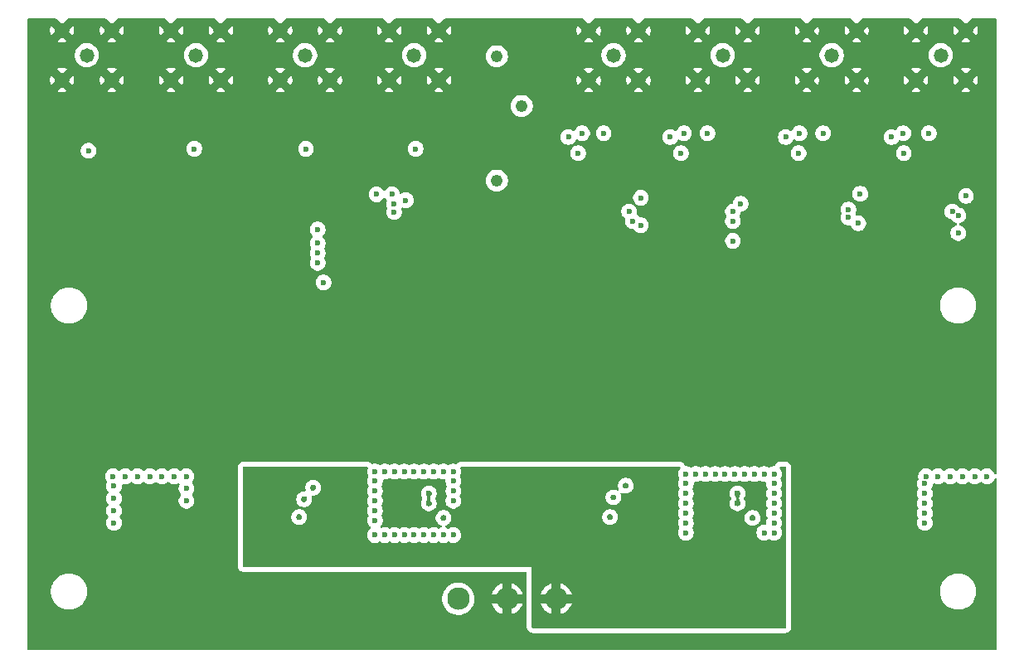
<source format=gbr>
%TF.GenerationSoftware,KiCad,Pcbnew,9.0.0*%
%TF.CreationDate,2025-03-11T15:41:36+01:00*%
%TF.ProjectId,zdc_fifo_test,7a64635f-6669-4666-9f5f-746573742e6b,rev?*%
%TF.SameCoordinates,Original*%
%TF.FileFunction,Copper,L5,Inr*%
%TF.FilePolarity,Positive*%
%FSLAX46Y46*%
G04 Gerber Fmt 4.6, Leading zero omitted, Abs format (unit mm)*
G04 Created by KiCad (PCBNEW 9.0.0) date 2025-03-11 15:41:36*
%MOMM*%
%LPD*%
G01*
G04 APERTURE LIST*
%TA.AperFunction,ComponentPad*%
%ADD10C,1.473200*%
%TD*%
%TA.AperFunction,ComponentPad*%
%ADD11C,2.300000*%
%TD*%
%TA.AperFunction,ComponentPad*%
%ADD12C,1.240000*%
%TD*%
%TA.AperFunction,ViaPad*%
%ADD13C,0.600000*%
%TD*%
G04 APERTURE END LIST*
D10*
%TO.N,Net-(J1-Pad1)*%
%TO.C,J1*%
X159830960Y-110250000D03*
%TO.N,GND*%
X157290960Y-107710000D03*
X157290960Y-112790000D03*
X162370960Y-112790000D03*
X162370960Y-107710000D03*
%TD*%
%TO.N,Net-(J2-Pad1)*%
%TO.C,J2*%
X170970640Y-110250000D03*
%TO.N,GND*%
X168430640Y-107710000D03*
X168430640Y-112790000D03*
X173510640Y-112790000D03*
X173510640Y-107710000D03*
%TD*%
D11*
%TO.N,+12V_NIM*%
%TO.C,U1*%
X207750000Y-165750000D03*
%TO.N,GND*%
X202750000Y-165750000D03*
%TO.N,-12V_NIM*%
X197750000Y-165750000D03*
%TD*%
D10*
%TO.N,Net-(J6-Pad1)*%
%TO.C,J6*%
X224750000Y-110250000D03*
%TO.N,GND*%
X222210000Y-107710000D03*
X222210000Y-112790000D03*
X227290000Y-112790000D03*
X227290000Y-107710000D03*
%TD*%
D12*
%TO.N,-5V_stg2*%
%TO.C,VR2*%
X201708620Y-123038500D03*
%TO.N,Net-(VR2-WIPER)*%
X204248620Y-115418500D03*
%TO.N,+5V_stg2*%
X201708620Y-110338500D03*
%TD*%
D10*
%TO.N,Net-(J7-Pad1)*%
%TO.C,J7*%
X235889680Y-110250000D03*
%TO.N,GND*%
X233349680Y-107710000D03*
X233349680Y-112790000D03*
X238429680Y-112790000D03*
X238429680Y-107710000D03*
%TD*%
%TO.N,Net-(J4-Pad1)*%
%TO.C,J4*%
X193250000Y-110250000D03*
%TO.N,GND*%
X190710000Y-107710000D03*
X190710000Y-112790000D03*
X195790000Y-112790000D03*
X195790000Y-107710000D03*
%TD*%
%TO.N,Net-(J5-Pad1)*%
%TO.C,J5*%
X213610320Y-110250000D03*
%TO.N,GND*%
X211070320Y-107710000D03*
X211070320Y-112790000D03*
X216150320Y-112790000D03*
X216150320Y-107710000D03*
%TD*%
%TO.N,Net-(J3-Pad1)*%
%TO.C,J3*%
X182110320Y-110250000D03*
%TO.N,GND*%
X179570320Y-107710000D03*
X179570320Y-112790000D03*
X184650320Y-112790000D03*
X184650320Y-107710000D03*
%TD*%
%TO.N,Net-(J8-Pad1)*%
%TO.C,J8*%
X247029360Y-110250000D03*
%TO.N,GND*%
X244489360Y-107710000D03*
X244489360Y-112790000D03*
X249569360Y-112790000D03*
X249569360Y-107710000D03*
%TD*%
D13*
%TO.N,GND*%
X199000000Y-150600000D03*
X196200000Y-147000000D03*
X203200000Y-144600000D03*
X221400000Y-143800000D03*
X218800000Y-126600000D03*
X220200000Y-142600000D03*
X210200000Y-150800000D03*
X180200000Y-144600000D03*
X173600000Y-115600000D03*
X220200000Y-143800000D03*
X222600000Y-146800000D03*
X185800000Y-131450000D03*
X220200000Y-146800000D03*
X207600000Y-141200000D03*
X202000000Y-147000000D03*
X191000000Y-142600000D03*
X222600000Y-142600000D03*
X211800000Y-150800000D03*
X207600000Y-149600000D03*
X192200000Y-142600000D03*
X207600000Y-143600000D03*
X209000000Y-148400000D03*
X199000000Y-148200000D03*
X185800000Y-130450000D03*
X223800000Y-146800000D03*
X214850000Y-154200000D03*
X229200000Y-143400000D03*
X234650000Y-146000000D03*
X221400000Y-116400000D03*
X202000000Y-148200000D03*
X192200000Y-148400000D03*
X202000000Y-144600000D03*
X203200000Y-150600000D03*
X218200000Y-125400000D03*
X199000000Y-145800000D03*
X231200000Y-115200000D03*
X200200000Y-144600000D03*
X189800000Y-148400000D03*
X194750000Y-156000000D03*
X202000000Y-149400000D03*
X223800000Y-143800000D03*
X211000000Y-116400000D03*
X207600000Y-144800000D03*
X209000000Y-115400000D03*
X221400000Y-145600000D03*
X181400000Y-149400000D03*
X206400000Y-147200000D03*
X229000000Y-122000000D03*
X210200000Y-148400000D03*
X203200000Y-143400000D03*
X211800000Y-146000000D03*
X176000000Y-124400000D03*
X219000000Y-145600000D03*
X234200000Y-116400000D03*
X206400000Y-143600000D03*
X211800000Y-144800000D03*
X192200000Y-143800000D03*
X203200000Y-145800000D03*
X228000000Y-144600000D03*
X250270000Y-154750000D03*
X240200000Y-153400000D03*
X197400000Y-145800000D03*
X206400000Y-149600000D03*
X192400000Y-121650000D03*
X219000000Y-142600000D03*
X228000000Y-149400000D03*
X211800000Y-141200000D03*
X235037500Y-144150000D03*
X196200000Y-144600000D03*
X228000000Y-147000000D03*
X209000000Y-149600000D03*
X209000000Y-144800000D03*
X213000000Y-150800000D03*
X157400000Y-157000000D03*
X199000000Y-147000000D03*
X227800000Y-157500000D03*
X210200000Y-149600000D03*
X189800000Y-142600000D03*
X187400000Y-148400000D03*
X223800000Y-145600000D03*
X222600000Y-148400000D03*
X180200000Y-150600000D03*
X229200000Y-150600000D03*
X186200000Y-143800000D03*
X185000000Y-143800000D03*
X216600000Y-146800000D03*
X181400000Y-145800000D03*
X180200000Y-147000000D03*
X196200000Y-141000000D03*
X219000000Y-148400000D03*
X200200000Y-149400000D03*
X162600000Y-115600000D03*
X158600000Y-158400000D03*
X217800000Y-146800000D03*
X196200000Y-150600000D03*
X240200000Y-155800000D03*
X167895000Y-154750000D03*
X188600000Y-146800000D03*
X200200000Y-142200000D03*
X216600000Y-148400000D03*
X200200000Y-143400000D03*
X196200000Y-145800000D03*
X252000000Y-157250000D03*
X206400000Y-148400000D03*
X219000000Y-146800000D03*
X210200000Y-141200000D03*
X228200000Y-127200000D03*
X188600000Y-143800000D03*
X203200000Y-147000000D03*
X229200000Y-148200000D03*
X213000000Y-147200000D03*
X221400000Y-142600000D03*
X212000000Y-116400000D03*
X188600000Y-145600000D03*
X210200000Y-144800000D03*
X187400000Y-142600000D03*
X185600000Y-133450000D03*
X207600000Y-148400000D03*
X229200000Y-145800000D03*
X197400000Y-148200000D03*
X197400000Y-142200000D03*
X241000000Y-122000000D03*
X217800000Y-145600000D03*
X210200000Y-146000000D03*
X186200000Y-146800000D03*
X197400000Y-149400000D03*
X211800000Y-147200000D03*
X158600000Y-153400000D03*
X213000000Y-144800000D03*
X199000000Y-141000000D03*
X209000000Y-142400000D03*
X242000000Y-127400000D03*
X206400000Y-144800000D03*
X202000000Y-150600000D03*
X199000000Y-142200000D03*
X197400000Y-143400000D03*
X180200000Y-145800000D03*
X229200000Y-141000000D03*
X180200000Y-148200000D03*
X203200000Y-149400000D03*
X169250000Y-157250000D03*
X199000000Y-143400000D03*
X181400000Y-142200000D03*
X229200000Y-147000000D03*
X211800000Y-149600000D03*
X228000000Y-141000000D03*
X188600000Y-148400000D03*
X200200000Y-147000000D03*
X216600000Y-145600000D03*
X222600000Y-145600000D03*
X185000000Y-146800000D03*
X182950000Y-154400000D03*
X245000000Y-116400000D03*
X196200000Y-148200000D03*
X213000000Y-148400000D03*
X209000000Y-147200000D03*
X190130000Y-122700000D03*
X189800000Y-146800000D03*
X217800000Y-142600000D03*
X229200000Y-149400000D03*
X210200000Y-147200000D03*
X186200000Y-148400000D03*
X202000000Y-141000000D03*
X185000000Y-145600000D03*
X203200000Y-142200000D03*
X189800000Y-143800000D03*
X211800000Y-148400000D03*
X192200000Y-146800000D03*
X226270000Y-155000000D03*
X209000000Y-150800000D03*
X181400000Y-147000000D03*
X180200000Y-143400000D03*
X220200000Y-145600000D03*
X157400000Y-158400000D03*
X202000000Y-143400000D03*
X159800000Y-153400000D03*
X187400000Y-143800000D03*
X233200000Y-116400000D03*
X206400000Y-141200000D03*
X241400000Y-153400000D03*
X223800000Y-142600000D03*
X228200000Y-128400000D03*
X180200000Y-141000000D03*
X186200000Y-142600000D03*
X197400000Y-147000000D03*
X219000000Y-143800000D03*
X180200000Y-149400000D03*
X170283750Y-143250000D03*
X191000000Y-148400000D03*
X189800000Y-145600000D03*
X218600000Y-122000000D03*
X222600000Y-143800000D03*
X200200000Y-148200000D03*
X211800000Y-143600000D03*
X180200000Y-142200000D03*
X216600000Y-143800000D03*
X206400000Y-146000000D03*
X217800000Y-143800000D03*
X219400000Y-115400000D03*
X240600000Y-126200000D03*
X200200000Y-145800000D03*
X197400000Y-141000000D03*
X228000000Y-143400000D03*
X228000000Y-150600000D03*
X199000000Y-144600000D03*
X182000000Y-155600000D03*
X191600000Y-129850000D03*
X191000000Y-145600000D03*
X196200000Y-143400000D03*
X206400000Y-150800000D03*
X250270000Y-155750000D03*
X200200000Y-141000000D03*
X235912500Y-143000000D03*
X213000000Y-146000000D03*
X220200000Y-148400000D03*
X196200000Y-142200000D03*
X191000000Y-146800000D03*
X221400000Y-146800000D03*
X216600000Y-142600000D03*
X240200000Y-158400000D03*
X157400000Y-154600000D03*
X196250000Y-157500000D03*
X251400000Y-125400000D03*
X196200000Y-115600000D03*
X251400000Y-127600000D03*
X211800000Y-142400000D03*
X202000000Y-142200000D03*
X213250000Y-157400000D03*
X185000000Y-148400000D03*
X203200000Y-141000000D03*
X194750000Y-155000000D03*
X223800000Y-148400000D03*
X217800000Y-148400000D03*
X196200000Y-149400000D03*
X209000000Y-143600000D03*
X181512500Y-157400000D03*
X171783750Y-146400000D03*
X210200000Y-143600000D03*
X197400000Y-144600000D03*
X181400000Y-144600000D03*
X228000000Y-142200000D03*
X200200000Y-150600000D03*
X187400000Y-146800000D03*
X213000000Y-149600000D03*
X242600000Y-153400000D03*
X181400000Y-148200000D03*
X191200000Y-122050000D03*
X229200000Y-144600000D03*
X252000000Y-121800000D03*
X199000000Y-149400000D03*
X222400000Y-116400000D03*
X185000000Y-142600000D03*
X221400000Y-148400000D03*
X228200000Y-126200000D03*
X181400000Y-150600000D03*
X171312500Y-144600000D03*
X241400000Y-158400000D03*
X217600000Y-126400000D03*
X181400000Y-143400000D03*
X202000000Y-145800000D03*
X213600000Y-155400000D03*
X186200000Y-145600000D03*
X213000000Y-143600000D03*
X167895000Y-155750000D03*
X209000000Y-146000000D03*
X206400000Y-142400000D03*
X207600000Y-150800000D03*
X188600000Y-142600000D03*
X207600000Y-142400000D03*
X210200000Y-142400000D03*
X203200000Y-148200000D03*
X226270000Y-156000000D03*
X197400000Y-150600000D03*
X251200000Y-126400000D03*
X240200000Y-157000000D03*
X209000000Y-141200000D03*
X244000000Y-116400000D03*
X228000000Y-148200000D03*
X240400000Y-125200000D03*
X187400000Y-145600000D03*
X184800000Y-115600000D03*
X181400000Y-141000000D03*
X240200000Y-154600000D03*
X157400000Y-155800000D03*
X207600000Y-146000000D03*
X213000000Y-142400000D03*
X213000000Y-141200000D03*
X228000000Y-145800000D03*
X242000000Y-115200000D03*
X229200000Y-142200000D03*
X157400000Y-153400000D03*
X192200000Y-145600000D03*
X191000000Y-143800000D03*
X207600000Y-147200000D03*
%TO.N,+12V_NIM*%
X217750000Y-159000000D03*
X213750000Y-153000000D03*
X181000000Y-153000000D03*
X216750000Y-153000000D03*
X218750000Y-159000000D03*
X211750000Y-153000000D03*
X180000000Y-158000000D03*
X211750000Y-158000000D03*
X181000000Y-159000000D03*
X214750000Y-159000000D03*
X180000000Y-155000000D03*
X216750000Y-159000000D03*
X183000000Y-159000000D03*
X211750000Y-154000000D03*
X184000000Y-153000000D03*
X180000000Y-157000000D03*
X185000000Y-153000000D03*
X183000000Y-153000000D03*
X215750000Y-159000000D03*
X186000000Y-153000000D03*
X182000000Y-153000000D03*
X185000000Y-159000000D03*
X180000000Y-154000000D03*
X180000000Y-153000000D03*
X214750000Y-153000000D03*
X212750000Y-153000000D03*
X211750000Y-157000000D03*
X213750000Y-159000000D03*
X218750000Y-153000000D03*
X182000000Y-159000000D03*
X215750000Y-153000000D03*
X217750000Y-153000000D03*
X180000000Y-159000000D03*
X187000000Y-159000000D03*
X184000000Y-159000000D03*
X211750000Y-159000000D03*
X186000000Y-159000000D03*
X212750000Y-159000000D03*
X180000000Y-156000000D03*
X187000000Y-153000000D03*
X211750000Y-155000000D03*
X211750000Y-156000000D03*
%TO.N,-5V_stg1*%
X163750000Y-153250000D03*
X165000000Y-153250000D03*
X162600000Y-158000000D03*
X170000000Y-153250000D03*
X162600000Y-154250000D03*
X184000000Y-133450000D03*
X170000000Y-154500000D03*
X183400000Y-131450000D03*
X183400000Y-129450000D03*
X162600000Y-155500000D03*
X162600000Y-156750000D03*
X170000000Y-155750000D03*
X162500000Y-153250000D03*
X166250000Y-153250000D03*
X167500000Y-153250000D03*
X183400000Y-130450000D03*
X168750000Y-153250000D03*
%TO.N,+5V_stg1*%
X190250000Y-152750000D03*
X192250000Y-152750000D03*
X191200000Y-125450000D03*
X195250000Y-152750000D03*
X189250000Y-155750000D03*
X197250000Y-153750000D03*
X189400000Y-124450000D03*
X194250000Y-152750000D03*
X189250000Y-153750000D03*
X191000000Y-124450000D03*
X191200000Y-126250000D03*
X196250000Y-152750000D03*
X196250000Y-159250000D03*
X192250000Y-159250000D03*
X197250000Y-152750000D03*
X189250000Y-156750000D03*
X189250000Y-157750000D03*
X193250000Y-159250000D03*
X191250000Y-152750000D03*
X192400000Y-125050000D03*
X193250000Y-152750000D03*
X194250000Y-159250000D03*
X189250000Y-152750000D03*
X190250000Y-159250000D03*
X197250000Y-159250000D03*
X191250000Y-159250000D03*
X189250000Y-159250000D03*
X197250000Y-154750000D03*
X197250000Y-155750000D03*
X189250000Y-154750000D03*
X195250000Y-159250000D03*
%TO.N,+5V_stg2*%
X229000000Y-153000000D03*
X223200000Y-118200000D03*
X226000000Y-153000000D03*
X230000000Y-157000000D03*
X212600000Y-118200000D03*
X221000000Y-156000000D03*
X221000000Y-153000000D03*
X230000000Y-154000000D03*
X210400000Y-118200000D03*
X221000000Y-158000000D03*
X222000000Y-153000000D03*
X242000000Y-118600000D03*
X232600000Y-118200000D03*
X221000000Y-154000000D03*
X223000000Y-153000000D03*
X243200000Y-118200000D03*
X245800000Y-118200000D03*
X227000000Y-153000000D03*
X230000000Y-155000000D03*
X230000000Y-153000000D03*
X231200000Y-118600000D03*
X230000000Y-158000000D03*
X228000000Y-153000000D03*
X220800000Y-118200000D03*
X235000000Y-118200000D03*
X230000000Y-156000000D03*
X221000000Y-159000000D03*
X219400000Y-118600000D03*
X221000000Y-157000000D03*
X229000000Y-159000000D03*
X224000000Y-153000000D03*
X230000000Y-159000000D03*
X209000000Y-118600000D03*
X225000000Y-153000000D03*
X221000000Y-155000000D03*
%TO.N,-5V_stg2*%
X250500000Y-153250000D03*
X225800000Y-126200000D03*
X225800000Y-127200000D03*
X248000000Y-153250000D03*
X216400000Y-127600000D03*
X226600000Y-125400000D03*
X245400000Y-156000000D03*
X225800000Y-129200000D03*
X249600000Y-124600000D03*
X248200000Y-126200000D03*
X245400000Y-155000000D03*
X245400000Y-158000000D03*
X246750000Y-153250000D03*
X245500000Y-153250000D03*
X237600000Y-126800000D03*
X216400000Y-124800000D03*
X245400000Y-157000000D03*
X238800000Y-124400000D03*
X248800000Y-126600000D03*
X248800000Y-128400000D03*
X238600000Y-127400000D03*
X215600000Y-127200000D03*
X245400000Y-154000000D03*
X215200000Y-126200000D03*
X237600000Y-126000000D03*
X249250000Y-153250000D03*
X251750000Y-153250000D03*
%TO.N,Net-(IC1-NONINVERTING_INPUT)*%
X193400000Y-119800000D03*
X183400000Y-128035000D03*
X182200000Y-119800000D03*
X170800000Y-119800000D03*
X160000000Y-120000000D03*
%TO.N,Net-(VR2-WIPER)*%
X243250000Y-120250000D03*
X210000000Y-120250000D03*
X232500000Y-120250000D03*
X220500000Y-120250000D03*
%TD*%
%TA.AperFunction,Conductor*%
%TO.N,GND*%
G36*
X196291027Y-157207381D02*
G01*
X196324079Y-157213956D01*
X196347325Y-157221006D01*
X196378458Y-157233902D01*
X196399890Y-157245359D01*
X196427898Y-157264074D01*
X196446685Y-157279492D01*
X196470502Y-157303308D01*
X196485921Y-157322095D01*
X196504641Y-157350111D01*
X196516099Y-157371547D01*
X196528990Y-157402670D01*
X196536044Y-157425925D01*
X196542616Y-157458961D01*
X196542617Y-157458963D01*
X196545000Y-157483157D01*
X196545000Y-157516839D01*
X196542616Y-157541035D01*
X196536043Y-157574073D01*
X196528988Y-157597329D01*
X196516098Y-157628449D01*
X196504639Y-157649888D01*
X196485920Y-157677903D01*
X196470502Y-157696689D01*
X196470499Y-157696693D01*
X196446693Y-157720499D01*
X196427902Y-157735921D01*
X196399885Y-157754641D01*
X196378450Y-157766098D01*
X196339945Y-157782048D01*
X196335602Y-157782514D01*
X196300522Y-157798533D01*
X196231363Y-157808472D01*
X196191885Y-157794542D01*
X196191457Y-157795399D01*
X196187495Y-157793415D01*
X196121550Y-157766100D01*
X196100113Y-157754642D01*
X196072099Y-157735924D01*
X196072098Y-157735923D01*
X196053312Y-157720505D01*
X196029492Y-157696685D01*
X196014074Y-157677899D01*
X195995357Y-157649888D01*
X195983901Y-157628455D01*
X195980605Y-157620499D01*
X195971007Y-157597326D01*
X195963954Y-157574073D01*
X195957381Y-157541031D01*
X195955000Y-157516844D01*
X195955000Y-157483153D01*
X195957382Y-157458964D01*
X195963956Y-157425914D01*
X195971006Y-157402674D01*
X195983902Y-157371539D01*
X195995351Y-157350119D01*
X196014079Y-157322090D01*
X196029488Y-157303316D01*
X196053314Y-157279489D01*
X196072098Y-157264074D01*
X196100111Y-157245356D01*
X196121545Y-157233900D01*
X196152668Y-157221008D01*
X196175918Y-157213955D01*
X196208970Y-157207381D01*
X196233154Y-157205000D01*
X196266842Y-157205000D01*
X196291027Y-157207381D01*
G37*
%TD.AperFunction*%
%TA.AperFunction,Conductor*%
G36*
X227841027Y-157207381D02*
G01*
X227874079Y-157213956D01*
X227897325Y-157221006D01*
X227928458Y-157233902D01*
X227949890Y-157245359D01*
X227977898Y-157264074D01*
X227996685Y-157279492D01*
X228020502Y-157303308D01*
X228035925Y-157322100D01*
X228054638Y-157350106D01*
X228066098Y-157371546D01*
X228078990Y-157402671D01*
X228086045Y-157425926D01*
X228086045Y-157425927D01*
X228092617Y-157458961D01*
X228095000Y-157483156D01*
X228095000Y-157516839D01*
X228092616Y-157541035D01*
X228086043Y-157574073D01*
X228078988Y-157597329D01*
X228066098Y-157628449D01*
X228054639Y-157649888D01*
X228035920Y-157677903D01*
X228020502Y-157696689D01*
X228020499Y-157696693D01*
X227996693Y-157720499D01*
X227977903Y-157735920D01*
X227949885Y-157754641D01*
X227928448Y-157766100D01*
X227918193Y-157770347D01*
X227897328Y-157778989D01*
X227874071Y-157786045D01*
X227857340Y-157789373D01*
X227841031Y-157792617D01*
X227816841Y-157795000D01*
X227783159Y-157795000D01*
X227758970Y-157792617D01*
X227725924Y-157786044D01*
X227702667Y-157778988D01*
X227671547Y-157766098D01*
X227650107Y-157754638D01*
X227622099Y-157735923D01*
X227603312Y-157720505D01*
X227579495Y-157696689D01*
X227564074Y-157677899D01*
X227545357Y-157649888D01*
X227533901Y-157628455D01*
X227530605Y-157620499D01*
X227521007Y-157597326D01*
X227513954Y-157574073D01*
X227507381Y-157541031D01*
X227505000Y-157516844D01*
X227505000Y-157483153D01*
X227507382Y-157458964D01*
X227513956Y-157425914D01*
X227521006Y-157402674D01*
X227533902Y-157371539D01*
X227545351Y-157350119D01*
X227564079Y-157322090D01*
X227579488Y-157303316D01*
X227603314Y-157279489D01*
X227622098Y-157264074D01*
X227650111Y-157245356D01*
X227671545Y-157233900D01*
X227702668Y-157221008D01*
X227725918Y-157213955D01*
X227758970Y-157207381D01*
X227783154Y-157205000D01*
X227816842Y-157205000D01*
X227841027Y-157207381D01*
G37*
%TD.AperFunction*%
%TA.AperFunction,Conductor*%
G36*
X181553527Y-157107381D02*
G01*
X181586579Y-157113956D01*
X181609825Y-157121006D01*
X181640958Y-157133902D01*
X181662390Y-157145359D01*
X181690398Y-157164074D01*
X181709185Y-157179492D01*
X181733002Y-157203308D01*
X181748425Y-157222100D01*
X181767138Y-157250106D01*
X181778598Y-157271546D01*
X181791490Y-157302671D01*
X181798545Y-157325927D01*
X181805117Y-157358961D01*
X181807500Y-157383156D01*
X181807500Y-157416839D01*
X181805116Y-157441035D01*
X181798543Y-157474073D01*
X181791488Y-157497329D01*
X181778598Y-157528449D01*
X181767139Y-157549888D01*
X181748420Y-157577903D01*
X181732999Y-157596693D01*
X181709193Y-157620499D01*
X181690403Y-157635920D01*
X181662385Y-157654641D01*
X181640946Y-157666100D01*
X181609828Y-157678989D01*
X181586571Y-157686045D01*
X181576487Y-157688051D01*
X181553531Y-157692617D01*
X181529341Y-157695000D01*
X181495659Y-157695000D01*
X181471470Y-157692617D01*
X181438424Y-157686044D01*
X181415167Y-157678988D01*
X181384047Y-157666098D01*
X181362607Y-157654638D01*
X181334599Y-157635923D01*
X181315812Y-157620505D01*
X181291995Y-157596689D01*
X181276574Y-157577899D01*
X181257857Y-157549888D01*
X181246401Y-157528455D01*
X181243280Y-157520921D01*
X181233507Y-157497326D01*
X181226454Y-157474073D01*
X181219881Y-157441031D01*
X181217500Y-157416844D01*
X181217500Y-157383153D01*
X181219882Y-157358964D01*
X181219883Y-157358961D01*
X181226456Y-157325914D01*
X181233506Y-157302674D01*
X181246402Y-157271539D01*
X181257851Y-157250119D01*
X181276579Y-157222090D01*
X181291988Y-157203316D01*
X181315814Y-157179489D01*
X181334598Y-157164074D01*
X181362611Y-157145356D01*
X181384045Y-157133900D01*
X181415168Y-157121008D01*
X181438418Y-157113955D01*
X181471470Y-157107381D01*
X181495654Y-157105000D01*
X181529342Y-157105000D01*
X181553527Y-157107381D01*
G37*
%TD.AperFunction*%
%TA.AperFunction,Conductor*%
G36*
X213291027Y-157107381D02*
G01*
X213324079Y-157113956D01*
X213347325Y-157121006D01*
X213378458Y-157133902D01*
X213399890Y-157145359D01*
X213427898Y-157164074D01*
X213446685Y-157179492D01*
X213470502Y-157203308D01*
X213485925Y-157222100D01*
X213504638Y-157250106D01*
X213516098Y-157271546D01*
X213528990Y-157302671D01*
X213536045Y-157325926D01*
X213536045Y-157325927D01*
X213542617Y-157358961D01*
X213545000Y-157383156D01*
X213545000Y-157416839D01*
X213542616Y-157441035D01*
X213536043Y-157474073D01*
X213528988Y-157497329D01*
X213516098Y-157528449D01*
X213504639Y-157549888D01*
X213485920Y-157577903D01*
X213470502Y-157596689D01*
X213470499Y-157596693D01*
X213446693Y-157620499D01*
X213427903Y-157635920D01*
X213399885Y-157654641D01*
X213378446Y-157666100D01*
X213347328Y-157678989D01*
X213324071Y-157686045D01*
X213313987Y-157688051D01*
X213291031Y-157692617D01*
X213266841Y-157695000D01*
X213233159Y-157695000D01*
X213208970Y-157692617D01*
X213175924Y-157686044D01*
X213152667Y-157678988D01*
X213121547Y-157666098D01*
X213100107Y-157654638D01*
X213072099Y-157635923D01*
X213053312Y-157620505D01*
X213029495Y-157596689D01*
X213014074Y-157577899D01*
X212995357Y-157549888D01*
X212983901Y-157528455D01*
X212980780Y-157520921D01*
X212971007Y-157497326D01*
X212963954Y-157474073D01*
X212957381Y-157441031D01*
X212955000Y-157416844D01*
X212955000Y-157383153D01*
X212957382Y-157358964D01*
X212957383Y-157358961D01*
X212963956Y-157325914D01*
X212971006Y-157302674D01*
X212983902Y-157271539D01*
X212995351Y-157250119D01*
X213014079Y-157222090D01*
X213029488Y-157203316D01*
X213053314Y-157179489D01*
X213072098Y-157164074D01*
X213100111Y-157145356D01*
X213121545Y-157133900D01*
X213152668Y-157121008D01*
X213175918Y-157113955D01*
X213208970Y-157107381D01*
X213233154Y-157105000D01*
X213266842Y-157105000D01*
X213291027Y-157107381D01*
G37*
%TD.AperFunction*%
%TA.AperFunction,Conductor*%
G36*
X194791027Y-154707381D02*
G01*
X194824079Y-154713956D01*
X194847325Y-154721006D01*
X194878458Y-154733902D01*
X194899890Y-154745359D01*
X194927898Y-154764074D01*
X194946685Y-154779492D01*
X194970502Y-154803308D01*
X194985925Y-154822100D01*
X195004638Y-154850106D01*
X195016098Y-154871546D01*
X195028990Y-154902671D01*
X195036045Y-154925927D01*
X195042617Y-154958961D01*
X195045000Y-154983156D01*
X195045000Y-155016839D01*
X195042616Y-155041035D01*
X195036043Y-155074073D01*
X195028988Y-155097329D01*
X195016097Y-155128451D01*
X195004692Y-155149809D01*
X195004384Y-155150269D01*
X194999377Y-155157912D01*
X194996971Y-155161656D01*
X194992233Y-155169178D01*
X194992233Y-155169179D01*
X194934812Y-155301098D01*
X194934810Y-155301101D01*
X194934810Y-155301104D01*
X194931287Y-155313947D01*
X194916324Y-155368488D01*
X194915350Y-155375725D01*
X194915360Y-155376176D01*
X194898396Y-155511245D01*
X194921412Y-155653263D01*
X194921413Y-155653266D01*
X194921414Y-155653272D01*
X194936512Y-155701490D01*
X194942292Y-155719947D01*
X195004385Y-155849728D01*
X195004643Y-155850114D01*
X195005224Y-155851202D01*
X195006571Y-155853566D01*
X195006507Y-155853602D01*
X195016096Y-155871543D01*
X195028990Y-155902672D01*
X195036045Y-155925926D01*
X195042617Y-155958964D01*
X195045000Y-155983154D01*
X195045000Y-156016840D01*
X195042617Y-156041034D01*
X195036045Y-156074069D01*
X195028989Y-156097328D01*
X195016096Y-156128454D01*
X195004637Y-156149892D01*
X194985922Y-156177901D01*
X194970501Y-156196691D01*
X194946693Y-156220499D01*
X194927903Y-156235920D01*
X194899885Y-156254641D01*
X194878446Y-156266100D01*
X194847328Y-156278989D01*
X194824071Y-156286045D01*
X194807340Y-156289373D01*
X194791031Y-156292617D01*
X194766841Y-156295000D01*
X194733159Y-156295000D01*
X194708970Y-156292617D01*
X194675924Y-156286044D01*
X194652667Y-156278988D01*
X194621547Y-156266098D01*
X194600107Y-156254638D01*
X194572099Y-156235923D01*
X194553312Y-156220505D01*
X194529495Y-156196689D01*
X194514074Y-156177899D01*
X194495358Y-156149890D01*
X194483901Y-156128455D01*
X194471552Y-156098642D01*
X194471007Y-156097326D01*
X194463954Y-156074075D01*
X194457381Y-156041031D01*
X194455000Y-156016844D01*
X194455000Y-155983153D01*
X194457382Y-155958964D01*
X194457383Y-155958959D01*
X194463956Y-155925914D01*
X194471007Y-155902672D01*
X194483901Y-155871543D01*
X194495318Y-155850212D01*
X194495304Y-155850203D01*
X194495409Y-155850042D01*
X194495427Y-155850008D01*
X194495608Y-155849738D01*
X194500520Y-155842244D01*
X194502914Y-155838520D01*
X194507766Y-155830821D01*
X194565188Y-155698896D01*
X194583672Y-155631515D01*
X194583971Y-155629141D01*
X194601601Y-155488764D01*
X194601601Y-155488762D01*
X194578587Y-155346739D01*
X194574567Y-155333899D01*
X194557708Y-155280058D01*
X194557707Y-155280056D01*
X194557705Y-155280052D01*
X194557655Y-155279929D01*
X194557252Y-155279104D01*
X194495614Y-155150273D01*
X194495613Y-155150272D01*
X194495610Y-155150265D01*
X194495358Y-155149889D01*
X194494783Y-155148813D01*
X194493424Y-155146426D01*
X194493488Y-155146389D01*
X194483899Y-155128451D01*
X194471006Y-155097323D01*
X194463954Y-155074073D01*
X194457381Y-155041030D01*
X194455000Y-155016844D01*
X194455000Y-154983153D01*
X194457382Y-154958964D01*
X194457383Y-154958961D01*
X194463956Y-154925914D01*
X194471006Y-154902674D01*
X194483902Y-154871539D01*
X194495351Y-154850119D01*
X194514079Y-154822090D01*
X194529488Y-154803316D01*
X194553314Y-154779489D01*
X194572098Y-154764074D01*
X194600111Y-154745356D01*
X194621545Y-154733900D01*
X194652668Y-154721008D01*
X194675918Y-154713955D01*
X194708970Y-154707381D01*
X194733154Y-154705000D01*
X194766842Y-154705000D01*
X194791027Y-154707381D01*
G37*
%TD.AperFunction*%
%TA.AperFunction,Conductor*%
G36*
X226311027Y-154707381D02*
G01*
X226344079Y-154713956D01*
X226367325Y-154721006D01*
X226398458Y-154733902D01*
X226419890Y-154745359D01*
X226447898Y-154764074D01*
X226466685Y-154779492D01*
X226490502Y-154803308D01*
X226505925Y-154822100D01*
X226524638Y-154850106D01*
X226536098Y-154871546D01*
X226548990Y-154902671D01*
X226556045Y-154925927D01*
X226562617Y-154958961D01*
X226565000Y-154983156D01*
X226565000Y-155016839D01*
X226562616Y-155041035D01*
X226556043Y-155074073D01*
X226548988Y-155097329D01*
X226536097Y-155128451D01*
X226524692Y-155149809D01*
X226524384Y-155150269D01*
X226519377Y-155157912D01*
X226516971Y-155161656D01*
X226512233Y-155169178D01*
X226512233Y-155169179D01*
X226454812Y-155301098D01*
X226454810Y-155301101D01*
X226454810Y-155301104D01*
X226451287Y-155313947D01*
X226436324Y-155368488D01*
X226435350Y-155375725D01*
X226435360Y-155376176D01*
X226418396Y-155511245D01*
X226441412Y-155653263D01*
X226441413Y-155653266D01*
X226441414Y-155653272D01*
X226456512Y-155701490D01*
X226462292Y-155719947D01*
X226524385Y-155849728D01*
X226524643Y-155850114D01*
X226525224Y-155851202D01*
X226526571Y-155853566D01*
X226526507Y-155853602D01*
X226536096Y-155871543D01*
X226548990Y-155902672D01*
X226556045Y-155925926D01*
X226562617Y-155958964D01*
X226565000Y-155983154D01*
X226565000Y-156016840D01*
X226562617Y-156041034D01*
X226556045Y-156074069D01*
X226548989Y-156097328D01*
X226536096Y-156128454D01*
X226524637Y-156149892D01*
X226505922Y-156177901D01*
X226490501Y-156196691D01*
X226466693Y-156220499D01*
X226447903Y-156235920D01*
X226419885Y-156254641D01*
X226398446Y-156266100D01*
X226367328Y-156278989D01*
X226344071Y-156286045D01*
X226327340Y-156289373D01*
X226311031Y-156292617D01*
X226286841Y-156295000D01*
X226253159Y-156295000D01*
X226228970Y-156292617D01*
X226195924Y-156286044D01*
X226172667Y-156278988D01*
X226141547Y-156266098D01*
X226120107Y-156254638D01*
X226092099Y-156235923D01*
X226073312Y-156220505D01*
X226049495Y-156196689D01*
X226034074Y-156177899D01*
X226015358Y-156149890D01*
X226003901Y-156128455D01*
X225991552Y-156098642D01*
X225991007Y-156097326D01*
X225983954Y-156074075D01*
X225977381Y-156041031D01*
X225975000Y-156016844D01*
X225975000Y-155983153D01*
X225977382Y-155958964D01*
X225977383Y-155958959D01*
X225983956Y-155925914D01*
X225991007Y-155902672D01*
X226003901Y-155871543D01*
X226015318Y-155850212D01*
X226015304Y-155850203D01*
X226015409Y-155850042D01*
X226015427Y-155850008D01*
X226015608Y-155849738D01*
X226020520Y-155842244D01*
X226022914Y-155838520D01*
X226027766Y-155830821D01*
X226085188Y-155698896D01*
X226103672Y-155631515D01*
X226103971Y-155629141D01*
X226121601Y-155488764D01*
X226121601Y-155488762D01*
X226098587Y-155346739D01*
X226094567Y-155333899D01*
X226077708Y-155280058D01*
X226077707Y-155280056D01*
X226077705Y-155280052D01*
X226077655Y-155279929D01*
X226077252Y-155279104D01*
X226015614Y-155150273D01*
X226015613Y-155150272D01*
X226015610Y-155150265D01*
X226015358Y-155149889D01*
X226014783Y-155148813D01*
X226013424Y-155146426D01*
X226013488Y-155146389D01*
X226003899Y-155128451D01*
X225991006Y-155097323D01*
X225983954Y-155074073D01*
X225977381Y-155041030D01*
X225975000Y-155016844D01*
X225975000Y-154983153D01*
X225977382Y-154958964D01*
X225977383Y-154958961D01*
X225983956Y-154925914D01*
X225991006Y-154902674D01*
X226003902Y-154871539D01*
X226015351Y-154850119D01*
X226034079Y-154822090D01*
X226049488Y-154803316D01*
X226073314Y-154779489D01*
X226092098Y-154764074D01*
X226120111Y-154745356D01*
X226141545Y-154733900D01*
X226172668Y-154721008D01*
X226195918Y-154713955D01*
X226228970Y-154707381D01*
X226253154Y-154705000D01*
X226286842Y-154705000D01*
X226311027Y-154707381D01*
G37*
%TD.AperFunction*%
%TA.AperFunction,Conductor*%
G36*
X182197888Y-155311869D02*
G01*
X182249904Y-155358518D01*
X182267732Y-155410355D01*
X182268185Y-155414514D01*
X182268852Y-155420643D01*
X182267075Y-155430559D01*
X182292617Y-155558961D01*
X182295000Y-155583153D01*
X182295000Y-155616839D01*
X182292616Y-155641035D01*
X182286043Y-155674073D01*
X182278988Y-155697329D01*
X182266098Y-155728449D01*
X182254639Y-155749888D01*
X182235920Y-155777903D01*
X182220502Y-155796689D01*
X182220499Y-155796693D01*
X182196693Y-155820499D01*
X182177903Y-155835920D01*
X182149885Y-155854641D01*
X182128446Y-155866100D01*
X182097328Y-155878989D01*
X182074071Y-155886045D01*
X182057340Y-155889373D01*
X182041031Y-155892617D01*
X182016841Y-155895000D01*
X181983159Y-155895000D01*
X181958970Y-155892617D01*
X181925924Y-155886044D01*
X181902667Y-155878988D01*
X181871547Y-155866098D01*
X181850107Y-155854638D01*
X181822099Y-155835923D01*
X181803312Y-155820505D01*
X181779495Y-155796689D01*
X181764074Y-155777899D01*
X181745357Y-155749888D01*
X181733901Y-155728455D01*
X181721655Y-155698891D01*
X181721007Y-155697326D01*
X181713954Y-155674073D01*
X181707381Y-155641031D01*
X181705000Y-155616844D01*
X181705000Y-155583153D01*
X181707382Y-155558964D01*
X181709187Y-155549891D01*
X181713956Y-155525914D01*
X181721006Y-155502674D01*
X181733902Y-155471539D01*
X181745351Y-155450119D01*
X181764079Y-155422090D01*
X181779488Y-155403316D01*
X181803314Y-155379489D01*
X181822093Y-155364076D01*
X181850111Y-155345356D01*
X181871545Y-155333900D01*
X181902668Y-155321008D01*
X181925918Y-155313955D01*
X181958970Y-155307381D01*
X181983154Y-155305000D01*
X182063454Y-155305000D01*
X182063457Y-155304999D01*
X182111766Y-155301960D01*
X182126760Y-155301018D01*
X182126760Y-155301017D01*
X182126775Y-155301017D01*
X182128910Y-155300747D01*
X182197888Y-155311869D01*
G37*
%TD.AperFunction*%
%TA.AperFunction,Conductor*%
G36*
X213641024Y-155107381D02*
G01*
X213674084Y-155113957D01*
X213697332Y-155121009D01*
X213759734Y-155146857D01*
X213771173Y-155151358D01*
X213776514Y-155153460D01*
X213782150Y-155155562D01*
X213784270Y-155157149D01*
X213786903Y-155157447D01*
X213812076Y-155177963D01*
X213838085Y-155197431D01*
X213839642Y-155200428D01*
X213841064Y-155201587D01*
X213846676Y-155213966D01*
X213856688Y-155233234D01*
X213857961Y-155237132D01*
X213867786Y-155275622D01*
X213880813Y-155307072D01*
X213882297Y-155311614D01*
X213882362Y-155313788D01*
X213886045Y-155325926D01*
X213892617Y-155358964D01*
X213895000Y-155383154D01*
X213895000Y-155416839D01*
X213892616Y-155441035D01*
X213886043Y-155474073D01*
X213878988Y-155497329D01*
X213866098Y-155528449D01*
X213854639Y-155549888D01*
X213835920Y-155577903D01*
X213820499Y-155596693D01*
X213796693Y-155620499D01*
X213777903Y-155635920D01*
X213749885Y-155654641D01*
X213728446Y-155666100D01*
X213697328Y-155678989D01*
X213674071Y-155686045D01*
X213657340Y-155689373D01*
X213641031Y-155692617D01*
X213616841Y-155695000D01*
X213583159Y-155695000D01*
X213558970Y-155692617D01*
X213525924Y-155686044D01*
X213502667Y-155678988D01*
X213471547Y-155666098D01*
X213450107Y-155654638D01*
X213422099Y-155635923D01*
X213403312Y-155620505D01*
X213379495Y-155596689D01*
X213364074Y-155577899D01*
X213345357Y-155549888D01*
X213333901Y-155528455D01*
X213328948Y-155516498D01*
X213321007Y-155497326D01*
X213313954Y-155474073D01*
X213307381Y-155441031D01*
X213305000Y-155416844D01*
X213305000Y-155383153D01*
X213307382Y-155358964D01*
X213307471Y-155358518D01*
X213313956Y-155325914D01*
X213321006Y-155302674D01*
X213333902Y-155271539D01*
X213345351Y-155250119D01*
X213364079Y-155222090D01*
X213379488Y-155203316D01*
X213403314Y-155179489D01*
X213422093Y-155164076D01*
X213450111Y-155145356D01*
X213471545Y-155133900D01*
X213502668Y-155121008D01*
X213525918Y-155113955D01*
X213558970Y-155107381D01*
X213583154Y-155105000D01*
X213616842Y-155105000D01*
X213641024Y-155107381D01*
G37*
%TD.AperFunction*%
%TA.AperFunction,Conductor*%
G36*
X182991027Y-154107381D02*
G01*
X183024079Y-154113956D01*
X183047325Y-154121006D01*
X183078458Y-154133902D01*
X183099890Y-154145359D01*
X183127898Y-154164074D01*
X183146685Y-154179492D01*
X183170502Y-154203308D01*
X183185925Y-154222100D01*
X183204638Y-154250106D01*
X183216098Y-154271546D01*
X183228990Y-154302671D01*
X183236045Y-154325927D01*
X183242617Y-154358961D01*
X183245000Y-154383156D01*
X183245000Y-154416839D01*
X183242616Y-154441035D01*
X183236043Y-154474073D01*
X183228988Y-154497329D01*
X183216098Y-154528449D01*
X183204639Y-154549888D01*
X183185920Y-154577903D01*
X183170499Y-154596693D01*
X183146693Y-154620499D01*
X183127903Y-154635920D01*
X183099885Y-154654641D01*
X183078446Y-154666100D01*
X183047328Y-154678989D01*
X183024071Y-154686045D01*
X183007340Y-154689373D01*
X182991031Y-154692617D01*
X182966841Y-154695000D01*
X182886541Y-154695000D01*
X182823239Y-154698981D01*
X182823202Y-154698985D01*
X182821057Y-154699256D01*
X182811074Y-154697643D01*
X182801278Y-154700158D01*
X182777160Y-154692166D01*
X182752081Y-154688116D01*
X182744554Y-154681362D01*
X182734954Y-154678181D01*
X182718985Y-154658418D01*
X182700078Y-154641453D01*
X182696227Y-154630255D01*
X182691041Y-154623836D01*
X182682267Y-154589650D01*
X182681147Y-154579361D01*
X182682924Y-154569435D01*
X182657383Y-154441033D01*
X182655000Y-154416842D01*
X182655000Y-154383153D01*
X182657382Y-154358964D01*
X182657383Y-154358961D01*
X182663956Y-154325914D01*
X182671006Y-154302674D01*
X182683902Y-154271539D01*
X182695351Y-154250119D01*
X182714079Y-154222090D01*
X182729488Y-154203316D01*
X182753314Y-154179489D01*
X182772098Y-154164074D01*
X182800111Y-154145356D01*
X182821545Y-154133900D01*
X182852668Y-154121008D01*
X182875918Y-154113955D01*
X182908970Y-154107381D01*
X182933154Y-154105000D01*
X182966842Y-154105000D01*
X182991027Y-154107381D01*
G37*
%TD.AperFunction*%
%TA.AperFunction,Conductor*%
G36*
X214891027Y-153907381D02*
G01*
X214924079Y-153913956D01*
X214947325Y-153921006D01*
X214978458Y-153933902D01*
X214999890Y-153945359D01*
X215027898Y-153964074D01*
X215046685Y-153979492D01*
X215070502Y-154003308D01*
X215085925Y-154022100D01*
X215104638Y-154050106D01*
X215116098Y-154071546D01*
X215128990Y-154102671D01*
X215136045Y-154125927D01*
X215142617Y-154158961D01*
X215145000Y-154183156D01*
X215145000Y-154216839D01*
X215142616Y-154241035D01*
X215136043Y-154274073D01*
X215128988Y-154297329D01*
X215116098Y-154328449D01*
X215104639Y-154349888D01*
X215085920Y-154377903D01*
X215070499Y-154396693D01*
X215046693Y-154420499D01*
X215027903Y-154435920D01*
X214999885Y-154454641D01*
X214978446Y-154466100D01*
X214947328Y-154478989D01*
X214924071Y-154486045D01*
X214907340Y-154489373D01*
X214891031Y-154492617D01*
X214866841Y-154495000D01*
X214833161Y-154495000D01*
X214808969Y-154492617D01*
X214786761Y-154488199D01*
X214775922Y-154486043D01*
X214752667Y-154478988D01*
X214690273Y-154453145D01*
X214673534Y-154446558D01*
X214673519Y-154446552D01*
X214667826Y-154444428D01*
X214665712Y-154442845D01*
X214663092Y-154442549D01*
X214637911Y-154422027D01*
X214611898Y-154402548D01*
X214610347Y-154399563D01*
X214608931Y-154398409D01*
X214603332Y-154386059D01*
X214593307Y-154366761D01*
X214592042Y-154362891D01*
X214582212Y-154324375D01*
X214569181Y-154292916D01*
X214567700Y-154288383D01*
X214567634Y-154286204D01*
X214563954Y-154274073D01*
X214557381Y-154241029D01*
X214555000Y-154216846D01*
X214555000Y-154183153D01*
X214557382Y-154158964D01*
X214557383Y-154158961D01*
X214563956Y-154125914D01*
X214571006Y-154102674D01*
X214583902Y-154071539D01*
X214595351Y-154050119D01*
X214614079Y-154022090D01*
X214629488Y-154003316D01*
X214653314Y-153979489D01*
X214672098Y-153964074D01*
X214700111Y-153945356D01*
X214721545Y-153933900D01*
X214752668Y-153921008D01*
X214775918Y-153913955D01*
X214808970Y-153907381D01*
X214833154Y-153905000D01*
X214866842Y-153905000D01*
X214891027Y-153907381D01*
G37*
%TD.AperFunction*%
%TA.AperFunction,Conductor*%
G36*
X156733532Y-106520185D02*
G01*
X156754174Y-106536819D01*
X157290960Y-107073604D01*
X157290961Y-107073604D01*
X157827744Y-106536819D01*
X157889067Y-106503334D01*
X157915425Y-106500500D01*
X161746493Y-106500500D01*
X161813532Y-106520185D01*
X161834174Y-106536819D01*
X162370960Y-107073604D01*
X162370961Y-107073604D01*
X162907744Y-106536819D01*
X162969067Y-106503334D01*
X162995425Y-106500500D01*
X167806173Y-106500500D01*
X167873212Y-106520185D01*
X167893854Y-106536819D01*
X168430640Y-107073604D01*
X168430641Y-107073604D01*
X168967424Y-106536819D01*
X169028747Y-106503334D01*
X169055105Y-106500500D01*
X172886173Y-106500500D01*
X172953212Y-106520185D01*
X172973854Y-106536819D01*
X173510640Y-107073604D01*
X173510641Y-107073604D01*
X174047424Y-106536819D01*
X174108747Y-106503334D01*
X174135105Y-106500500D01*
X178945853Y-106500500D01*
X179012892Y-106520185D01*
X179033534Y-106536819D01*
X179570320Y-107073604D01*
X179570321Y-107073604D01*
X180107104Y-106536819D01*
X180168427Y-106503334D01*
X180194785Y-106500500D01*
X184025853Y-106500500D01*
X184092892Y-106520185D01*
X184113534Y-106536819D01*
X184650320Y-107073604D01*
X184650321Y-107073604D01*
X185187104Y-106536819D01*
X185248427Y-106503334D01*
X185274785Y-106500500D01*
X190085533Y-106500500D01*
X190152572Y-106520185D01*
X190173214Y-106536819D01*
X190710000Y-107073604D01*
X190710001Y-107073604D01*
X191246784Y-106536819D01*
X191308107Y-106503334D01*
X191334465Y-106500500D01*
X195165533Y-106500500D01*
X195232572Y-106520185D01*
X195253214Y-106536819D01*
X195790000Y-107073604D01*
X195790001Y-107073604D01*
X196326784Y-106536819D01*
X196388107Y-106503334D01*
X196414465Y-106500500D01*
X210445853Y-106500500D01*
X210512892Y-106520185D01*
X210533534Y-106536819D01*
X211070320Y-107073604D01*
X211070321Y-107073604D01*
X211607104Y-106536819D01*
X211668427Y-106503334D01*
X211694785Y-106500500D01*
X215525853Y-106500500D01*
X215592892Y-106520185D01*
X215613534Y-106536819D01*
X216150320Y-107073604D01*
X216150321Y-107073604D01*
X216687104Y-106536819D01*
X216748427Y-106503334D01*
X216774785Y-106500500D01*
X221585533Y-106500500D01*
X221652572Y-106520185D01*
X221673214Y-106536819D01*
X222210000Y-107073604D01*
X222210001Y-107073604D01*
X222746784Y-106536819D01*
X222808107Y-106503334D01*
X222834465Y-106500500D01*
X226665533Y-106500500D01*
X226732572Y-106520185D01*
X226753214Y-106536819D01*
X227290000Y-107073604D01*
X227290001Y-107073604D01*
X227826784Y-106536819D01*
X227888107Y-106503334D01*
X227914465Y-106500500D01*
X232725213Y-106500500D01*
X232792252Y-106520185D01*
X232812894Y-106536819D01*
X233349680Y-107073604D01*
X233349681Y-107073604D01*
X233886464Y-106536819D01*
X233947787Y-106503334D01*
X233974145Y-106500500D01*
X237805213Y-106500500D01*
X237872252Y-106520185D01*
X237892894Y-106536819D01*
X238429680Y-107073604D01*
X238429681Y-107073604D01*
X238966464Y-106536819D01*
X239027787Y-106503334D01*
X239054145Y-106500500D01*
X243864893Y-106500500D01*
X243931932Y-106520185D01*
X243952574Y-106536819D01*
X244489360Y-107073604D01*
X244489361Y-107073604D01*
X245026144Y-106536819D01*
X245087467Y-106503334D01*
X245113825Y-106500500D01*
X248944893Y-106500500D01*
X249011932Y-106520185D01*
X249032574Y-106536819D01*
X249569360Y-107073604D01*
X249569361Y-107073604D01*
X250106144Y-106536819D01*
X250167467Y-106503334D01*
X250193825Y-106500500D01*
X252625500Y-106500500D01*
X252692539Y-106520185D01*
X252738294Y-106572989D01*
X252749500Y-106624500D01*
X252749500Y-152947809D01*
X252729815Y-153014848D01*
X252677011Y-153060603D01*
X252607853Y-153070547D01*
X252544297Y-153041522D01*
X252510939Y-152995261D01*
X252459397Y-152870827D01*
X252459390Y-152870814D01*
X252371789Y-152739711D01*
X252371786Y-152739707D01*
X252260292Y-152628213D01*
X252260288Y-152628210D01*
X252129185Y-152540609D01*
X252129172Y-152540602D01*
X251983501Y-152480264D01*
X251983489Y-152480261D01*
X251828845Y-152449500D01*
X251828842Y-152449500D01*
X251671158Y-152449500D01*
X251671155Y-152449500D01*
X251516510Y-152480261D01*
X251516498Y-152480264D01*
X251370827Y-152540602D01*
X251370814Y-152540609D01*
X251239711Y-152628210D01*
X251239707Y-152628213D01*
X251212681Y-152655240D01*
X251151358Y-152688725D01*
X251081666Y-152683741D01*
X251037319Y-152655240D01*
X251010292Y-152628213D01*
X251010288Y-152628210D01*
X250879185Y-152540609D01*
X250879172Y-152540602D01*
X250733501Y-152480264D01*
X250733489Y-152480261D01*
X250578845Y-152449500D01*
X250578842Y-152449500D01*
X250421158Y-152449500D01*
X250421155Y-152449500D01*
X250266510Y-152480261D01*
X250266498Y-152480264D01*
X250120827Y-152540602D01*
X250120814Y-152540609D01*
X249989711Y-152628210D01*
X249989707Y-152628213D01*
X249962681Y-152655240D01*
X249901358Y-152688725D01*
X249831666Y-152683741D01*
X249787319Y-152655240D01*
X249760292Y-152628213D01*
X249760288Y-152628210D01*
X249629185Y-152540609D01*
X249629172Y-152540602D01*
X249483501Y-152480264D01*
X249483489Y-152480261D01*
X249328845Y-152449500D01*
X249328842Y-152449500D01*
X249171158Y-152449500D01*
X249171155Y-152449500D01*
X249016510Y-152480261D01*
X249016498Y-152480264D01*
X248870827Y-152540602D01*
X248870814Y-152540609D01*
X248739711Y-152628210D01*
X248739707Y-152628213D01*
X248712681Y-152655240D01*
X248651358Y-152688725D01*
X248581666Y-152683741D01*
X248537319Y-152655240D01*
X248510292Y-152628213D01*
X248510288Y-152628210D01*
X248379185Y-152540609D01*
X248379172Y-152540602D01*
X248233501Y-152480264D01*
X248233489Y-152480261D01*
X248078845Y-152449500D01*
X248078842Y-152449500D01*
X247921158Y-152449500D01*
X247921155Y-152449500D01*
X247766510Y-152480261D01*
X247766498Y-152480264D01*
X247620827Y-152540602D01*
X247620814Y-152540609D01*
X247489711Y-152628210D01*
X247489707Y-152628213D01*
X247462681Y-152655240D01*
X247401358Y-152688725D01*
X247331666Y-152683741D01*
X247287319Y-152655240D01*
X247260292Y-152628213D01*
X247260288Y-152628210D01*
X247129185Y-152540609D01*
X247129172Y-152540602D01*
X246983501Y-152480264D01*
X246983489Y-152480261D01*
X246828845Y-152449500D01*
X246828842Y-152449500D01*
X246671158Y-152449500D01*
X246671155Y-152449500D01*
X246516510Y-152480261D01*
X246516498Y-152480264D01*
X246370827Y-152540602D01*
X246370814Y-152540609D01*
X246239711Y-152628210D01*
X246239707Y-152628213D01*
X246212681Y-152655240D01*
X246151358Y-152688725D01*
X246081666Y-152683741D01*
X246037319Y-152655240D01*
X246010292Y-152628213D01*
X246010288Y-152628210D01*
X245879185Y-152540609D01*
X245879172Y-152540602D01*
X245733501Y-152480264D01*
X245733489Y-152480261D01*
X245578845Y-152449500D01*
X245578842Y-152449500D01*
X245421158Y-152449500D01*
X245421155Y-152449500D01*
X245266510Y-152480261D01*
X245266498Y-152480264D01*
X245120827Y-152540602D01*
X245120814Y-152540609D01*
X244989711Y-152628210D01*
X244989707Y-152628213D01*
X244878213Y-152739707D01*
X244878210Y-152739711D01*
X244790609Y-152870814D01*
X244790602Y-152870827D01*
X244730264Y-153016498D01*
X244730261Y-153016510D01*
X244699500Y-153171153D01*
X244699500Y-153328846D01*
X244731451Y-153489472D01*
X244729584Y-153489843D01*
X244730129Y-153550869D01*
X244713949Y-153585885D01*
X244690607Y-153620819D01*
X244690602Y-153620828D01*
X244630264Y-153766498D01*
X244630261Y-153766510D01*
X244599500Y-153921153D01*
X244599500Y-154078846D01*
X244630261Y-154233489D01*
X244630264Y-154233501D01*
X244690602Y-154379172D01*
X244690609Y-154379185D01*
X244725304Y-154431109D01*
X244746182Y-154497786D01*
X244727698Y-154565167D01*
X244725304Y-154568891D01*
X244690609Y-154620814D01*
X244690602Y-154620827D01*
X244630264Y-154766498D01*
X244630261Y-154766510D01*
X244599500Y-154921153D01*
X244599500Y-155078846D01*
X244630261Y-155233489D01*
X244630264Y-155233501D01*
X244690602Y-155379172D01*
X244690609Y-155379185D01*
X244725304Y-155431109D01*
X244746182Y-155497786D01*
X244727698Y-155565167D01*
X244725304Y-155568891D01*
X244690609Y-155620814D01*
X244690602Y-155620827D01*
X244630264Y-155766498D01*
X244630261Y-155766510D01*
X244599500Y-155921153D01*
X244599500Y-156078846D01*
X244630261Y-156233489D01*
X244630264Y-156233501D01*
X244690602Y-156379172D01*
X244690609Y-156379185D01*
X244725304Y-156431109D01*
X244746182Y-156497786D01*
X244727698Y-156565167D01*
X244725304Y-156568891D01*
X244690609Y-156620814D01*
X244690602Y-156620827D01*
X244630264Y-156766498D01*
X244630261Y-156766510D01*
X244599500Y-156921153D01*
X244599500Y-157078846D01*
X244630261Y-157233489D01*
X244630264Y-157233501D01*
X244690602Y-157379172D01*
X244690609Y-157379185D01*
X244725304Y-157431109D01*
X244746182Y-157497786D01*
X244727698Y-157565167D01*
X244725304Y-157568891D01*
X244690609Y-157620814D01*
X244690602Y-157620827D01*
X244630264Y-157766498D01*
X244630261Y-157766510D01*
X244599500Y-157921153D01*
X244599500Y-158078846D01*
X244630261Y-158233489D01*
X244630264Y-158233501D01*
X244690602Y-158379172D01*
X244690609Y-158379185D01*
X244778210Y-158510288D01*
X244778213Y-158510292D01*
X244889707Y-158621786D01*
X244889711Y-158621789D01*
X245020814Y-158709390D01*
X245020827Y-158709397D01*
X245166498Y-158769735D01*
X245166503Y-158769737D01*
X245321153Y-158800499D01*
X245321156Y-158800500D01*
X245321158Y-158800500D01*
X245478844Y-158800500D01*
X245478845Y-158800499D01*
X245633497Y-158769737D01*
X245779179Y-158709394D01*
X245910289Y-158621789D01*
X246021789Y-158510289D01*
X246109394Y-158379179D01*
X246169737Y-158233497D01*
X246200500Y-158078842D01*
X246200500Y-157921158D01*
X246200500Y-157921155D01*
X246200499Y-157921153D01*
X246169737Y-157766503D01*
X246157071Y-157735924D01*
X246109396Y-157620825D01*
X246109394Y-157620822D01*
X246109394Y-157620821D01*
X246074694Y-157568889D01*
X246053816Y-157502215D01*
X246072300Y-157434835D01*
X246074676Y-157431136D01*
X246109394Y-157379179D01*
X246169737Y-157233497D01*
X246200500Y-157078842D01*
X246200500Y-156921158D01*
X246200500Y-156921155D01*
X246200499Y-156921153D01*
X246169738Y-156766510D01*
X246169737Y-156766503D01*
X246130242Y-156671153D01*
X246109396Y-156620825D01*
X246109394Y-156620822D01*
X246109394Y-156620821D01*
X246074694Y-156568889D01*
X246053816Y-156502215D01*
X246072300Y-156434835D01*
X246074676Y-156431136D01*
X246109394Y-156379179D01*
X246169737Y-156233497D01*
X246200500Y-156078842D01*
X246200500Y-155921158D01*
X246200500Y-155921155D01*
X246200499Y-155921153D01*
X246194823Y-155892617D01*
X246169737Y-155766503D01*
X246162855Y-155749888D01*
X246109396Y-155620825D01*
X246109394Y-155620822D01*
X246109394Y-155620821D01*
X246074694Y-155568889D01*
X246053816Y-155502215D01*
X246072300Y-155434835D01*
X246074676Y-155431136D01*
X246109394Y-155379179D01*
X246169737Y-155233497D01*
X246200500Y-155078842D01*
X246200500Y-154921158D01*
X246200500Y-154921155D01*
X246200499Y-154921153D01*
X246196821Y-154902662D01*
X246169737Y-154766503D01*
X246147970Y-154713953D01*
X246109396Y-154620825D01*
X246109394Y-154620822D01*
X246109394Y-154620821D01*
X246074694Y-154568889D01*
X246053816Y-154502215D01*
X246072300Y-154434835D01*
X246074676Y-154431136D01*
X246109394Y-154379179D01*
X246169737Y-154233497D01*
X246200500Y-154078842D01*
X246200500Y-154074424D01*
X246220185Y-154007385D01*
X246272989Y-153961630D01*
X246342147Y-153951686D01*
X246371952Y-153959863D01*
X246508683Y-154016498D01*
X246516503Y-154019737D01*
X246652155Y-154046720D01*
X246671153Y-154050499D01*
X246671156Y-154050500D01*
X246671158Y-154050500D01*
X246828844Y-154050500D01*
X246828845Y-154050499D01*
X246983497Y-154019737D01*
X247101505Y-153970857D01*
X247129172Y-153959397D01*
X247129172Y-153959396D01*
X247129179Y-153959394D01*
X247260289Y-153871789D01*
X247261257Y-153870821D01*
X247287319Y-153844760D01*
X247348642Y-153811275D01*
X247418334Y-153816259D01*
X247462681Y-153844760D01*
X247489707Y-153871786D01*
X247489711Y-153871789D01*
X247620814Y-153959390D01*
X247620827Y-153959397D01*
X247758683Y-154016498D01*
X247766503Y-154019737D01*
X247902155Y-154046720D01*
X247921153Y-154050499D01*
X247921156Y-154050500D01*
X247921158Y-154050500D01*
X248078844Y-154050500D01*
X248078845Y-154050499D01*
X248233497Y-154019737D01*
X248351505Y-153970857D01*
X248379172Y-153959397D01*
X248379172Y-153959396D01*
X248379179Y-153959394D01*
X248510289Y-153871789D01*
X248511257Y-153870821D01*
X248537319Y-153844760D01*
X248598642Y-153811275D01*
X248668334Y-153816259D01*
X248712681Y-153844760D01*
X248739707Y-153871786D01*
X248739711Y-153871789D01*
X248870814Y-153959390D01*
X248870827Y-153959397D01*
X249008683Y-154016498D01*
X249016503Y-154019737D01*
X249152155Y-154046720D01*
X249171153Y-154050499D01*
X249171156Y-154050500D01*
X249171158Y-154050500D01*
X249328844Y-154050500D01*
X249328845Y-154050499D01*
X249483497Y-154019737D01*
X249601505Y-153970857D01*
X249629172Y-153959397D01*
X249629172Y-153959396D01*
X249629179Y-153959394D01*
X249760289Y-153871789D01*
X249761257Y-153870821D01*
X249787319Y-153844760D01*
X249848642Y-153811275D01*
X249918334Y-153816259D01*
X249962681Y-153844760D01*
X249989707Y-153871786D01*
X249989711Y-153871789D01*
X250120814Y-153959390D01*
X250120827Y-153959397D01*
X250258683Y-154016498D01*
X250266503Y-154019737D01*
X250402155Y-154046720D01*
X250421153Y-154050499D01*
X250421156Y-154050500D01*
X250421158Y-154050500D01*
X250578844Y-154050500D01*
X250578845Y-154050499D01*
X250733497Y-154019737D01*
X250851505Y-153970857D01*
X250879172Y-153959397D01*
X250879172Y-153959396D01*
X250879179Y-153959394D01*
X251010289Y-153871789D01*
X251011257Y-153870821D01*
X251037319Y-153844760D01*
X251098642Y-153811275D01*
X251168334Y-153816259D01*
X251212681Y-153844760D01*
X251239707Y-153871786D01*
X251239711Y-153871789D01*
X251370814Y-153959390D01*
X251370827Y-153959397D01*
X251508683Y-154016498D01*
X251516503Y-154019737D01*
X251652155Y-154046720D01*
X251671153Y-154050499D01*
X251671156Y-154050500D01*
X251671158Y-154050500D01*
X251828844Y-154050500D01*
X251828845Y-154050499D01*
X251983497Y-154019737D01*
X252101505Y-153970857D01*
X252129172Y-153959397D01*
X252129172Y-153959396D01*
X252129179Y-153959394D01*
X252260289Y-153871789D01*
X252371789Y-153760289D01*
X252459394Y-153629179D01*
X252491831Y-153550869D01*
X252510939Y-153504738D01*
X252554779Y-153450334D01*
X252621074Y-153428269D01*
X252688773Y-153445548D01*
X252736384Y-153496685D01*
X252749500Y-153552190D01*
X252749500Y-170875500D01*
X252729815Y-170942539D01*
X252677011Y-170988294D01*
X252625500Y-170999500D01*
X153874500Y-170999500D01*
X153807461Y-170979815D01*
X153761706Y-170927011D01*
X153750500Y-170875500D01*
X153750500Y-164878711D01*
X156149500Y-164878711D01*
X156149500Y-165121288D01*
X156181161Y-165361785D01*
X156243947Y-165596104D01*
X156297718Y-165725918D01*
X156336776Y-165820212D01*
X156458064Y-166030289D01*
X156458066Y-166030292D01*
X156458067Y-166030293D01*
X156605733Y-166222736D01*
X156605739Y-166222743D01*
X156777256Y-166394260D01*
X156777263Y-166394266D01*
X156877497Y-166471178D01*
X156969711Y-166541936D01*
X157179788Y-166663224D01*
X157403900Y-166756054D01*
X157638211Y-166818838D01*
X157818586Y-166842584D01*
X157878711Y-166850500D01*
X157878712Y-166850500D01*
X158121289Y-166850500D01*
X158169388Y-166844167D01*
X158361789Y-166818838D01*
X158596100Y-166756054D01*
X158820212Y-166663224D01*
X159030289Y-166541936D01*
X159222738Y-166394265D01*
X159394265Y-166222738D01*
X159541936Y-166030289D01*
X159663224Y-165820212D01*
X159746114Y-165620097D01*
X196099500Y-165620097D01*
X196099500Y-165879902D01*
X196140140Y-166136493D01*
X196220422Y-166383576D01*
X196338368Y-166615054D01*
X196486426Y-166818838D01*
X196491069Y-166825229D01*
X196674771Y-167008931D01*
X196884949Y-167161634D01*
X197032445Y-167236787D01*
X197116423Y-167279577D01*
X197116425Y-167279577D01*
X197116428Y-167279579D01*
X197363507Y-167359860D01*
X197495706Y-167380797D01*
X197620098Y-167400500D01*
X197620103Y-167400500D01*
X197879902Y-167400500D01*
X197993298Y-167382539D01*
X198136493Y-167359860D01*
X198383572Y-167279579D01*
X198615051Y-167161634D01*
X198825229Y-167008931D01*
X199008931Y-166825229D01*
X199161634Y-166615051D01*
X199279579Y-166383572D01*
X199359860Y-166136493D01*
X199386425Y-165968767D01*
X199400500Y-165879902D01*
X199400500Y-165620097D01*
X199359860Y-165363506D01*
X199358750Y-165360090D01*
X199358750Y-165360089D01*
X199339225Y-165299999D01*
X201161301Y-165299999D01*
X201161302Y-165300000D01*
X202148663Y-165300000D01*
X202085359Y-165394742D01*
X202028822Y-165531233D01*
X202000000Y-165676131D01*
X202000000Y-165823869D01*
X202028822Y-165968767D01*
X202085359Y-166105258D01*
X202148663Y-166200000D01*
X201161302Y-166200000D01*
X201220883Y-166383377D01*
X201220884Y-166383380D01*
X201338796Y-166614791D01*
X201491445Y-166824896D01*
X201491449Y-166824901D01*
X201675098Y-167008550D01*
X201675103Y-167008554D01*
X201885208Y-167161203D01*
X202116619Y-167279115D01*
X202116622Y-167279116D01*
X202299999Y-167338698D01*
X202300000Y-167338697D01*
X202300000Y-166351336D01*
X202394742Y-166414641D01*
X202531233Y-166471178D01*
X202676131Y-166500000D01*
X202823869Y-166500000D01*
X202968767Y-166471178D01*
X203105258Y-166414641D01*
X203200000Y-166351336D01*
X203200000Y-167338698D01*
X203383377Y-167279116D01*
X203383380Y-167279115D01*
X203614791Y-167161203D01*
X203824896Y-167008554D01*
X203824901Y-167008550D01*
X204008550Y-166824901D01*
X204008554Y-166824896D01*
X204161203Y-166614791D01*
X204279115Y-166383380D01*
X204279116Y-166383377D01*
X204338698Y-166200000D01*
X203351337Y-166200000D01*
X203414641Y-166105258D01*
X203471178Y-165968767D01*
X203500000Y-165823869D01*
X203500000Y-165676131D01*
X203471178Y-165531233D01*
X203414641Y-165394742D01*
X203351337Y-165300000D01*
X204338698Y-165300000D01*
X204338698Y-165299999D01*
X204279116Y-165116622D01*
X204279115Y-165116619D01*
X204161203Y-164885208D01*
X204008554Y-164675103D01*
X204008550Y-164675098D01*
X203824901Y-164491449D01*
X203824896Y-164491445D01*
X203614791Y-164338796D01*
X203383382Y-164220886D01*
X203200000Y-164161301D01*
X203200000Y-165148663D01*
X203105258Y-165085359D01*
X202968767Y-165028822D01*
X202823869Y-165000000D01*
X202676131Y-165000000D01*
X202531233Y-165028822D01*
X202394742Y-165085359D01*
X202300000Y-165148663D01*
X202300000Y-164161301D01*
X202299999Y-164161301D01*
X202116617Y-164220886D01*
X201885208Y-164338796D01*
X201675103Y-164491445D01*
X201675098Y-164491449D01*
X201491449Y-164675098D01*
X201491445Y-164675103D01*
X201338796Y-164885208D01*
X201220884Y-165116619D01*
X201220883Y-165116622D01*
X201161301Y-165299999D01*
X199339225Y-165299999D01*
X199279577Y-165116423D01*
X199234941Y-165028822D01*
X199161634Y-164884949D01*
X199008931Y-164674771D01*
X198825229Y-164491069D01*
X198615051Y-164338366D01*
X198542764Y-164301534D01*
X198383576Y-164220422D01*
X198136493Y-164140140D01*
X197879902Y-164099500D01*
X197879897Y-164099500D01*
X197620103Y-164099500D01*
X197620098Y-164099500D01*
X197363506Y-164140140D01*
X197116423Y-164220422D01*
X196884945Y-164338368D01*
X196674774Y-164491066D01*
X196674768Y-164491071D01*
X196491071Y-164674768D01*
X196491066Y-164674774D01*
X196338368Y-164884945D01*
X196220422Y-165116423D01*
X196140140Y-165363506D01*
X196099500Y-165620097D01*
X159746114Y-165620097D01*
X159756054Y-165596100D01*
X159818838Y-165361789D01*
X159850500Y-165121288D01*
X159850500Y-164878712D01*
X159818838Y-164638211D01*
X159756054Y-164403900D01*
X159663224Y-164179788D01*
X159541936Y-163969711D01*
X159394265Y-163777262D01*
X159394260Y-163777256D01*
X159222743Y-163605739D01*
X159222736Y-163605733D01*
X159030293Y-163458067D01*
X159030292Y-163458066D01*
X159030289Y-163458064D01*
X158820212Y-163336776D01*
X158820205Y-163336773D01*
X158596104Y-163243947D01*
X158361785Y-163181161D01*
X158121289Y-163149500D01*
X158121288Y-163149500D01*
X157878712Y-163149500D01*
X157878711Y-163149500D01*
X157638214Y-163181161D01*
X157403895Y-163243947D01*
X157179794Y-163336773D01*
X157179785Y-163336777D01*
X156969706Y-163458067D01*
X156777263Y-163605733D01*
X156777256Y-163605739D01*
X156605739Y-163777256D01*
X156605733Y-163777263D01*
X156458067Y-163969706D01*
X156336777Y-164179785D01*
X156336773Y-164179794D01*
X156243947Y-164403895D01*
X156181161Y-164638214D01*
X156149500Y-164878711D01*
X153750500Y-164878711D01*
X153750500Y-153171153D01*
X161699500Y-153171153D01*
X161699500Y-153328846D01*
X161730261Y-153483489D01*
X161730264Y-153483501D01*
X161790602Y-153629172D01*
X161790609Y-153629185D01*
X161877302Y-153758930D01*
X161898180Y-153825608D01*
X161888761Y-153875273D01*
X161830264Y-154016498D01*
X161830261Y-154016510D01*
X161799500Y-154171153D01*
X161799500Y-154328846D01*
X161830261Y-154483489D01*
X161830264Y-154483501D01*
X161890602Y-154629172D01*
X161890609Y-154629185D01*
X161978210Y-154760288D01*
X161978213Y-154760292D01*
X162005240Y-154787319D01*
X162038725Y-154848642D01*
X162033741Y-154918334D01*
X162005240Y-154962681D01*
X161978213Y-154989707D01*
X161978210Y-154989711D01*
X161890609Y-155120814D01*
X161890602Y-155120827D01*
X161830264Y-155266498D01*
X161830261Y-155266510D01*
X161799500Y-155421153D01*
X161799500Y-155578846D01*
X161830261Y-155733489D01*
X161830264Y-155733501D01*
X161890602Y-155879172D01*
X161890609Y-155879185D01*
X161978210Y-156010288D01*
X161978213Y-156010292D01*
X162005240Y-156037319D01*
X162038725Y-156098642D01*
X162033741Y-156168334D01*
X162005240Y-156212681D01*
X161978213Y-156239707D01*
X161978210Y-156239711D01*
X161890609Y-156370814D01*
X161890602Y-156370827D01*
X161830264Y-156516498D01*
X161830261Y-156516510D01*
X161799500Y-156671153D01*
X161799500Y-156828846D01*
X161830261Y-156983489D01*
X161830264Y-156983501D01*
X161890602Y-157129172D01*
X161890609Y-157129185D01*
X161978210Y-157260288D01*
X161978213Y-157260292D01*
X162005240Y-157287319D01*
X162038725Y-157348642D01*
X162033741Y-157418334D01*
X162005240Y-157462681D01*
X161978213Y-157489707D01*
X161978210Y-157489711D01*
X161890609Y-157620814D01*
X161890602Y-157620827D01*
X161830264Y-157766498D01*
X161830261Y-157766510D01*
X161799500Y-157921153D01*
X161799500Y-158078846D01*
X161830261Y-158233489D01*
X161830264Y-158233501D01*
X161890602Y-158379172D01*
X161890609Y-158379185D01*
X161978210Y-158510288D01*
X161978213Y-158510292D01*
X162089707Y-158621786D01*
X162089711Y-158621789D01*
X162220814Y-158709390D01*
X162220827Y-158709397D01*
X162366498Y-158769735D01*
X162366503Y-158769737D01*
X162521153Y-158800499D01*
X162521156Y-158800500D01*
X162521158Y-158800500D01*
X162678844Y-158800500D01*
X162678845Y-158800499D01*
X162833497Y-158769737D01*
X162979179Y-158709394D01*
X163110289Y-158621789D01*
X163221789Y-158510289D01*
X163309394Y-158379179D01*
X163369737Y-158233497D01*
X163400500Y-158078842D01*
X163400500Y-157921158D01*
X163400500Y-157921155D01*
X163400499Y-157921153D01*
X163369737Y-157766503D01*
X163364824Y-157754641D01*
X163309397Y-157620827D01*
X163309390Y-157620814D01*
X163221789Y-157489711D01*
X163221786Y-157489707D01*
X163194760Y-157462681D01*
X163161275Y-157401358D01*
X163166259Y-157331666D01*
X163194760Y-157287319D01*
X163221786Y-157260292D01*
X163221789Y-157260289D01*
X163309394Y-157129179D01*
X163369737Y-156983497D01*
X163400500Y-156828842D01*
X163400500Y-156671158D01*
X163400500Y-156671155D01*
X163400499Y-156671153D01*
X163380158Y-156568892D01*
X163369737Y-156516503D01*
X163346080Y-156459390D01*
X163309397Y-156370827D01*
X163309390Y-156370814D01*
X163221789Y-156239711D01*
X163221786Y-156239707D01*
X163194760Y-156212681D01*
X163161275Y-156151358D01*
X163166259Y-156081666D01*
X163194760Y-156037319D01*
X163221786Y-156010292D01*
X163221789Y-156010289D01*
X163309394Y-155879179D01*
X163314812Y-155866100D01*
X163330120Y-155829141D01*
X163369737Y-155733497D01*
X163400500Y-155578842D01*
X163400500Y-155421158D01*
X163400500Y-155421155D01*
X163400499Y-155421153D01*
X163388040Y-155358518D01*
X163369737Y-155266503D01*
X163367153Y-155260264D01*
X163309397Y-155120827D01*
X163309390Y-155120814D01*
X163221789Y-154989711D01*
X163221786Y-154989707D01*
X163194760Y-154962681D01*
X163161275Y-154901358D01*
X163166259Y-154831666D01*
X163194760Y-154787319D01*
X163221786Y-154760292D01*
X163221789Y-154760289D01*
X163309394Y-154629179D01*
X163312854Y-154620827D01*
X163334141Y-154569435D01*
X163369737Y-154483497D01*
X163400500Y-154328842D01*
X163400500Y-154171158D01*
X163400500Y-154171155D01*
X163399903Y-154165093D01*
X163401149Y-154164970D01*
X163406792Y-154101898D01*
X163449654Y-154046720D01*
X163515543Y-154023474D01*
X163546375Y-154025679D01*
X163671155Y-154050500D01*
X163671158Y-154050500D01*
X163828844Y-154050500D01*
X163828845Y-154050499D01*
X163983497Y-154019737D01*
X164101505Y-153970857D01*
X164129172Y-153959397D01*
X164129172Y-153959396D01*
X164129179Y-153959394D01*
X164260289Y-153871789D01*
X164261257Y-153870821D01*
X164287319Y-153844760D01*
X164348642Y-153811275D01*
X164418334Y-153816259D01*
X164462681Y-153844760D01*
X164489707Y-153871786D01*
X164489711Y-153871789D01*
X164620814Y-153959390D01*
X164620827Y-153959397D01*
X164758683Y-154016498D01*
X164766503Y-154019737D01*
X164902155Y-154046720D01*
X164921153Y-154050499D01*
X164921156Y-154050500D01*
X164921158Y-154050500D01*
X165078844Y-154050500D01*
X165078845Y-154050499D01*
X165233497Y-154019737D01*
X165351505Y-153970857D01*
X165379172Y-153959397D01*
X165379172Y-153959396D01*
X165379179Y-153959394D01*
X165510289Y-153871789D01*
X165511257Y-153870821D01*
X165537319Y-153844760D01*
X165598642Y-153811275D01*
X165668334Y-153816259D01*
X165712681Y-153844760D01*
X165739707Y-153871786D01*
X165739711Y-153871789D01*
X165870814Y-153959390D01*
X165870827Y-153959397D01*
X166008683Y-154016498D01*
X166016503Y-154019737D01*
X166152155Y-154046720D01*
X166171153Y-154050499D01*
X166171156Y-154050500D01*
X166171158Y-154050500D01*
X166328844Y-154050500D01*
X166328845Y-154050499D01*
X166483497Y-154019737D01*
X166601505Y-153970857D01*
X166629172Y-153959397D01*
X166629172Y-153959396D01*
X166629179Y-153959394D01*
X166760289Y-153871789D01*
X166761257Y-153870821D01*
X166787319Y-153844760D01*
X166848642Y-153811275D01*
X166918334Y-153816259D01*
X166962681Y-153844760D01*
X166989707Y-153871786D01*
X166989711Y-153871789D01*
X167120814Y-153959390D01*
X167120827Y-153959397D01*
X167258683Y-154016498D01*
X167266503Y-154019737D01*
X167402155Y-154046720D01*
X167421153Y-154050499D01*
X167421156Y-154050500D01*
X167421158Y-154050500D01*
X167578844Y-154050500D01*
X167578845Y-154050499D01*
X167733497Y-154019737D01*
X167851505Y-153970857D01*
X167879172Y-153959397D01*
X167879172Y-153959396D01*
X167879179Y-153959394D01*
X168010289Y-153871789D01*
X168011257Y-153870821D01*
X168037319Y-153844760D01*
X168098642Y-153811275D01*
X168168334Y-153816259D01*
X168212681Y-153844760D01*
X168239707Y-153871786D01*
X168239711Y-153871789D01*
X168370814Y-153959390D01*
X168370827Y-153959397D01*
X168508683Y-154016498D01*
X168516503Y-154019737D01*
X168652155Y-154046720D01*
X168671153Y-154050499D01*
X168671156Y-154050500D01*
X168671158Y-154050500D01*
X168828844Y-154050500D01*
X168828845Y-154050499D01*
X168983497Y-154019737D01*
X169128177Y-153959808D01*
X169197646Y-153952340D01*
X169260125Y-153983615D01*
X169295777Y-154043704D01*
X169293283Y-154113529D01*
X169290190Y-154121822D01*
X169230264Y-154266498D01*
X169230261Y-154266510D01*
X169199500Y-154421153D01*
X169199500Y-154578846D01*
X169230261Y-154733489D01*
X169230264Y-154733501D01*
X169290602Y-154879172D01*
X169290609Y-154879185D01*
X169378210Y-155010288D01*
X169378213Y-155010292D01*
X169405240Y-155037319D01*
X169438725Y-155098642D01*
X169433741Y-155168334D01*
X169405240Y-155212681D01*
X169378213Y-155239707D01*
X169378210Y-155239711D01*
X169290609Y-155370814D01*
X169290602Y-155370827D01*
X169230264Y-155516498D01*
X169230261Y-155516510D01*
X169199500Y-155671153D01*
X169199500Y-155828846D01*
X169230261Y-155983489D01*
X169230264Y-155983501D01*
X169290602Y-156129172D01*
X169290609Y-156129185D01*
X169378210Y-156260288D01*
X169378213Y-156260292D01*
X169489707Y-156371786D01*
X169489711Y-156371789D01*
X169620814Y-156459390D01*
X169620827Y-156459397D01*
X169758683Y-156516498D01*
X169766503Y-156519737D01*
X169921153Y-156550499D01*
X169921156Y-156550500D01*
X169921158Y-156550500D01*
X170078844Y-156550500D01*
X170078845Y-156550499D01*
X170233497Y-156519737D01*
X170379179Y-156459394D01*
X170510289Y-156371789D01*
X170621789Y-156260289D01*
X170709394Y-156129179D01*
X170769737Y-155983497D01*
X170800500Y-155828842D01*
X170800500Y-155671158D01*
X170800500Y-155671155D01*
X170800499Y-155671153D01*
X170798564Y-155661425D01*
X170769737Y-155516503D01*
X170758247Y-155488764D01*
X170709397Y-155370827D01*
X170709390Y-155370814D01*
X170621789Y-155239711D01*
X170621786Y-155239707D01*
X170594760Y-155212681D01*
X170561275Y-155151358D01*
X170566259Y-155081666D01*
X170594760Y-155037319D01*
X170621786Y-155010292D01*
X170621789Y-155010289D01*
X170709394Y-154879179D01*
X170769737Y-154733497D01*
X170800500Y-154578842D01*
X170800500Y-154421158D01*
X170800500Y-154421155D01*
X170800499Y-154421153D01*
X170781557Y-154325926D01*
X170769737Y-154266503D01*
X170767152Y-154260263D01*
X170709397Y-154120827D01*
X170709390Y-154120814D01*
X170621789Y-153989711D01*
X170621786Y-153989707D01*
X170594760Y-153962681D01*
X170561275Y-153901358D01*
X170566259Y-153831666D01*
X170594760Y-153787319D01*
X170621786Y-153760292D01*
X170621789Y-153760289D01*
X170709394Y-153629179D01*
X170769737Y-153483497D01*
X170800500Y-153328842D01*
X170800500Y-153171158D01*
X170800500Y-153171155D01*
X170800499Y-153171153D01*
X170778509Y-153060603D01*
X170769737Y-153016503D01*
X170769735Y-153016498D01*
X170709397Y-152870827D01*
X170709390Y-152870814D01*
X170621789Y-152739711D01*
X170621786Y-152739707D01*
X170510292Y-152628213D01*
X170510288Y-152628210D01*
X170379185Y-152540609D01*
X170379172Y-152540602D01*
X170242838Y-152484132D01*
X170233497Y-152480263D01*
X170233489Y-152480261D01*
X170078845Y-152449500D01*
X170078842Y-152449500D01*
X169921158Y-152449500D01*
X169921155Y-152449500D01*
X169766510Y-152480261D01*
X169766498Y-152480264D01*
X169620827Y-152540602D01*
X169620814Y-152540609D01*
X169489711Y-152628210D01*
X169489707Y-152628213D01*
X169462681Y-152655240D01*
X169401358Y-152688725D01*
X169331666Y-152683741D01*
X169287319Y-152655240D01*
X169260292Y-152628213D01*
X169260288Y-152628210D01*
X169129185Y-152540609D01*
X169129172Y-152540602D01*
X168983501Y-152480264D01*
X168983489Y-152480261D01*
X168828845Y-152449500D01*
X168828842Y-152449500D01*
X168671158Y-152449500D01*
X168671155Y-152449500D01*
X168516510Y-152480261D01*
X168516498Y-152480264D01*
X168370827Y-152540602D01*
X168370814Y-152540609D01*
X168239711Y-152628210D01*
X168239707Y-152628213D01*
X168212681Y-152655240D01*
X168151358Y-152688725D01*
X168081666Y-152683741D01*
X168037319Y-152655240D01*
X168010292Y-152628213D01*
X168010288Y-152628210D01*
X167879185Y-152540609D01*
X167879172Y-152540602D01*
X167733501Y-152480264D01*
X167733489Y-152480261D01*
X167578845Y-152449500D01*
X167578842Y-152449500D01*
X167421158Y-152449500D01*
X167421155Y-152449500D01*
X167266510Y-152480261D01*
X167266498Y-152480264D01*
X167120827Y-152540602D01*
X167120814Y-152540609D01*
X166989711Y-152628210D01*
X166989707Y-152628213D01*
X166962681Y-152655240D01*
X166901358Y-152688725D01*
X166831666Y-152683741D01*
X166787319Y-152655240D01*
X166760292Y-152628213D01*
X166760288Y-152628210D01*
X166629185Y-152540609D01*
X166629172Y-152540602D01*
X166483501Y-152480264D01*
X166483489Y-152480261D01*
X166328845Y-152449500D01*
X166328842Y-152449500D01*
X166171158Y-152449500D01*
X166171155Y-152449500D01*
X166016510Y-152480261D01*
X166016498Y-152480264D01*
X165870827Y-152540602D01*
X165870814Y-152540609D01*
X165739711Y-152628210D01*
X165739707Y-152628213D01*
X165712681Y-152655240D01*
X165651358Y-152688725D01*
X165581666Y-152683741D01*
X165537319Y-152655240D01*
X165510292Y-152628213D01*
X165510288Y-152628210D01*
X165379185Y-152540609D01*
X165379172Y-152540602D01*
X165233501Y-152480264D01*
X165233489Y-152480261D01*
X165078845Y-152449500D01*
X165078842Y-152449500D01*
X164921158Y-152449500D01*
X164921155Y-152449500D01*
X164766510Y-152480261D01*
X164766498Y-152480264D01*
X164620827Y-152540602D01*
X164620814Y-152540609D01*
X164489711Y-152628210D01*
X164489707Y-152628213D01*
X164462681Y-152655240D01*
X164401358Y-152688725D01*
X164331666Y-152683741D01*
X164287319Y-152655240D01*
X164260292Y-152628213D01*
X164260288Y-152628210D01*
X164129185Y-152540609D01*
X164129172Y-152540602D01*
X163983501Y-152480264D01*
X163983489Y-152480261D01*
X163828845Y-152449500D01*
X163828842Y-152449500D01*
X163671158Y-152449500D01*
X163671155Y-152449500D01*
X163516510Y-152480261D01*
X163516498Y-152480264D01*
X163370827Y-152540602D01*
X163370814Y-152540609D01*
X163239711Y-152628210D01*
X163239707Y-152628213D01*
X163212681Y-152655240D01*
X163151358Y-152688725D01*
X163081666Y-152683741D01*
X163037319Y-152655240D01*
X163010292Y-152628213D01*
X163010288Y-152628210D01*
X162879185Y-152540609D01*
X162879172Y-152540602D01*
X162733501Y-152480264D01*
X162733489Y-152480261D01*
X162578845Y-152449500D01*
X162578842Y-152449500D01*
X162421158Y-152449500D01*
X162421155Y-152449500D01*
X162266510Y-152480261D01*
X162266498Y-152480264D01*
X162120827Y-152540602D01*
X162120814Y-152540609D01*
X161989711Y-152628210D01*
X161989707Y-152628213D01*
X161878213Y-152739707D01*
X161878210Y-152739711D01*
X161790609Y-152870814D01*
X161790602Y-152870827D01*
X161730264Y-153016498D01*
X161730261Y-153016510D01*
X161699500Y-153171153D01*
X153750500Y-153171153D01*
X153750500Y-152374000D01*
X175244500Y-152374000D01*
X175244500Y-154370941D01*
X175244500Y-155570941D01*
X175244500Y-157370941D01*
X175244500Y-159220941D01*
X175244500Y-162376000D01*
X175244501Y-162376009D01*
X175256052Y-162483450D01*
X175256054Y-162483462D01*
X175267260Y-162534972D01*
X175301383Y-162637497D01*
X175301386Y-162637503D01*
X175379171Y-162758537D01*
X175379179Y-162758548D01*
X175424923Y-162811340D01*
X175424926Y-162811343D01*
X175424930Y-162811347D01*
X175533664Y-162905567D01*
X175664541Y-162965338D01*
X175731580Y-162985023D01*
X175731584Y-162985024D01*
X175874000Y-163005500D01*
X204620500Y-163005500D01*
X204687539Y-163025185D01*
X204733294Y-163077989D01*
X204744500Y-163129500D01*
X204744500Y-165725918D01*
X204744500Y-168626000D01*
X204744501Y-168626009D01*
X204756052Y-168733450D01*
X204756054Y-168733462D01*
X204767260Y-168784972D01*
X204801383Y-168887497D01*
X204801386Y-168887503D01*
X204879171Y-169008537D01*
X204879179Y-169008548D01*
X204924923Y-169061340D01*
X204924926Y-169061343D01*
X204924930Y-169061347D01*
X205033664Y-169155567D01*
X205033667Y-169155568D01*
X205033668Y-169155569D01*
X205127925Y-169198616D01*
X205164541Y-169215338D01*
X205231580Y-169235023D01*
X205231584Y-169235024D01*
X205374000Y-169255500D01*
X205374003Y-169255500D01*
X231125990Y-169255500D01*
X231126000Y-169255500D01*
X231233456Y-169243947D01*
X231284967Y-169232741D01*
X231319197Y-169221347D01*
X231387497Y-169198616D01*
X231387501Y-169198613D01*
X231387504Y-169198613D01*
X231508543Y-169120825D01*
X231561347Y-169075070D01*
X231655567Y-168966336D01*
X231715338Y-168835459D01*
X231735023Y-168768420D01*
X231735024Y-168768416D01*
X231755500Y-168626000D01*
X231755500Y-164878711D01*
X246949500Y-164878711D01*
X246949500Y-165121288D01*
X246981161Y-165361785D01*
X247043947Y-165596104D01*
X247097718Y-165725918D01*
X247136776Y-165820212D01*
X247258064Y-166030289D01*
X247258066Y-166030292D01*
X247258067Y-166030293D01*
X247405733Y-166222736D01*
X247405739Y-166222743D01*
X247577256Y-166394260D01*
X247577263Y-166394266D01*
X247677497Y-166471178D01*
X247769711Y-166541936D01*
X247979788Y-166663224D01*
X248203900Y-166756054D01*
X248438211Y-166818838D01*
X248618586Y-166842584D01*
X248678711Y-166850500D01*
X248678712Y-166850500D01*
X248921289Y-166850500D01*
X248969388Y-166844167D01*
X249161789Y-166818838D01*
X249396100Y-166756054D01*
X249620212Y-166663224D01*
X249830289Y-166541936D01*
X250022738Y-166394265D01*
X250194265Y-166222738D01*
X250341936Y-166030289D01*
X250463224Y-165820212D01*
X250556054Y-165596100D01*
X250618838Y-165361789D01*
X250650500Y-165121288D01*
X250650500Y-164878712D01*
X250618838Y-164638211D01*
X250556054Y-164403900D01*
X250463224Y-164179788D01*
X250341936Y-163969711D01*
X250194265Y-163777262D01*
X250194260Y-163777256D01*
X250022743Y-163605739D01*
X250022736Y-163605733D01*
X249830293Y-163458067D01*
X249830292Y-163458066D01*
X249830289Y-163458064D01*
X249620212Y-163336776D01*
X249620205Y-163336773D01*
X249396104Y-163243947D01*
X249161785Y-163181161D01*
X248921289Y-163149500D01*
X248921288Y-163149500D01*
X248678712Y-163149500D01*
X248678711Y-163149500D01*
X248438214Y-163181161D01*
X248203895Y-163243947D01*
X247979794Y-163336773D01*
X247979785Y-163336777D01*
X247769706Y-163458067D01*
X247577263Y-163605733D01*
X247577256Y-163605739D01*
X247405739Y-163777256D01*
X247405733Y-163777263D01*
X247258067Y-163969706D01*
X247136777Y-164179785D01*
X247136773Y-164179794D01*
X247043947Y-164403895D01*
X246981161Y-164638214D01*
X246949500Y-164878711D01*
X231755500Y-164878711D01*
X231755500Y-152374000D01*
X231743947Y-152266544D01*
X231732741Y-152215033D01*
X231727849Y-152200334D01*
X231698616Y-152112502D01*
X231698613Y-152112496D01*
X231652413Y-152040609D01*
X231620825Y-151991457D01*
X231619647Y-151990097D01*
X231575076Y-151938659D01*
X231575072Y-151938656D01*
X231575070Y-151938653D01*
X231466336Y-151844433D01*
X231466333Y-151844431D01*
X231466331Y-151844430D01*
X231335465Y-151784664D01*
X231335460Y-151784662D01*
X231335459Y-151784662D01*
X231268420Y-151764977D01*
X231268422Y-151764977D01*
X231268417Y-151764976D01*
X231180202Y-151752293D01*
X231126000Y-151744500D01*
X230681441Y-151744500D01*
X230681422Y-151744500D01*
X230663439Y-151744820D01*
X230655794Y-151745093D01*
X230654549Y-151745138D01*
X230654545Y-151745138D01*
X230654523Y-151745139D01*
X230636537Y-151746103D01*
X230636522Y-151746105D01*
X230495946Y-151776686D01*
X230495941Y-151776687D01*
X230495940Y-151776688D01*
X230480114Y-151782590D01*
X230430474Y-151801105D01*
X230430470Y-151801107D01*
X230304202Y-151870055D01*
X230202464Y-151971789D01*
X230202458Y-151971796D01*
X230165626Y-152020996D01*
X230165622Y-152021002D01*
X230160589Y-152027726D01*
X230160583Y-152027734D01*
X230101828Y-152135338D01*
X230101504Y-152135919D01*
X230076991Y-152159987D01*
X230052648Y-152184332D01*
X230052041Y-152184486D01*
X230051650Y-152184871D01*
X230045634Y-152186122D01*
X229993220Y-152199500D01*
X229921155Y-152199500D01*
X229766510Y-152230261D01*
X229766498Y-152230264D01*
X229620827Y-152290602D01*
X229620814Y-152290609D01*
X229568891Y-152325304D01*
X229502214Y-152346182D01*
X229434833Y-152327698D01*
X229431109Y-152325304D01*
X229379185Y-152290609D01*
X229379172Y-152290602D01*
X229233501Y-152230264D01*
X229233489Y-152230261D01*
X229078845Y-152199500D01*
X229078842Y-152199500D01*
X228921158Y-152199500D01*
X228921155Y-152199500D01*
X228766510Y-152230261D01*
X228766498Y-152230264D01*
X228620827Y-152290602D01*
X228620814Y-152290609D01*
X228568891Y-152325304D01*
X228502214Y-152346182D01*
X228434833Y-152327698D01*
X228431109Y-152325304D01*
X228379185Y-152290609D01*
X228379172Y-152290602D01*
X228233501Y-152230264D01*
X228233489Y-152230261D01*
X228078845Y-152199500D01*
X228078842Y-152199500D01*
X227921158Y-152199500D01*
X227921155Y-152199500D01*
X227766510Y-152230261D01*
X227766498Y-152230264D01*
X227620827Y-152290602D01*
X227620814Y-152290609D01*
X227568891Y-152325304D01*
X227502214Y-152346182D01*
X227434833Y-152327698D01*
X227431109Y-152325304D01*
X227379185Y-152290609D01*
X227379172Y-152290602D01*
X227233501Y-152230264D01*
X227233489Y-152230261D01*
X227078845Y-152199500D01*
X227078842Y-152199500D01*
X226921158Y-152199500D01*
X226921155Y-152199500D01*
X226766510Y-152230261D01*
X226766498Y-152230264D01*
X226620827Y-152290602D01*
X226620814Y-152290609D01*
X226568891Y-152325304D01*
X226502214Y-152346182D01*
X226434833Y-152327698D01*
X226431109Y-152325304D01*
X226379185Y-152290609D01*
X226379172Y-152290602D01*
X226233501Y-152230264D01*
X226233489Y-152230261D01*
X226078845Y-152199500D01*
X226078842Y-152199500D01*
X225921158Y-152199500D01*
X225921155Y-152199500D01*
X225766510Y-152230261D01*
X225766498Y-152230264D01*
X225620827Y-152290602D01*
X225620814Y-152290609D01*
X225568891Y-152325304D01*
X225502214Y-152346182D01*
X225434833Y-152327698D01*
X225431109Y-152325304D01*
X225379185Y-152290609D01*
X225379172Y-152290602D01*
X225233501Y-152230264D01*
X225233489Y-152230261D01*
X225078845Y-152199500D01*
X225078842Y-152199500D01*
X224921158Y-152199500D01*
X224921155Y-152199500D01*
X224766510Y-152230261D01*
X224766498Y-152230264D01*
X224620827Y-152290602D01*
X224620814Y-152290609D01*
X224568891Y-152325304D01*
X224502214Y-152346182D01*
X224434833Y-152327698D01*
X224431109Y-152325304D01*
X224379185Y-152290609D01*
X224379172Y-152290602D01*
X224233501Y-152230264D01*
X224233489Y-152230261D01*
X224078845Y-152199500D01*
X224078842Y-152199500D01*
X223921158Y-152199500D01*
X223921155Y-152199500D01*
X223766510Y-152230261D01*
X223766498Y-152230264D01*
X223620827Y-152290602D01*
X223620814Y-152290609D01*
X223568891Y-152325304D01*
X223502214Y-152346182D01*
X223434833Y-152327698D01*
X223431109Y-152325304D01*
X223379185Y-152290609D01*
X223379172Y-152290602D01*
X223233501Y-152230264D01*
X223233489Y-152230261D01*
X223078845Y-152199500D01*
X223078842Y-152199500D01*
X222921158Y-152199500D01*
X222921155Y-152199500D01*
X222766510Y-152230261D01*
X222766498Y-152230264D01*
X222620827Y-152290602D01*
X222620814Y-152290609D01*
X222568891Y-152325304D01*
X222502214Y-152346182D01*
X222434833Y-152327698D01*
X222431109Y-152325304D01*
X222379185Y-152290609D01*
X222379172Y-152290602D01*
X222233501Y-152230264D01*
X222233489Y-152230261D01*
X222078845Y-152199500D01*
X222078842Y-152199500D01*
X221921158Y-152199500D01*
X221921155Y-152199500D01*
X221766510Y-152230261D01*
X221766498Y-152230264D01*
X221620827Y-152290602D01*
X221620814Y-152290609D01*
X221568891Y-152325304D01*
X221502214Y-152346182D01*
X221434833Y-152327698D01*
X221431109Y-152325304D01*
X221379185Y-152290609D01*
X221379172Y-152290602D01*
X221233501Y-152230264D01*
X221233489Y-152230261D01*
X221078845Y-152199500D01*
X221078842Y-152199500D01*
X221009544Y-152199500D01*
X220942505Y-152179815D01*
X220896750Y-152127011D01*
X220892063Y-152114447D01*
X220891173Y-152112497D01*
X220813387Y-151991462D01*
X220813384Y-151991457D01*
X220812206Y-151990097D01*
X220767635Y-151938659D01*
X220767631Y-151938656D01*
X220767629Y-151938653D01*
X220658895Y-151844433D01*
X220658892Y-151844431D01*
X220658890Y-151844430D01*
X220528024Y-151784664D01*
X220528019Y-151784662D01*
X220528018Y-151784662D01*
X220460979Y-151764977D01*
X220460981Y-151764977D01*
X220460976Y-151764976D01*
X220372761Y-151752293D01*
X220318559Y-151744500D01*
X198094927Y-151744500D01*
X198094926Y-151744500D01*
X198031917Y-151748441D01*
X198001275Y-151752290D01*
X197939247Y-151764053D01*
X197806322Y-151819113D01*
X197806316Y-151819116D01*
X197746236Y-151854763D01*
X197743284Y-151857056D01*
X197742734Y-151857559D01*
X197741850Y-151858297D01*
X197634200Y-151945046D01*
X197629001Y-151952533D01*
X197616162Y-151963255D01*
X197598815Y-151970797D01*
X197584083Y-151982659D01*
X197567439Y-151984440D01*
X197552088Y-151991116D01*
X197533418Y-151988083D01*
X197514610Y-151990097D01*
X197489237Y-151982640D01*
X197483497Y-151980263D01*
X197483492Y-151980262D01*
X197483490Y-151980261D01*
X197483488Y-151980260D01*
X197328845Y-151949500D01*
X197328842Y-151949500D01*
X197171158Y-151949500D01*
X197171155Y-151949500D01*
X197016510Y-151980261D01*
X197016498Y-151980264D01*
X196870827Y-152040602D01*
X196870814Y-152040609D01*
X196818891Y-152075304D01*
X196752214Y-152096182D01*
X196684833Y-152077698D01*
X196681109Y-152075304D01*
X196629185Y-152040609D01*
X196629172Y-152040602D01*
X196483501Y-151980264D01*
X196483489Y-151980261D01*
X196328845Y-151949500D01*
X196328842Y-151949500D01*
X196171158Y-151949500D01*
X196171155Y-151949500D01*
X196016510Y-151980261D01*
X196016498Y-151980264D01*
X195870827Y-152040602D01*
X195870814Y-152040609D01*
X195818891Y-152075304D01*
X195752214Y-152096182D01*
X195684833Y-152077698D01*
X195681109Y-152075304D01*
X195629185Y-152040609D01*
X195629172Y-152040602D01*
X195483501Y-151980264D01*
X195483489Y-151980261D01*
X195328845Y-151949500D01*
X195328842Y-151949500D01*
X195171158Y-151949500D01*
X195171155Y-151949500D01*
X195016510Y-151980261D01*
X195016498Y-151980264D01*
X194870827Y-152040602D01*
X194870814Y-152040609D01*
X194818891Y-152075304D01*
X194752214Y-152096182D01*
X194684833Y-152077698D01*
X194681109Y-152075304D01*
X194629185Y-152040609D01*
X194629172Y-152040602D01*
X194483501Y-151980264D01*
X194483489Y-151980261D01*
X194328845Y-151949500D01*
X194328842Y-151949500D01*
X194171158Y-151949500D01*
X194171155Y-151949500D01*
X194016510Y-151980261D01*
X194016498Y-151980264D01*
X193870827Y-152040602D01*
X193870814Y-152040609D01*
X193818891Y-152075304D01*
X193752214Y-152096182D01*
X193684833Y-152077698D01*
X193681109Y-152075304D01*
X193629185Y-152040609D01*
X193629172Y-152040602D01*
X193483501Y-151980264D01*
X193483489Y-151980261D01*
X193328845Y-151949500D01*
X193328842Y-151949500D01*
X193171158Y-151949500D01*
X193171155Y-151949500D01*
X193016510Y-151980261D01*
X193016498Y-151980264D01*
X192870827Y-152040602D01*
X192870814Y-152040609D01*
X192818891Y-152075304D01*
X192752214Y-152096182D01*
X192684833Y-152077698D01*
X192681109Y-152075304D01*
X192629185Y-152040609D01*
X192629172Y-152040602D01*
X192483501Y-151980264D01*
X192483489Y-151980261D01*
X192328845Y-151949500D01*
X192328842Y-151949500D01*
X192171158Y-151949500D01*
X192171155Y-151949500D01*
X192016510Y-151980261D01*
X192016498Y-151980264D01*
X191870827Y-152040602D01*
X191870814Y-152040609D01*
X191818891Y-152075304D01*
X191752214Y-152096182D01*
X191684833Y-152077698D01*
X191681109Y-152075304D01*
X191629185Y-152040609D01*
X191629172Y-152040602D01*
X191483501Y-151980264D01*
X191483489Y-151980261D01*
X191328845Y-151949500D01*
X191328842Y-151949500D01*
X191171158Y-151949500D01*
X191171155Y-151949500D01*
X191016510Y-151980261D01*
X191016498Y-151980264D01*
X190870827Y-152040602D01*
X190870814Y-152040609D01*
X190818891Y-152075304D01*
X190752214Y-152096182D01*
X190684833Y-152077698D01*
X190681109Y-152075304D01*
X190629185Y-152040609D01*
X190629172Y-152040602D01*
X190483501Y-151980264D01*
X190483489Y-151980261D01*
X190328845Y-151949500D01*
X190328842Y-151949500D01*
X190171158Y-151949500D01*
X190171155Y-151949500D01*
X190016510Y-151980261D01*
X190016498Y-151980264D01*
X189870827Y-152040602D01*
X189870814Y-152040609D01*
X189818891Y-152075304D01*
X189752214Y-152096182D01*
X189684833Y-152077698D01*
X189681109Y-152075304D01*
X189629185Y-152040609D01*
X189629172Y-152040602D01*
X189483501Y-151980264D01*
X189483489Y-151980261D01*
X189328845Y-151949500D01*
X189328842Y-151949500D01*
X189171158Y-151949500D01*
X189171155Y-151949500D01*
X189016511Y-151980260D01*
X189016503Y-151980263D01*
X189006159Y-151984547D01*
X188936689Y-151992010D01*
X188874212Y-151960730D01*
X188865001Y-151951184D01*
X188854145Y-151938655D01*
X188785507Y-151879179D01*
X188745409Y-151844433D01*
X188745406Y-151844431D01*
X188745404Y-151844430D01*
X188614538Y-151784664D01*
X188614533Y-151784662D01*
X188614532Y-151784662D01*
X188547493Y-151764977D01*
X188547495Y-151764977D01*
X188547490Y-151764976D01*
X188459275Y-151752293D01*
X188405073Y-151744500D01*
X175874000Y-151744500D01*
X175873991Y-151744500D01*
X175873990Y-151744501D01*
X175766549Y-151756052D01*
X175766537Y-151756054D01*
X175715027Y-151767260D01*
X175612502Y-151801383D01*
X175612496Y-151801386D01*
X175491462Y-151879171D01*
X175491451Y-151879179D01*
X175438659Y-151924923D01*
X175344433Y-152033664D01*
X175344430Y-152033668D01*
X175284664Y-152164534D01*
X175264976Y-152231582D01*
X175259949Y-152266549D01*
X175244500Y-152374000D01*
X153750500Y-152374000D01*
X153750500Y-135678711D01*
X156149500Y-135678711D01*
X156149500Y-135921288D01*
X156181161Y-136161785D01*
X156243947Y-136396104D01*
X156336773Y-136620205D01*
X156336776Y-136620212D01*
X156458064Y-136830289D01*
X156458066Y-136830292D01*
X156458067Y-136830293D01*
X156605733Y-137022736D01*
X156605739Y-137022743D01*
X156777256Y-137194260D01*
X156777262Y-137194265D01*
X156969711Y-137341936D01*
X157179788Y-137463224D01*
X157403900Y-137556054D01*
X157638211Y-137618838D01*
X157818586Y-137642584D01*
X157878711Y-137650500D01*
X157878712Y-137650500D01*
X158121289Y-137650500D01*
X158169388Y-137644167D01*
X158361789Y-137618838D01*
X158596100Y-137556054D01*
X158820212Y-137463224D01*
X159030289Y-137341936D01*
X159222738Y-137194265D01*
X159394265Y-137022738D01*
X159541936Y-136830289D01*
X159663224Y-136620212D01*
X159756054Y-136396100D01*
X159818838Y-136161789D01*
X159850500Y-135921288D01*
X159850500Y-135678712D01*
X159850500Y-135678711D01*
X246949500Y-135678711D01*
X246949500Y-135921288D01*
X246981161Y-136161785D01*
X247043947Y-136396104D01*
X247136773Y-136620205D01*
X247136776Y-136620212D01*
X247258064Y-136830289D01*
X247258066Y-136830292D01*
X247258067Y-136830293D01*
X247405733Y-137022736D01*
X247405739Y-137022743D01*
X247577256Y-137194260D01*
X247577262Y-137194265D01*
X247769711Y-137341936D01*
X247979788Y-137463224D01*
X248203900Y-137556054D01*
X248438211Y-137618838D01*
X248618586Y-137642584D01*
X248678711Y-137650500D01*
X248678712Y-137650500D01*
X248921289Y-137650500D01*
X248969388Y-137644167D01*
X249161789Y-137618838D01*
X249396100Y-137556054D01*
X249620212Y-137463224D01*
X249830289Y-137341936D01*
X250022738Y-137194265D01*
X250194265Y-137022738D01*
X250341936Y-136830289D01*
X250463224Y-136620212D01*
X250556054Y-136396100D01*
X250618838Y-136161789D01*
X250650500Y-135921288D01*
X250650500Y-135678712D01*
X250618838Y-135438211D01*
X250556054Y-135203900D01*
X250463224Y-134979788D01*
X250341936Y-134769711D01*
X250194265Y-134577262D01*
X250194260Y-134577256D01*
X250022743Y-134405739D01*
X250022736Y-134405733D01*
X249830293Y-134258067D01*
X249830292Y-134258066D01*
X249830289Y-134258064D01*
X249620212Y-134136776D01*
X249620205Y-134136773D01*
X249396104Y-134043947D01*
X249161785Y-133981161D01*
X248921289Y-133949500D01*
X248921288Y-133949500D01*
X248678712Y-133949500D01*
X248678711Y-133949500D01*
X248438214Y-133981161D01*
X248203895Y-134043947D01*
X247979794Y-134136773D01*
X247979785Y-134136777D01*
X247769706Y-134258067D01*
X247577263Y-134405733D01*
X247577256Y-134405739D01*
X247405739Y-134577256D01*
X247405733Y-134577263D01*
X247258067Y-134769706D01*
X247136777Y-134979785D01*
X247136773Y-134979794D01*
X247043947Y-135203895D01*
X246981161Y-135438214D01*
X246949500Y-135678711D01*
X159850500Y-135678711D01*
X159818838Y-135438211D01*
X159756054Y-135203900D01*
X159663224Y-134979788D01*
X159541936Y-134769711D01*
X159394265Y-134577262D01*
X159394260Y-134577256D01*
X159222743Y-134405739D01*
X159222736Y-134405733D01*
X159030293Y-134258067D01*
X159030292Y-134258066D01*
X159030289Y-134258064D01*
X158820212Y-134136776D01*
X158820205Y-134136773D01*
X158596104Y-134043947D01*
X158361785Y-133981161D01*
X158121289Y-133949500D01*
X158121288Y-133949500D01*
X157878712Y-133949500D01*
X157878711Y-133949500D01*
X157638214Y-133981161D01*
X157403895Y-134043947D01*
X157179794Y-134136773D01*
X157179785Y-134136777D01*
X156969706Y-134258067D01*
X156777263Y-134405733D01*
X156777256Y-134405739D01*
X156605739Y-134577256D01*
X156605733Y-134577263D01*
X156458067Y-134769706D01*
X156336777Y-134979785D01*
X156336773Y-134979794D01*
X156243947Y-135203895D01*
X156181161Y-135438214D01*
X156149500Y-135678711D01*
X153750500Y-135678711D01*
X153750500Y-133371153D01*
X183199500Y-133371153D01*
X183199500Y-133528846D01*
X183230261Y-133683489D01*
X183230264Y-133683501D01*
X183290602Y-133829172D01*
X183290609Y-133829185D01*
X183378210Y-133960288D01*
X183378213Y-133960292D01*
X183489707Y-134071786D01*
X183489711Y-134071789D01*
X183620814Y-134159390D01*
X183620827Y-134159397D01*
X183766498Y-134219735D01*
X183766503Y-134219737D01*
X183921153Y-134250499D01*
X183921156Y-134250500D01*
X183921158Y-134250500D01*
X184078844Y-134250500D01*
X184078845Y-134250499D01*
X184233497Y-134219737D01*
X184379179Y-134159394D01*
X184510289Y-134071789D01*
X184621789Y-133960289D01*
X184709394Y-133829179D01*
X184769737Y-133683497D01*
X184800500Y-133528842D01*
X184800500Y-133371158D01*
X184800500Y-133371155D01*
X184800499Y-133371153D01*
X184769738Y-133216510D01*
X184769737Y-133216503D01*
X184769735Y-133216498D01*
X184709397Y-133070827D01*
X184709390Y-133070814D01*
X184621789Y-132939711D01*
X184621786Y-132939707D01*
X184510292Y-132828213D01*
X184510288Y-132828210D01*
X184379185Y-132740609D01*
X184379172Y-132740602D01*
X184233501Y-132680264D01*
X184233489Y-132680261D01*
X184078845Y-132649500D01*
X184078842Y-132649500D01*
X183921158Y-132649500D01*
X183921155Y-132649500D01*
X183766510Y-132680261D01*
X183766498Y-132680264D01*
X183620827Y-132740602D01*
X183620814Y-132740609D01*
X183489711Y-132828210D01*
X183489707Y-132828213D01*
X183378213Y-132939707D01*
X183378210Y-132939711D01*
X183290609Y-133070814D01*
X183290602Y-133070827D01*
X183230264Y-133216498D01*
X183230261Y-133216510D01*
X183199500Y-133371153D01*
X153750500Y-133371153D01*
X153750500Y-127956153D01*
X182599500Y-127956153D01*
X182599500Y-128113846D01*
X182630261Y-128268489D01*
X182630264Y-128268501D01*
X182690602Y-128414172D01*
X182690609Y-128414185D01*
X182778210Y-128545288D01*
X182778213Y-128545292D01*
X182887740Y-128654819D01*
X182921225Y-128716142D01*
X182916241Y-128785834D01*
X182887740Y-128830181D01*
X182778213Y-128939707D01*
X182778210Y-128939711D01*
X182690609Y-129070814D01*
X182690602Y-129070827D01*
X182630264Y-129216498D01*
X182630261Y-129216510D01*
X182599500Y-129371153D01*
X182599500Y-129528846D01*
X182630261Y-129683489D01*
X182630264Y-129683501D01*
X182690602Y-129829172D01*
X182690609Y-129829185D01*
X182725304Y-129881109D01*
X182746182Y-129947786D01*
X182727698Y-130015167D01*
X182725304Y-130018891D01*
X182690609Y-130070814D01*
X182690602Y-130070827D01*
X182630264Y-130216498D01*
X182630261Y-130216510D01*
X182599500Y-130371153D01*
X182599500Y-130528846D01*
X182630261Y-130683489D01*
X182630264Y-130683501D01*
X182690602Y-130829172D01*
X182690609Y-130829185D01*
X182725304Y-130881109D01*
X182746182Y-130947786D01*
X182727698Y-131015167D01*
X182725304Y-131018891D01*
X182690609Y-131070814D01*
X182690602Y-131070827D01*
X182630264Y-131216498D01*
X182630261Y-131216510D01*
X182599500Y-131371153D01*
X182599500Y-131528846D01*
X182630261Y-131683489D01*
X182630264Y-131683501D01*
X182690602Y-131829172D01*
X182690609Y-131829185D01*
X182778210Y-131960288D01*
X182778213Y-131960292D01*
X182889707Y-132071786D01*
X182889711Y-132071789D01*
X183020814Y-132159390D01*
X183020827Y-132159397D01*
X183166498Y-132219735D01*
X183166503Y-132219737D01*
X183321153Y-132250499D01*
X183321156Y-132250500D01*
X183321158Y-132250500D01*
X183478844Y-132250500D01*
X183478845Y-132250499D01*
X183633497Y-132219737D01*
X183779179Y-132159394D01*
X183910289Y-132071789D01*
X184021789Y-131960289D01*
X184109394Y-131829179D01*
X184169737Y-131683497D01*
X184200500Y-131528842D01*
X184200500Y-131371158D01*
X184200500Y-131371155D01*
X184200499Y-131371153D01*
X184169738Y-131216510D01*
X184169737Y-131216503D01*
X184169735Y-131216498D01*
X184109396Y-131070825D01*
X184109394Y-131070822D01*
X184109394Y-131070821D01*
X184074694Y-131018889D01*
X184053816Y-130952215D01*
X184072300Y-130884835D01*
X184074676Y-130881136D01*
X184109394Y-130829179D01*
X184169737Y-130683497D01*
X184200500Y-130528842D01*
X184200500Y-130371158D01*
X184200500Y-130371155D01*
X184200499Y-130371153D01*
X184169738Y-130216510D01*
X184169737Y-130216503D01*
X184169735Y-130216498D01*
X184109396Y-130070825D01*
X184109394Y-130070822D01*
X184109394Y-130070821D01*
X184074694Y-130018889D01*
X184053816Y-129952215D01*
X184072300Y-129884835D01*
X184074676Y-129881136D01*
X184109394Y-129829179D01*
X184169737Y-129683497D01*
X184200500Y-129528842D01*
X184200500Y-129371158D01*
X184200500Y-129371155D01*
X184200499Y-129371153D01*
X184169738Y-129216510D01*
X184169737Y-129216503D01*
X184130242Y-129121153D01*
X224999500Y-129121153D01*
X224999500Y-129278846D01*
X225030261Y-129433489D01*
X225030264Y-129433501D01*
X225090602Y-129579172D01*
X225090609Y-129579185D01*
X225178210Y-129710288D01*
X225178213Y-129710292D01*
X225289707Y-129821786D01*
X225289711Y-129821789D01*
X225420814Y-129909390D01*
X225420827Y-129909397D01*
X225566498Y-129969735D01*
X225566503Y-129969737D01*
X225721153Y-130000499D01*
X225721156Y-130000500D01*
X225721158Y-130000500D01*
X225878844Y-130000500D01*
X225878845Y-130000499D01*
X226033497Y-129969737D01*
X226179179Y-129909394D01*
X226310289Y-129821789D01*
X226421789Y-129710289D01*
X226509394Y-129579179D01*
X226569737Y-129433497D01*
X226600500Y-129278842D01*
X226600500Y-129121158D01*
X226600500Y-129121155D01*
X226600499Y-129121153D01*
X226580734Y-129021789D01*
X226569737Y-128966503D01*
X226569735Y-128966498D01*
X226509397Y-128820827D01*
X226509390Y-128820814D01*
X226421789Y-128689711D01*
X226421786Y-128689707D01*
X226310292Y-128578213D01*
X226310288Y-128578210D01*
X226179185Y-128490609D01*
X226179172Y-128490602D01*
X226033501Y-128430264D01*
X226033489Y-128430261D01*
X225878845Y-128399500D01*
X225878842Y-128399500D01*
X225721158Y-128399500D01*
X225721155Y-128399500D01*
X225566510Y-128430261D01*
X225566498Y-128430264D01*
X225420827Y-128490602D01*
X225420814Y-128490609D01*
X225289711Y-128578210D01*
X225289707Y-128578213D01*
X225178213Y-128689707D01*
X225178210Y-128689711D01*
X225090609Y-128820814D01*
X225090602Y-128820827D01*
X225030264Y-128966498D01*
X225030261Y-128966510D01*
X224999500Y-129121153D01*
X184130242Y-129121153D01*
X184125370Y-129109390D01*
X184109397Y-129070827D01*
X184109390Y-129070814D01*
X184021789Y-128939711D01*
X184021786Y-128939707D01*
X183912260Y-128830181D01*
X183878775Y-128768858D01*
X183883759Y-128699166D01*
X183912260Y-128654819D01*
X184021786Y-128545292D01*
X184021789Y-128545289D01*
X184109394Y-128414179D01*
X184169737Y-128268497D01*
X184200500Y-128113842D01*
X184200500Y-127956158D01*
X184200500Y-127956155D01*
X184200499Y-127956153D01*
X184191376Y-127910288D01*
X184169737Y-127801503D01*
X184160089Y-127778210D01*
X184109397Y-127655827D01*
X184109390Y-127655814D01*
X184021789Y-127524711D01*
X184021786Y-127524707D01*
X183910292Y-127413213D01*
X183910288Y-127413210D01*
X183779185Y-127325609D01*
X183779172Y-127325602D01*
X183633501Y-127265264D01*
X183633489Y-127265261D01*
X183478845Y-127234500D01*
X183478842Y-127234500D01*
X183321158Y-127234500D01*
X183321155Y-127234500D01*
X183166510Y-127265261D01*
X183166498Y-127265264D01*
X183020827Y-127325602D01*
X183020814Y-127325609D01*
X182889711Y-127413210D01*
X182889707Y-127413213D01*
X182778213Y-127524707D01*
X182778210Y-127524711D01*
X182690609Y-127655814D01*
X182690602Y-127655827D01*
X182630264Y-127801498D01*
X182630261Y-127801510D01*
X182599500Y-127956153D01*
X153750500Y-127956153D01*
X153750500Y-124371153D01*
X188599500Y-124371153D01*
X188599500Y-124528846D01*
X188630261Y-124683489D01*
X188630264Y-124683501D01*
X188690602Y-124829172D01*
X188690609Y-124829185D01*
X188778210Y-124960288D01*
X188778213Y-124960292D01*
X188889707Y-125071786D01*
X188889711Y-125071789D01*
X189020814Y-125159390D01*
X189020827Y-125159397D01*
X189120060Y-125200500D01*
X189166503Y-125219737D01*
X189321153Y-125250499D01*
X189321156Y-125250500D01*
X189321158Y-125250500D01*
X189478844Y-125250500D01*
X189478845Y-125250499D01*
X189633497Y-125219737D01*
X189779179Y-125159394D01*
X189910289Y-125071789D01*
X190021789Y-124960289D01*
X190096898Y-124847881D01*
X190118733Y-124829632D01*
X190138459Y-124809121D01*
X190145195Y-124807517D01*
X190150510Y-124803076D01*
X190178745Y-124799529D01*
X190206429Y-124792939D01*
X190212963Y-124795231D01*
X190219835Y-124794369D01*
X190245503Y-124806649D01*
X190272358Y-124816072D01*
X190278515Y-124822443D01*
X190282863Y-124824523D01*
X190297797Y-124840537D01*
X190300584Y-124844113D01*
X190378211Y-124960289D01*
X190436882Y-125018960D01*
X190441588Y-125024997D01*
X190451735Y-125050659D01*
X190464957Y-125074874D01*
X190464398Y-125082686D01*
X190467279Y-125089972D01*
X190461941Y-125117043D01*
X190459973Y-125144566D01*
X190458353Y-125148682D01*
X190430264Y-125216497D01*
X190430261Y-125216505D01*
X190399500Y-125371153D01*
X190399500Y-125528846D01*
X190430261Y-125683489D01*
X190430264Y-125683501D01*
X190479574Y-125802548D01*
X190487043Y-125872018D01*
X190479574Y-125897452D01*
X190430264Y-126016498D01*
X190430261Y-126016510D01*
X190399500Y-126171153D01*
X190399500Y-126328846D01*
X190430261Y-126483489D01*
X190430264Y-126483501D01*
X190490602Y-126629172D01*
X190490609Y-126629185D01*
X190578210Y-126760288D01*
X190578213Y-126760292D01*
X190689707Y-126871786D01*
X190689711Y-126871789D01*
X190820814Y-126959390D01*
X190820827Y-126959397D01*
X190965018Y-127019122D01*
X190966503Y-127019737D01*
X191065677Y-127039464D01*
X191121153Y-127050499D01*
X191121156Y-127050500D01*
X191121158Y-127050500D01*
X191278844Y-127050500D01*
X191278845Y-127050499D01*
X191433497Y-127019737D01*
X191579179Y-126959394D01*
X191710289Y-126871789D01*
X191821789Y-126760289D01*
X191909394Y-126629179D01*
X191969737Y-126483497D01*
X192000500Y-126328842D01*
X192000500Y-126171158D01*
X192000500Y-126171155D01*
X191995003Y-126143524D01*
X191990553Y-126121153D01*
X214399500Y-126121153D01*
X214399500Y-126278846D01*
X214430261Y-126433489D01*
X214430264Y-126433501D01*
X214490602Y-126579172D01*
X214490609Y-126579185D01*
X214578210Y-126710288D01*
X214578213Y-126710292D01*
X214689710Y-126821789D01*
X214770291Y-126875631D01*
X214815096Y-126929243D01*
X214823803Y-126998568D01*
X214823017Y-127002924D01*
X214799500Y-127121153D01*
X214799500Y-127278846D01*
X214830261Y-127433489D01*
X214830264Y-127433501D01*
X214890602Y-127579172D01*
X214890609Y-127579185D01*
X214978210Y-127710288D01*
X214978213Y-127710292D01*
X215089707Y-127821786D01*
X215089711Y-127821789D01*
X215220814Y-127909390D01*
X215220827Y-127909397D01*
X215333720Y-127956158D01*
X215366503Y-127969737D01*
X215521153Y-128000499D01*
X215521156Y-128000500D01*
X215638572Y-128000500D01*
X215705611Y-128020185D01*
X215741674Y-128055608D01*
X215778213Y-128110292D01*
X215889707Y-128221786D01*
X215889711Y-128221789D01*
X216020814Y-128309390D01*
X216020827Y-128309397D01*
X216166498Y-128369735D01*
X216166503Y-128369737D01*
X216316131Y-128399500D01*
X216321153Y-128400499D01*
X216321156Y-128400500D01*
X216321158Y-128400500D01*
X216478844Y-128400500D01*
X216478845Y-128400499D01*
X216633497Y-128369737D01*
X216779179Y-128309394D01*
X216910289Y-128221789D01*
X217021789Y-128110289D01*
X217109394Y-127979179D01*
X217169737Y-127833497D01*
X217200500Y-127678842D01*
X217200500Y-127521158D01*
X217200500Y-127521155D01*
X217200499Y-127521153D01*
X217198159Y-127509390D01*
X217169737Y-127366503D01*
X217152797Y-127325606D01*
X217109397Y-127220827D01*
X217109390Y-127220814D01*
X217021789Y-127089711D01*
X217021786Y-127089707D01*
X216910292Y-126978213D01*
X216910288Y-126978210D01*
X216779185Y-126890609D01*
X216779172Y-126890602D01*
X216633501Y-126830264D01*
X216633489Y-126830261D01*
X216478845Y-126799500D01*
X216478842Y-126799500D01*
X216361427Y-126799500D01*
X216294388Y-126779815D01*
X216258325Y-126744390D01*
X216221792Y-126689715D01*
X216221786Y-126689707D01*
X216110292Y-126578213D01*
X216110288Y-126578210D01*
X216029708Y-126524368D01*
X215984903Y-126470756D01*
X215976196Y-126401431D01*
X215976982Y-126397074D01*
X216000500Y-126278844D01*
X216000500Y-126121155D01*
X216000499Y-126121153D01*
X224999500Y-126121153D01*
X224999500Y-126278846D01*
X225030261Y-126433489D01*
X225030264Y-126433501D01*
X225090602Y-126579172D01*
X225090609Y-126579185D01*
X225125304Y-126631109D01*
X225146182Y-126697786D01*
X225127698Y-126765167D01*
X225125304Y-126768891D01*
X225090609Y-126820814D01*
X225090602Y-126820827D01*
X225030264Y-126966498D01*
X225030261Y-126966510D01*
X224999500Y-127121153D01*
X224999500Y-127278846D01*
X225030261Y-127433489D01*
X225030264Y-127433501D01*
X225090602Y-127579172D01*
X225090609Y-127579185D01*
X225178210Y-127710288D01*
X225178213Y-127710292D01*
X225289707Y-127821786D01*
X225289711Y-127821789D01*
X225420814Y-127909390D01*
X225420827Y-127909397D01*
X225533720Y-127956158D01*
X225566503Y-127969737D01*
X225721153Y-128000499D01*
X225721156Y-128000500D01*
X225721158Y-128000500D01*
X225878844Y-128000500D01*
X225878845Y-128000499D01*
X226033497Y-127969737D01*
X226179179Y-127909394D01*
X226310289Y-127821789D01*
X226421789Y-127710289D01*
X226509394Y-127579179D01*
X226569737Y-127433497D01*
X226600500Y-127278842D01*
X226600500Y-127121158D01*
X226600500Y-127121155D01*
X226600499Y-127121153D01*
X226580543Y-127020827D01*
X226569737Y-126966503D01*
X226537929Y-126889711D01*
X226509396Y-126820825D01*
X226509394Y-126820822D01*
X226509394Y-126820821D01*
X226474694Y-126768889D01*
X226453816Y-126702215D01*
X226472300Y-126634835D01*
X226474676Y-126631136D01*
X226509394Y-126579179D01*
X226569737Y-126433497D01*
X226597334Y-126294760D01*
X226629719Y-126232849D01*
X226690434Y-126198275D01*
X226694760Y-126197334D01*
X226742318Y-126187873D01*
X226833497Y-126169737D01*
X226979179Y-126109394D01*
X227110289Y-126021789D01*
X227210925Y-125921153D01*
X236799500Y-125921153D01*
X236799500Y-126078846D01*
X236830261Y-126233489D01*
X236830264Y-126233501D01*
X236879574Y-126352548D01*
X236887043Y-126422018D01*
X236879574Y-126447452D01*
X236830264Y-126566498D01*
X236830261Y-126566510D01*
X236799500Y-126721153D01*
X236799500Y-126878846D01*
X236830261Y-127033489D01*
X236830264Y-127033501D01*
X236890602Y-127179172D01*
X236890609Y-127179185D01*
X236978210Y-127310288D01*
X236978213Y-127310292D01*
X237089707Y-127421786D01*
X237089711Y-127421789D01*
X237220814Y-127509390D01*
X237220827Y-127509397D01*
X237366498Y-127569735D01*
X237366503Y-127569737D01*
X237493699Y-127595038D01*
X237521153Y-127600499D01*
X237521156Y-127600500D01*
X237521158Y-127600500D01*
X237678841Y-127600500D01*
X237678842Y-127600500D01*
X237706299Y-127595038D01*
X237775888Y-127601264D01*
X237831067Y-127644125D01*
X237845052Y-127669202D01*
X237890604Y-127779176D01*
X237890609Y-127779185D01*
X237978210Y-127910288D01*
X237978213Y-127910292D01*
X238089707Y-128021786D01*
X238089711Y-128021789D01*
X238220814Y-128109390D01*
X238220827Y-128109397D01*
X238358683Y-128166498D01*
X238366503Y-128169737D01*
X238521153Y-128200499D01*
X238521156Y-128200500D01*
X238521158Y-128200500D01*
X238678844Y-128200500D01*
X238678845Y-128200499D01*
X238833497Y-128169737D01*
X238968436Y-128113844D01*
X238979172Y-128109397D01*
X238979172Y-128109396D01*
X238979179Y-128109394D01*
X239110289Y-128021789D01*
X239221789Y-127910289D01*
X239309394Y-127779179D01*
X239369737Y-127633497D01*
X239400500Y-127478842D01*
X239400500Y-127321158D01*
X239400500Y-127321155D01*
X239400499Y-127321153D01*
X239398159Y-127309390D01*
X239369737Y-127166503D01*
X239350955Y-127121158D01*
X239309397Y-127020827D01*
X239309390Y-127020814D01*
X239221789Y-126889711D01*
X239221786Y-126889707D01*
X239110292Y-126778213D01*
X239110288Y-126778210D01*
X238979185Y-126690609D01*
X238979172Y-126690602D01*
X238833501Y-126630264D01*
X238833489Y-126630261D01*
X238678845Y-126599500D01*
X238678842Y-126599500D01*
X238521158Y-126599500D01*
X238493698Y-126604962D01*
X238462069Y-126602130D01*
X238430349Y-126600998D01*
X238427527Y-126599039D01*
X238424106Y-126598733D01*
X238399029Y-126579252D01*
X238372956Y-126561150D01*
X238370587Y-126557158D01*
X238368929Y-126555870D01*
X238354947Y-126530796D01*
X238320425Y-126447452D01*
X238312956Y-126377983D01*
X238320425Y-126352548D01*
X238350954Y-126278844D01*
X238369737Y-126233497D01*
X238392083Y-126121158D01*
X238392084Y-126121153D01*
X247399500Y-126121153D01*
X247399500Y-126278846D01*
X247430261Y-126433489D01*
X247430264Y-126433501D01*
X247490602Y-126579172D01*
X247490609Y-126579185D01*
X247578210Y-126710288D01*
X247578213Y-126710292D01*
X247689707Y-126821786D01*
X247689711Y-126821789D01*
X247820814Y-126909390D01*
X247820827Y-126909397D01*
X247930082Y-126954651D01*
X247966503Y-126969737D01*
X248051979Y-126986739D01*
X248113886Y-127019122D01*
X248130887Y-127039464D01*
X248178210Y-127110289D01*
X248289707Y-127221786D01*
X248289711Y-127221789D01*
X248420814Y-127309390D01*
X248420827Y-127309397D01*
X248558683Y-127366498D01*
X248566503Y-127369737D01*
X248566507Y-127369737D01*
X248566508Y-127369738D01*
X248609967Y-127378383D01*
X248671878Y-127410768D01*
X248706452Y-127471484D01*
X248702712Y-127541253D01*
X248661845Y-127597925D01*
X248609967Y-127621617D01*
X248566508Y-127630261D01*
X248566498Y-127630264D01*
X248420827Y-127690602D01*
X248420814Y-127690609D01*
X248289711Y-127778210D01*
X248289707Y-127778213D01*
X248178213Y-127889707D01*
X248178210Y-127889711D01*
X248090609Y-128020814D01*
X248090602Y-128020827D01*
X248030264Y-128166498D01*
X248030261Y-128166510D01*
X247999500Y-128321153D01*
X247999500Y-128478846D01*
X248030261Y-128633489D01*
X248030264Y-128633501D01*
X248090602Y-128779172D01*
X248090609Y-128779185D01*
X248178210Y-128910288D01*
X248178213Y-128910292D01*
X248289707Y-129021786D01*
X248289711Y-129021789D01*
X248420814Y-129109390D01*
X248420827Y-129109397D01*
X248549072Y-129162517D01*
X248566503Y-129169737D01*
X248721153Y-129200499D01*
X248721156Y-129200500D01*
X248721158Y-129200500D01*
X248878844Y-129200500D01*
X248878845Y-129200499D01*
X249033497Y-129169737D01*
X249179179Y-129109394D01*
X249310289Y-129021789D01*
X249421789Y-128910289D01*
X249509394Y-128779179D01*
X249569737Y-128633497D01*
X249600500Y-128478842D01*
X249600500Y-128321158D01*
X249600500Y-128321155D01*
X249600499Y-128321153D01*
X249580734Y-128221789D01*
X249569737Y-128166503D01*
X249546080Y-128109390D01*
X249509397Y-128020827D01*
X249509390Y-128020814D01*
X249421789Y-127889711D01*
X249421786Y-127889707D01*
X249310292Y-127778213D01*
X249310288Y-127778210D01*
X249179185Y-127690609D01*
X249179172Y-127690602D01*
X249033501Y-127630264D01*
X249033489Y-127630261D01*
X248990033Y-127621617D01*
X248928122Y-127589232D01*
X248893548Y-127528517D01*
X248897287Y-127458747D01*
X248938154Y-127402075D01*
X248990033Y-127378383D01*
X249007940Y-127374820D01*
X249033497Y-127369737D01*
X249179179Y-127309394D01*
X249310289Y-127221789D01*
X249421789Y-127110289D01*
X249509394Y-126979179D01*
X249569737Y-126833497D01*
X249600500Y-126678842D01*
X249600500Y-126521158D01*
X249600500Y-126521155D01*
X249600499Y-126521153D01*
X249594423Y-126490606D01*
X249569737Y-126366503D01*
X249554138Y-126328844D01*
X249509397Y-126220827D01*
X249509390Y-126220814D01*
X249421789Y-126089711D01*
X249421786Y-126089707D01*
X249310292Y-125978213D01*
X249310288Y-125978210D01*
X249179185Y-125890609D01*
X249179172Y-125890602D01*
X249033501Y-125830264D01*
X249033491Y-125830261D01*
X248948022Y-125813260D01*
X248886111Y-125780875D01*
X248869112Y-125760534D01*
X248821789Y-125689711D01*
X248821786Y-125689707D01*
X248710292Y-125578213D01*
X248710288Y-125578210D01*
X248579185Y-125490609D01*
X248579172Y-125490602D01*
X248433501Y-125430264D01*
X248433489Y-125430261D01*
X248278845Y-125399500D01*
X248278842Y-125399500D01*
X248121158Y-125399500D01*
X248121155Y-125399500D01*
X247966510Y-125430261D01*
X247966498Y-125430264D01*
X247820827Y-125490602D01*
X247820814Y-125490609D01*
X247689711Y-125578210D01*
X247689707Y-125578213D01*
X247578213Y-125689707D01*
X247578210Y-125689711D01*
X247490609Y-125820814D01*
X247490602Y-125820827D01*
X247430264Y-125966498D01*
X247430261Y-125966510D01*
X247399500Y-126121153D01*
X238392084Y-126121153D01*
X238398107Y-126090875D01*
X238398107Y-126090874D01*
X238400500Y-126078844D01*
X238400500Y-125921155D01*
X238400499Y-125921153D01*
X238398338Y-125910288D01*
X238369737Y-125766503D01*
X238337929Y-125689711D01*
X238309397Y-125620827D01*
X238309390Y-125620814D01*
X238221789Y-125489711D01*
X238221786Y-125489707D01*
X238110292Y-125378213D01*
X238110288Y-125378210D01*
X237979185Y-125290609D01*
X237979172Y-125290602D01*
X237833501Y-125230264D01*
X237833489Y-125230261D01*
X237678845Y-125199500D01*
X237678842Y-125199500D01*
X237521158Y-125199500D01*
X237521155Y-125199500D01*
X237366510Y-125230261D01*
X237366498Y-125230264D01*
X237220827Y-125290602D01*
X237220814Y-125290609D01*
X237089711Y-125378210D01*
X237089707Y-125378213D01*
X236978213Y-125489707D01*
X236978210Y-125489711D01*
X236890609Y-125620814D01*
X236890602Y-125620827D01*
X236830264Y-125766498D01*
X236830261Y-125766510D01*
X236799500Y-125921153D01*
X227210925Y-125921153D01*
X227221789Y-125910289D01*
X227261739Y-125850500D01*
X227264629Y-125846175D01*
X227309390Y-125779185D01*
X227309390Y-125779184D01*
X227309394Y-125779179D01*
X227369737Y-125633497D01*
X227400500Y-125478842D01*
X227400500Y-125321158D01*
X227400500Y-125321155D01*
X227400499Y-125321153D01*
X227394422Y-125290602D01*
X227369737Y-125166503D01*
X227362355Y-125148682D01*
X227309397Y-125020827D01*
X227309390Y-125020814D01*
X227221789Y-124889711D01*
X227221786Y-124889707D01*
X227110292Y-124778213D01*
X227110288Y-124778210D01*
X226979185Y-124690609D01*
X226979172Y-124690602D01*
X226833501Y-124630264D01*
X226833489Y-124630261D01*
X226678845Y-124599500D01*
X226678842Y-124599500D01*
X226521158Y-124599500D01*
X226521155Y-124599500D01*
X226366510Y-124630261D01*
X226366498Y-124630264D01*
X226220827Y-124690602D01*
X226220814Y-124690609D01*
X226089711Y-124778210D01*
X226089707Y-124778213D01*
X225978213Y-124889707D01*
X225978210Y-124889711D01*
X225890609Y-125020814D01*
X225890602Y-125020827D01*
X225830264Y-125166498D01*
X225830261Y-125166508D01*
X225802665Y-125305240D01*
X225770280Y-125367151D01*
X225709564Y-125401725D01*
X225705240Y-125402665D01*
X225566508Y-125430261D01*
X225566498Y-125430264D01*
X225420827Y-125490602D01*
X225420814Y-125490609D01*
X225289711Y-125578210D01*
X225289707Y-125578213D01*
X225178213Y-125689707D01*
X225178210Y-125689711D01*
X225090609Y-125820814D01*
X225090602Y-125820827D01*
X225030264Y-125966498D01*
X225030261Y-125966510D01*
X224999500Y-126121153D01*
X216000499Y-126121153D01*
X215994244Y-126089707D01*
X215969737Y-125966503D01*
X215950955Y-125921158D01*
X215909397Y-125820827D01*
X215909390Y-125820814D01*
X215821789Y-125689711D01*
X215821786Y-125689707D01*
X215770982Y-125638903D01*
X215770974Y-125638896D01*
X215710289Y-125578211D01*
X215669162Y-125550731D01*
X215669159Y-125550728D01*
X215579185Y-125490609D01*
X215579172Y-125490602D01*
X215433501Y-125430264D01*
X215433489Y-125430261D01*
X215278845Y-125399500D01*
X215278842Y-125399500D01*
X215121158Y-125399500D01*
X215121155Y-125399500D01*
X214966510Y-125430261D01*
X214966498Y-125430264D01*
X214820827Y-125490602D01*
X214820814Y-125490609D01*
X214689711Y-125578210D01*
X214689707Y-125578213D01*
X214578213Y-125689707D01*
X214578210Y-125689711D01*
X214490609Y-125820814D01*
X214490602Y-125820827D01*
X214430264Y-125966498D01*
X214430261Y-125966510D01*
X214399500Y-126121153D01*
X191990553Y-126121153D01*
X191969737Y-126016503D01*
X191942162Y-125949932D01*
X191940100Y-125942375D01*
X191940624Y-125914965D01*
X191937694Y-125887708D01*
X191941283Y-125880536D01*
X191941437Y-125872518D01*
X191956698Y-125849742D01*
X191968969Y-125825228D01*
X191975866Y-125821135D01*
X191980330Y-125814474D01*
X192005480Y-125803564D01*
X192029058Y-125789576D01*
X192037071Y-125789862D01*
X192044429Y-125786671D01*
X192071483Y-125791090D01*
X192098883Y-125792069D01*
X192107163Y-125795157D01*
X192166503Y-125819737D01*
X192299415Y-125846175D01*
X192321153Y-125850499D01*
X192321156Y-125850500D01*
X192321158Y-125850500D01*
X192478844Y-125850500D01*
X192478845Y-125850499D01*
X192633497Y-125819737D01*
X192779179Y-125759394D01*
X192910289Y-125671789D01*
X193021789Y-125560289D01*
X193109394Y-125429179D01*
X193169737Y-125283497D01*
X193200500Y-125128842D01*
X193200500Y-124971158D01*
X193200500Y-124971155D01*
X193200499Y-124971153D01*
X193182137Y-124878842D01*
X193169737Y-124816503D01*
X193169735Y-124816498D01*
X193130242Y-124721153D01*
X215599500Y-124721153D01*
X215599500Y-124878846D01*
X215630261Y-125033489D01*
X215630264Y-125033501D01*
X215690602Y-125179172D01*
X215690609Y-125179185D01*
X215778210Y-125310288D01*
X215778213Y-125310292D01*
X215829016Y-125361095D01*
X215829023Y-125361101D01*
X215889711Y-125421789D01*
X215930838Y-125449269D01*
X215930839Y-125449270D01*
X216020814Y-125509390D01*
X216020827Y-125509397D01*
X216166498Y-125569735D01*
X216166503Y-125569737D01*
X216321153Y-125600499D01*
X216321156Y-125600500D01*
X216321158Y-125600500D01*
X216478844Y-125600500D01*
X216478845Y-125600499D01*
X216633497Y-125569737D01*
X216779179Y-125509394D01*
X216910289Y-125421789D01*
X217021789Y-125310289D01*
X217109394Y-125179179D01*
X217114643Y-125166508D01*
X217169735Y-125033501D01*
X217169737Y-125033497D01*
X217200500Y-124878842D01*
X217200500Y-124721158D01*
X217200500Y-124721155D01*
X217200499Y-124721153D01*
X217194422Y-124690602D01*
X217169737Y-124566503D01*
X217169735Y-124566498D01*
X217109397Y-124420827D01*
X217109390Y-124420814D01*
X217084763Y-124383957D01*
X217042798Y-124321153D01*
X237999500Y-124321153D01*
X237999500Y-124478846D01*
X238030261Y-124633489D01*
X238030264Y-124633501D01*
X238090602Y-124779172D01*
X238090609Y-124779185D01*
X238178210Y-124910288D01*
X238178213Y-124910292D01*
X238289707Y-125021786D01*
X238289711Y-125021789D01*
X238420814Y-125109390D01*
X238420827Y-125109397D01*
X238558683Y-125166498D01*
X238566503Y-125169737D01*
X238716131Y-125199500D01*
X238721153Y-125200499D01*
X238721156Y-125200500D01*
X238721158Y-125200500D01*
X238878844Y-125200500D01*
X238878845Y-125200499D01*
X239033497Y-125169737D01*
X239179179Y-125109394D01*
X239310289Y-125021789D01*
X239421789Y-124910289D01*
X239509394Y-124779179D01*
X239569737Y-124633497D01*
X239588393Y-124539707D01*
X239592084Y-124521153D01*
X248799500Y-124521153D01*
X248799500Y-124678846D01*
X248830261Y-124833489D01*
X248830264Y-124833501D01*
X248890602Y-124979172D01*
X248890609Y-124979185D01*
X248978210Y-125110288D01*
X248978213Y-125110292D01*
X249089707Y-125221786D01*
X249089711Y-125221789D01*
X249220814Y-125309390D01*
X249220827Y-125309397D01*
X249345639Y-125361095D01*
X249366503Y-125369737D01*
X249516131Y-125399500D01*
X249521153Y-125400499D01*
X249521156Y-125400500D01*
X249521158Y-125400500D01*
X249678844Y-125400500D01*
X249678845Y-125400499D01*
X249833497Y-125369737D01*
X249979179Y-125309394D01*
X250110289Y-125221789D01*
X250221789Y-125110289D01*
X250309394Y-124979179D01*
X250312719Y-124971153D01*
X250337929Y-124910288D01*
X250369737Y-124833497D01*
X250400500Y-124678842D01*
X250400500Y-124521158D01*
X250400500Y-124521155D01*
X250400499Y-124521153D01*
X250394476Y-124490874D01*
X250369737Y-124366503D01*
X250369735Y-124366498D01*
X250309397Y-124220827D01*
X250309390Y-124220814D01*
X250221789Y-124089711D01*
X250221786Y-124089707D01*
X250110292Y-123978213D01*
X250110288Y-123978210D01*
X249979185Y-123890609D01*
X249979172Y-123890602D01*
X249833501Y-123830264D01*
X249833489Y-123830261D01*
X249678845Y-123799500D01*
X249678842Y-123799500D01*
X249521158Y-123799500D01*
X249521155Y-123799500D01*
X249366510Y-123830261D01*
X249366498Y-123830264D01*
X249220827Y-123890602D01*
X249220814Y-123890609D01*
X249089711Y-123978210D01*
X249089707Y-123978213D01*
X248978213Y-124089707D01*
X248978210Y-124089711D01*
X248890609Y-124220814D01*
X248890602Y-124220827D01*
X248830264Y-124366498D01*
X248830261Y-124366510D01*
X248799500Y-124521153D01*
X239592084Y-124521153D01*
X239598107Y-124490875D01*
X239598107Y-124490874D01*
X239600500Y-124478844D01*
X239600500Y-124321155D01*
X239600499Y-124321153D01*
X239580543Y-124220827D01*
X239569737Y-124166503D01*
X239544523Y-124105630D01*
X239509397Y-124020827D01*
X239509390Y-124020814D01*
X239421789Y-123889711D01*
X239421786Y-123889707D01*
X239310292Y-123778213D01*
X239310288Y-123778210D01*
X239179185Y-123690609D01*
X239179172Y-123690602D01*
X239033501Y-123630264D01*
X239033489Y-123630261D01*
X238878845Y-123599500D01*
X238878842Y-123599500D01*
X238721158Y-123599500D01*
X238721155Y-123599500D01*
X238566510Y-123630261D01*
X238566498Y-123630264D01*
X238420827Y-123690602D01*
X238420814Y-123690609D01*
X238289711Y-123778210D01*
X238289707Y-123778213D01*
X238178213Y-123889707D01*
X238178210Y-123889711D01*
X238090609Y-124020814D01*
X238090602Y-124020827D01*
X238030264Y-124166498D01*
X238030261Y-124166510D01*
X237999500Y-124321153D01*
X217042798Y-124321153D01*
X217021789Y-124289711D01*
X217021786Y-124289707D01*
X216910292Y-124178213D01*
X216910288Y-124178210D01*
X216779185Y-124090609D01*
X216779172Y-124090602D01*
X216633501Y-124030264D01*
X216633489Y-124030261D01*
X216478845Y-123999500D01*
X216478842Y-123999500D01*
X216321158Y-123999500D01*
X216321155Y-123999500D01*
X216166510Y-124030261D01*
X216166498Y-124030264D01*
X216020827Y-124090602D01*
X216020814Y-124090609D01*
X215889711Y-124178210D01*
X215889707Y-124178213D01*
X215778213Y-124289707D01*
X215778210Y-124289711D01*
X215690609Y-124420814D01*
X215690602Y-124420827D01*
X215630264Y-124566498D01*
X215630261Y-124566510D01*
X215599500Y-124721153D01*
X193130242Y-124721153D01*
X193109397Y-124670827D01*
X193109390Y-124670814D01*
X193021789Y-124539711D01*
X193021786Y-124539707D01*
X192910292Y-124428213D01*
X192910288Y-124428210D01*
X192779185Y-124340609D01*
X192779172Y-124340602D01*
X192633501Y-124280264D01*
X192633489Y-124280261D01*
X192478845Y-124249500D01*
X192478842Y-124249500D01*
X192321158Y-124249500D01*
X192321155Y-124249500D01*
X192166510Y-124280261D01*
X192166498Y-124280264D01*
X192020827Y-124340602D01*
X192020816Y-124340608D01*
X191975285Y-124371031D01*
X191908607Y-124391908D01*
X191841227Y-124373423D01*
X191794537Y-124321443D01*
X191784779Y-124292126D01*
X191769737Y-124216503D01*
X191753876Y-124178210D01*
X191709397Y-124070827D01*
X191709390Y-124070814D01*
X191621789Y-123939711D01*
X191621786Y-123939707D01*
X191510292Y-123828213D01*
X191510288Y-123828210D01*
X191379185Y-123740609D01*
X191379172Y-123740602D01*
X191233501Y-123680264D01*
X191233489Y-123680261D01*
X191078845Y-123649500D01*
X191078842Y-123649500D01*
X190921158Y-123649500D01*
X190921155Y-123649500D01*
X190766510Y-123680261D01*
X190766498Y-123680264D01*
X190620827Y-123740602D01*
X190620814Y-123740609D01*
X190489711Y-123828210D01*
X190489707Y-123828213D01*
X190378213Y-123939707D01*
X190378210Y-123939711D01*
X190303102Y-124052118D01*
X190249490Y-124096923D01*
X190180165Y-124105630D01*
X190117137Y-124075475D01*
X190096898Y-124052118D01*
X190021789Y-123939711D01*
X190021786Y-123939707D01*
X189910292Y-123828213D01*
X189910288Y-123828210D01*
X189779185Y-123740609D01*
X189779172Y-123740602D01*
X189633501Y-123680264D01*
X189633489Y-123680261D01*
X189478845Y-123649500D01*
X189478842Y-123649500D01*
X189321158Y-123649500D01*
X189321155Y-123649500D01*
X189166510Y-123680261D01*
X189166498Y-123680264D01*
X189020827Y-123740602D01*
X189020814Y-123740609D01*
X188889711Y-123828210D01*
X188889707Y-123828213D01*
X188778213Y-123939707D01*
X188778210Y-123939711D01*
X188690609Y-124070814D01*
X188690602Y-124070827D01*
X188630264Y-124216498D01*
X188630261Y-124216510D01*
X188599500Y-124371153D01*
X153750500Y-124371153D01*
X153750500Y-122950309D01*
X200588120Y-122950309D01*
X200588120Y-123126690D01*
X200615709Y-123300884D01*
X200670213Y-123468627D01*
X200736897Y-123599500D01*
X200750282Y-123625770D01*
X200853950Y-123768457D01*
X200978663Y-123893170D01*
X201121350Y-123996838D01*
X201186947Y-124030261D01*
X201278492Y-124076906D01*
X201278494Y-124076906D01*
X201278497Y-124076908D01*
X201340097Y-124096923D01*
X201446235Y-124131410D01*
X201620430Y-124159000D01*
X201620435Y-124159000D01*
X201796810Y-124159000D01*
X201971004Y-124131410D01*
X202138743Y-124076908D01*
X202295890Y-123996838D01*
X202438577Y-123893170D01*
X202563290Y-123768457D01*
X202666958Y-123625770D01*
X202747028Y-123468623D01*
X202801530Y-123300884D01*
X202829120Y-123126690D01*
X202829120Y-122950309D01*
X202801530Y-122776115D01*
X202747026Y-122608372D01*
X202666957Y-122451229D01*
X202563290Y-122308543D01*
X202438577Y-122183830D01*
X202295890Y-122080162D01*
X202138747Y-122000093D01*
X201971004Y-121945589D01*
X201796810Y-121918000D01*
X201796805Y-121918000D01*
X201620435Y-121918000D01*
X201620430Y-121918000D01*
X201446235Y-121945589D01*
X201278492Y-122000093D01*
X201121349Y-122080162D01*
X200978660Y-122183832D01*
X200853952Y-122308540D01*
X200750282Y-122451229D01*
X200670213Y-122608372D01*
X200615709Y-122776115D01*
X200588120Y-122950309D01*
X153750500Y-122950309D01*
X153750500Y-119921153D01*
X159199500Y-119921153D01*
X159199500Y-120078846D01*
X159230261Y-120233489D01*
X159230264Y-120233501D01*
X159290602Y-120379172D01*
X159290609Y-120379185D01*
X159378210Y-120510288D01*
X159378213Y-120510292D01*
X159489707Y-120621786D01*
X159489711Y-120621789D01*
X159620814Y-120709390D01*
X159620827Y-120709397D01*
X159766498Y-120769735D01*
X159766503Y-120769737D01*
X159921153Y-120800499D01*
X159921156Y-120800500D01*
X159921158Y-120800500D01*
X160078844Y-120800500D01*
X160078845Y-120800499D01*
X160233497Y-120769737D01*
X160379179Y-120709394D01*
X160510289Y-120621789D01*
X160621789Y-120510289D01*
X160709394Y-120379179D01*
X160769737Y-120233497D01*
X160800500Y-120078842D01*
X160800500Y-119921158D01*
X160800500Y-119921155D01*
X160800499Y-119921153D01*
X160769737Y-119766503D01*
X160768084Y-119762512D01*
X160750953Y-119721153D01*
X169999500Y-119721153D01*
X169999500Y-119878846D01*
X170030261Y-120033489D01*
X170030264Y-120033501D01*
X170090602Y-120179172D01*
X170090609Y-120179185D01*
X170178210Y-120310288D01*
X170178213Y-120310292D01*
X170289707Y-120421786D01*
X170289711Y-120421789D01*
X170420814Y-120509390D01*
X170420827Y-120509397D01*
X170566498Y-120569735D01*
X170566503Y-120569737D01*
X170721153Y-120600499D01*
X170721156Y-120600500D01*
X170721158Y-120600500D01*
X170878844Y-120600500D01*
X170878845Y-120600499D01*
X171033497Y-120569737D01*
X171179179Y-120509394D01*
X171310289Y-120421789D01*
X171421789Y-120310289D01*
X171509394Y-120179179D01*
X171512719Y-120171153D01*
X171550954Y-120078844D01*
X171569737Y-120033497D01*
X171600500Y-119878842D01*
X171600500Y-119721158D01*
X171600500Y-119721155D01*
X171600499Y-119721153D01*
X181399500Y-119721153D01*
X181399500Y-119878846D01*
X181430261Y-120033489D01*
X181430264Y-120033501D01*
X181490602Y-120179172D01*
X181490609Y-120179185D01*
X181578210Y-120310288D01*
X181578213Y-120310292D01*
X181689707Y-120421786D01*
X181689711Y-120421789D01*
X181820814Y-120509390D01*
X181820827Y-120509397D01*
X181966498Y-120569735D01*
X181966503Y-120569737D01*
X182121153Y-120600499D01*
X182121156Y-120600500D01*
X182121158Y-120600500D01*
X182278844Y-120600500D01*
X182278845Y-120600499D01*
X182433497Y-120569737D01*
X182579179Y-120509394D01*
X182710289Y-120421789D01*
X182821789Y-120310289D01*
X182909394Y-120179179D01*
X182912719Y-120171153D01*
X182950954Y-120078844D01*
X182969737Y-120033497D01*
X183000500Y-119878842D01*
X183000500Y-119721158D01*
X183000500Y-119721155D01*
X183000499Y-119721153D01*
X192599500Y-119721153D01*
X192599500Y-119878846D01*
X192630261Y-120033489D01*
X192630264Y-120033501D01*
X192690602Y-120179172D01*
X192690609Y-120179185D01*
X192778210Y-120310288D01*
X192778213Y-120310292D01*
X192889707Y-120421786D01*
X192889711Y-120421789D01*
X193020814Y-120509390D01*
X193020827Y-120509397D01*
X193166498Y-120569735D01*
X193166503Y-120569737D01*
X193321153Y-120600499D01*
X193321156Y-120600500D01*
X193321158Y-120600500D01*
X193478844Y-120600500D01*
X193478845Y-120600499D01*
X193633497Y-120569737D01*
X193779179Y-120509394D01*
X193910289Y-120421789D01*
X194021789Y-120310289D01*
X194109394Y-120179179D01*
X194109395Y-120179176D01*
X194109397Y-120179173D01*
X194112719Y-120171153D01*
X209199500Y-120171153D01*
X209199500Y-120328846D01*
X209230261Y-120483489D01*
X209230264Y-120483501D01*
X209290602Y-120629172D01*
X209290609Y-120629185D01*
X209378210Y-120760288D01*
X209378213Y-120760292D01*
X209489707Y-120871786D01*
X209489711Y-120871789D01*
X209620814Y-120959390D01*
X209620827Y-120959397D01*
X209766498Y-121019735D01*
X209766503Y-121019737D01*
X209921153Y-121050499D01*
X209921156Y-121050500D01*
X209921158Y-121050500D01*
X210078844Y-121050500D01*
X210078845Y-121050499D01*
X210233497Y-121019737D01*
X210379179Y-120959394D01*
X210510289Y-120871789D01*
X210621789Y-120760289D01*
X210709394Y-120629179D01*
X210769737Y-120483497D01*
X210800500Y-120328842D01*
X210800500Y-120171158D01*
X210800500Y-120171155D01*
X210800499Y-120171153D01*
X219699500Y-120171153D01*
X219699500Y-120328846D01*
X219730261Y-120483489D01*
X219730264Y-120483501D01*
X219790602Y-120629172D01*
X219790609Y-120629185D01*
X219878210Y-120760288D01*
X219878213Y-120760292D01*
X219989707Y-120871786D01*
X219989711Y-120871789D01*
X220120814Y-120959390D01*
X220120827Y-120959397D01*
X220266498Y-121019735D01*
X220266503Y-121019737D01*
X220421153Y-121050499D01*
X220421156Y-121050500D01*
X220421158Y-121050500D01*
X220578844Y-121050500D01*
X220578845Y-121050499D01*
X220733497Y-121019737D01*
X220879179Y-120959394D01*
X221010289Y-120871789D01*
X221121789Y-120760289D01*
X221209394Y-120629179D01*
X221269737Y-120483497D01*
X221300500Y-120328842D01*
X221300500Y-120171158D01*
X221300500Y-120171155D01*
X221300499Y-120171153D01*
X231699500Y-120171153D01*
X231699500Y-120328846D01*
X231730261Y-120483489D01*
X231730264Y-120483501D01*
X231790602Y-120629172D01*
X231790609Y-120629185D01*
X231878210Y-120760288D01*
X231878213Y-120760292D01*
X231989707Y-120871786D01*
X231989711Y-120871789D01*
X232120814Y-120959390D01*
X232120827Y-120959397D01*
X232266498Y-121019735D01*
X232266503Y-121019737D01*
X232421153Y-121050499D01*
X232421156Y-121050500D01*
X232421158Y-121050500D01*
X232578844Y-121050500D01*
X232578845Y-121050499D01*
X232733497Y-121019737D01*
X232879179Y-120959394D01*
X233010289Y-120871789D01*
X233121789Y-120760289D01*
X233209394Y-120629179D01*
X233269737Y-120483497D01*
X233300500Y-120328842D01*
X233300500Y-120171158D01*
X233300500Y-120171155D01*
X233300499Y-120171153D01*
X242449500Y-120171153D01*
X242449500Y-120328846D01*
X242480261Y-120483489D01*
X242480264Y-120483501D01*
X242540602Y-120629172D01*
X242540609Y-120629185D01*
X242628210Y-120760288D01*
X242628213Y-120760292D01*
X242739707Y-120871786D01*
X242739711Y-120871789D01*
X242870814Y-120959390D01*
X242870827Y-120959397D01*
X243016498Y-121019735D01*
X243016503Y-121019737D01*
X243171153Y-121050499D01*
X243171156Y-121050500D01*
X243171158Y-121050500D01*
X243328844Y-121050500D01*
X243328845Y-121050499D01*
X243483497Y-121019737D01*
X243629179Y-120959394D01*
X243760289Y-120871789D01*
X243871789Y-120760289D01*
X243959394Y-120629179D01*
X244019737Y-120483497D01*
X244050500Y-120328842D01*
X244050500Y-120171158D01*
X244050500Y-120171155D01*
X244050499Y-120171153D01*
X244023117Y-120033497D01*
X244019737Y-120016503D01*
X243980242Y-119921153D01*
X243959397Y-119870827D01*
X243959390Y-119870814D01*
X243871789Y-119739711D01*
X243871786Y-119739707D01*
X243760292Y-119628213D01*
X243760288Y-119628210D01*
X243629185Y-119540609D01*
X243629172Y-119540602D01*
X243483501Y-119480264D01*
X243483489Y-119480261D01*
X243328845Y-119449500D01*
X243328842Y-119449500D01*
X243171158Y-119449500D01*
X243171155Y-119449500D01*
X243016510Y-119480261D01*
X243016498Y-119480264D01*
X242870827Y-119540602D01*
X242870814Y-119540609D01*
X242739711Y-119628210D01*
X242739707Y-119628213D01*
X242628213Y-119739707D01*
X242628210Y-119739711D01*
X242540609Y-119870814D01*
X242540602Y-119870827D01*
X242480264Y-120016498D01*
X242480261Y-120016510D01*
X242449500Y-120171153D01*
X233300499Y-120171153D01*
X233273117Y-120033497D01*
X233269737Y-120016503D01*
X233230242Y-119921153D01*
X233209397Y-119870827D01*
X233209390Y-119870814D01*
X233121789Y-119739711D01*
X233121786Y-119739707D01*
X233010292Y-119628213D01*
X233010288Y-119628210D01*
X232879185Y-119540609D01*
X232879172Y-119540602D01*
X232733501Y-119480264D01*
X232733489Y-119480261D01*
X232578845Y-119449500D01*
X232578842Y-119449500D01*
X232421158Y-119449500D01*
X232421155Y-119449500D01*
X232266510Y-119480261D01*
X232266498Y-119480264D01*
X232120827Y-119540602D01*
X232120814Y-119540609D01*
X231989711Y-119628210D01*
X231989707Y-119628213D01*
X231878213Y-119739707D01*
X231878210Y-119739711D01*
X231790609Y-119870814D01*
X231790602Y-119870827D01*
X231730264Y-120016498D01*
X231730261Y-120016510D01*
X231699500Y-120171153D01*
X221300499Y-120171153D01*
X221273117Y-120033497D01*
X221269737Y-120016503D01*
X221230242Y-119921153D01*
X221209397Y-119870827D01*
X221209390Y-119870814D01*
X221121789Y-119739711D01*
X221121786Y-119739707D01*
X221010292Y-119628213D01*
X221010288Y-119628210D01*
X220879185Y-119540609D01*
X220879172Y-119540602D01*
X220733501Y-119480264D01*
X220733489Y-119480261D01*
X220578845Y-119449500D01*
X220578842Y-119449500D01*
X220421158Y-119449500D01*
X220421155Y-119449500D01*
X220266510Y-119480261D01*
X220266498Y-119480264D01*
X220120827Y-119540602D01*
X220120814Y-119540609D01*
X219989711Y-119628210D01*
X219989707Y-119628213D01*
X219878213Y-119739707D01*
X219878210Y-119739711D01*
X219790609Y-119870814D01*
X219790602Y-119870827D01*
X219730264Y-120016498D01*
X219730261Y-120016510D01*
X219699500Y-120171153D01*
X210800499Y-120171153D01*
X210773117Y-120033497D01*
X210769737Y-120016503D01*
X210730242Y-119921153D01*
X210709397Y-119870827D01*
X210709390Y-119870814D01*
X210621789Y-119739711D01*
X210621786Y-119739707D01*
X210510292Y-119628213D01*
X210510288Y-119628210D01*
X210379185Y-119540609D01*
X210379172Y-119540602D01*
X210233501Y-119480264D01*
X210233489Y-119480261D01*
X210078845Y-119449500D01*
X210078842Y-119449500D01*
X209921158Y-119449500D01*
X209921155Y-119449500D01*
X209766510Y-119480261D01*
X209766498Y-119480264D01*
X209620827Y-119540602D01*
X209620814Y-119540609D01*
X209489711Y-119628210D01*
X209489707Y-119628213D01*
X209378213Y-119739707D01*
X209378210Y-119739711D01*
X209290609Y-119870814D01*
X209290602Y-119870827D01*
X209230264Y-120016498D01*
X209230261Y-120016510D01*
X209199500Y-120171153D01*
X194112719Y-120171153D01*
X194134895Y-120117614D01*
X194134895Y-120117613D01*
X194169737Y-120033497D01*
X194200500Y-119878842D01*
X194200500Y-119721158D01*
X194200500Y-119721155D01*
X194200499Y-119721153D01*
X194182012Y-119628213D01*
X194169737Y-119566503D01*
X194169735Y-119566498D01*
X194109397Y-119420827D01*
X194109390Y-119420814D01*
X194021789Y-119289711D01*
X194021786Y-119289707D01*
X193910292Y-119178213D01*
X193910288Y-119178210D01*
X193779185Y-119090609D01*
X193779172Y-119090602D01*
X193633501Y-119030264D01*
X193633489Y-119030261D01*
X193478845Y-118999500D01*
X193478842Y-118999500D01*
X193321158Y-118999500D01*
X193321155Y-118999500D01*
X193166510Y-119030261D01*
X193166498Y-119030264D01*
X193020827Y-119090602D01*
X193020814Y-119090609D01*
X192889711Y-119178210D01*
X192889707Y-119178213D01*
X192778213Y-119289707D01*
X192778210Y-119289711D01*
X192690609Y-119420814D01*
X192690602Y-119420827D01*
X192630264Y-119566498D01*
X192630261Y-119566510D01*
X192599500Y-119721153D01*
X183000499Y-119721153D01*
X182982012Y-119628213D01*
X182969737Y-119566503D01*
X182969735Y-119566498D01*
X182909397Y-119420827D01*
X182909390Y-119420814D01*
X182821789Y-119289711D01*
X182821786Y-119289707D01*
X182710292Y-119178213D01*
X182710288Y-119178210D01*
X182579185Y-119090609D01*
X182579172Y-119090602D01*
X182433501Y-119030264D01*
X182433489Y-119030261D01*
X182278845Y-118999500D01*
X182278842Y-118999500D01*
X182121158Y-118999500D01*
X182121155Y-118999500D01*
X181966510Y-119030261D01*
X181966498Y-119030264D01*
X181820827Y-119090602D01*
X181820814Y-119090609D01*
X181689711Y-119178210D01*
X181689707Y-119178213D01*
X181578213Y-119289707D01*
X181578210Y-119289711D01*
X181490609Y-119420814D01*
X181490602Y-119420827D01*
X181430264Y-119566498D01*
X181430261Y-119566510D01*
X181399500Y-119721153D01*
X171600499Y-119721153D01*
X171582012Y-119628213D01*
X171569737Y-119566503D01*
X171569735Y-119566498D01*
X171509397Y-119420827D01*
X171509390Y-119420814D01*
X171421789Y-119289711D01*
X171421786Y-119289707D01*
X171310292Y-119178213D01*
X171310288Y-119178210D01*
X171179185Y-119090609D01*
X171179172Y-119090602D01*
X171033501Y-119030264D01*
X171033489Y-119030261D01*
X170878845Y-118999500D01*
X170878842Y-118999500D01*
X170721158Y-118999500D01*
X170721155Y-118999500D01*
X170566510Y-119030261D01*
X170566498Y-119030264D01*
X170420827Y-119090602D01*
X170420814Y-119090609D01*
X170289711Y-119178210D01*
X170289707Y-119178213D01*
X170178213Y-119289707D01*
X170178210Y-119289711D01*
X170090609Y-119420814D01*
X170090602Y-119420827D01*
X170030264Y-119566498D01*
X170030261Y-119566510D01*
X169999500Y-119721153D01*
X160750953Y-119721153D01*
X160709397Y-119620827D01*
X160709390Y-119620814D01*
X160621789Y-119489711D01*
X160621786Y-119489707D01*
X160510292Y-119378213D01*
X160510288Y-119378210D01*
X160379185Y-119290609D01*
X160379172Y-119290602D01*
X160233501Y-119230264D01*
X160233489Y-119230261D01*
X160078845Y-119199500D01*
X160078842Y-119199500D01*
X159921158Y-119199500D01*
X159921155Y-119199500D01*
X159766510Y-119230261D01*
X159766498Y-119230264D01*
X159620827Y-119290602D01*
X159620814Y-119290609D01*
X159489711Y-119378210D01*
X159489707Y-119378213D01*
X159378213Y-119489707D01*
X159378210Y-119489711D01*
X159290609Y-119620814D01*
X159290602Y-119620827D01*
X159230264Y-119766498D01*
X159230261Y-119766510D01*
X159199500Y-119921153D01*
X153750500Y-119921153D01*
X153750500Y-118521153D01*
X208199500Y-118521153D01*
X208199500Y-118678846D01*
X208230261Y-118833489D01*
X208230264Y-118833501D01*
X208290602Y-118979172D01*
X208290609Y-118979185D01*
X208378210Y-119110288D01*
X208378213Y-119110292D01*
X208489707Y-119221786D01*
X208489711Y-119221789D01*
X208620814Y-119309390D01*
X208620827Y-119309397D01*
X208766498Y-119369735D01*
X208766503Y-119369737D01*
X208921153Y-119400499D01*
X208921156Y-119400500D01*
X208921158Y-119400500D01*
X209078844Y-119400500D01*
X209078845Y-119400499D01*
X209233497Y-119369737D01*
X209379179Y-119309394D01*
X209510289Y-119221789D01*
X209621789Y-119110289D01*
X209709394Y-118979179D01*
X209741722Y-118901131D01*
X209785561Y-118846730D01*
X209851855Y-118824665D01*
X209919554Y-118841944D01*
X209925173Y-118845484D01*
X210020814Y-118909390D01*
X210020827Y-118909397D01*
X210166498Y-118969735D01*
X210166503Y-118969737D01*
X210316131Y-118999500D01*
X210321153Y-119000499D01*
X210321156Y-119000500D01*
X210321158Y-119000500D01*
X210478844Y-119000500D01*
X210478845Y-119000499D01*
X210633497Y-118969737D01*
X210779179Y-118909394D01*
X210910289Y-118821789D01*
X211021789Y-118710289D01*
X211109394Y-118579179D01*
X211169737Y-118433497D01*
X211200500Y-118278842D01*
X211200500Y-118121158D01*
X211200500Y-118121155D01*
X211200499Y-118121153D01*
X211799500Y-118121153D01*
X211799500Y-118278846D01*
X211830261Y-118433489D01*
X211830264Y-118433501D01*
X211890602Y-118579172D01*
X211890609Y-118579185D01*
X211978210Y-118710288D01*
X211978213Y-118710292D01*
X212089707Y-118821786D01*
X212089711Y-118821789D01*
X212220814Y-118909390D01*
X212220827Y-118909397D01*
X212366498Y-118969735D01*
X212366503Y-118969737D01*
X212516131Y-118999500D01*
X212521153Y-119000499D01*
X212521156Y-119000500D01*
X212521158Y-119000500D01*
X212678844Y-119000500D01*
X212678845Y-119000499D01*
X212833497Y-118969737D01*
X212979179Y-118909394D01*
X213110289Y-118821789D01*
X213221789Y-118710289D01*
X213309394Y-118579179D01*
X213333429Y-118521153D01*
X218599500Y-118521153D01*
X218599500Y-118678846D01*
X218630261Y-118833489D01*
X218630264Y-118833501D01*
X218690602Y-118979172D01*
X218690609Y-118979185D01*
X218778210Y-119110288D01*
X218778213Y-119110292D01*
X218889707Y-119221786D01*
X218889711Y-119221789D01*
X219020814Y-119309390D01*
X219020827Y-119309397D01*
X219166498Y-119369735D01*
X219166503Y-119369737D01*
X219321153Y-119400499D01*
X219321156Y-119400500D01*
X219321158Y-119400500D01*
X219478844Y-119400500D01*
X219478845Y-119400499D01*
X219633497Y-119369737D01*
X219779179Y-119309394D01*
X219910289Y-119221789D01*
X220021789Y-119110289D01*
X220109394Y-118979179D01*
X220141722Y-118901131D01*
X220185561Y-118846730D01*
X220251855Y-118824665D01*
X220319554Y-118841944D01*
X220325173Y-118845484D01*
X220420814Y-118909390D01*
X220420827Y-118909397D01*
X220566498Y-118969735D01*
X220566503Y-118969737D01*
X220716131Y-118999500D01*
X220721153Y-119000499D01*
X220721156Y-119000500D01*
X220721158Y-119000500D01*
X220878844Y-119000500D01*
X220878845Y-119000499D01*
X221033497Y-118969737D01*
X221179179Y-118909394D01*
X221310289Y-118821789D01*
X221421789Y-118710289D01*
X221509394Y-118579179D01*
X221569737Y-118433497D01*
X221600500Y-118278842D01*
X221600500Y-118121158D01*
X221600500Y-118121155D01*
X221600499Y-118121153D01*
X222399500Y-118121153D01*
X222399500Y-118278846D01*
X222430261Y-118433489D01*
X222430264Y-118433501D01*
X222490602Y-118579172D01*
X222490609Y-118579185D01*
X222578210Y-118710288D01*
X222578213Y-118710292D01*
X222689707Y-118821786D01*
X222689711Y-118821789D01*
X222820814Y-118909390D01*
X222820827Y-118909397D01*
X222966498Y-118969735D01*
X222966503Y-118969737D01*
X223116131Y-118999500D01*
X223121153Y-119000499D01*
X223121156Y-119000500D01*
X223121158Y-119000500D01*
X223278844Y-119000500D01*
X223278845Y-119000499D01*
X223433497Y-118969737D01*
X223579179Y-118909394D01*
X223710289Y-118821789D01*
X223821789Y-118710289D01*
X223909394Y-118579179D01*
X223933429Y-118521153D01*
X230399500Y-118521153D01*
X230399500Y-118678846D01*
X230430261Y-118833489D01*
X230430264Y-118833501D01*
X230490602Y-118979172D01*
X230490609Y-118979185D01*
X230578210Y-119110288D01*
X230578213Y-119110292D01*
X230689707Y-119221786D01*
X230689711Y-119221789D01*
X230820814Y-119309390D01*
X230820827Y-119309397D01*
X230966498Y-119369735D01*
X230966503Y-119369737D01*
X231121153Y-119400499D01*
X231121156Y-119400500D01*
X231121158Y-119400500D01*
X231278844Y-119400500D01*
X231278845Y-119400499D01*
X231433497Y-119369737D01*
X231579179Y-119309394D01*
X231710289Y-119221789D01*
X231821789Y-119110289D01*
X231909394Y-118979179D01*
X231941722Y-118901131D01*
X231985561Y-118846730D01*
X232051855Y-118824665D01*
X232119554Y-118841944D01*
X232125173Y-118845484D01*
X232220814Y-118909390D01*
X232220827Y-118909397D01*
X232366498Y-118969735D01*
X232366503Y-118969737D01*
X232516131Y-118999500D01*
X232521153Y-119000499D01*
X232521156Y-119000500D01*
X232521158Y-119000500D01*
X232678844Y-119000500D01*
X232678845Y-119000499D01*
X232833497Y-118969737D01*
X232979179Y-118909394D01*
X233110289Y-118821789D01*
X233221789Y-118710289D01*
X233309394Y-118579179D01*
X233369737Y-118433497D01*
X233400500Y-118278842D01*
X233400500Y-118121158D01*
X233400500Y-118121155D01*
X233400499Y-118121153D01*
X234199500Y-118121153D01*
X234199500Y-118278846D01*
X234230261Y-118433489D01*
X234230264Y-118433501D01*
X234290602Y-118579172D01*
X234290609Y-118579185D01*
X234378210Y-118710288D01*
X234378213Y-118710292D01*
X234489707Y-118821786D01*
X234489711Y-118821789D01*
X234620814Y-118909390D01*
X234620827Y-118909397D01*
X234766498Y-118969735D01*
X234766503Y-118969737D01*
X234916131Y-118999500D01*
X234921153Y-119000499D01*
X234921156Y-119000500D01*
X234921158Y-119000500D01*
X235078844Y-119000500D01*
X235078845Y-119000499D01*
X235233497Y-118969737D01*
X235379179Y-118909394D01*
X235510289Y-118821789D01*
X235621789Y-118710289D01*
X235709394Y-118579179D01*
X235733429Y-118521153D01*
X241199500Y-118521153D01*
X241199500Y-118678846D01*
X241230261Y-118833489D01*
X241230264Y-118833501D01*
X241290602Y-118979172D01*
X241290609Y-118979185D01*
X241378210Y-119110288D01*
X241378213Y-119110292D01*
X241489707Y-119221786D01*
X241489711Y-119221789D01*
X241620814Y-119309390D01*
X241620827Y-119309397D01*
X241766498Y-119369735D01*
X241766503Y-119369737D01*
X241921153Y-119400499D01*
X241921156Y-119400500D01*
X241921158Y-119400500D01*
X242078844Y-119400500D01*
X242078845Y-119400499D01*
X242233497Y-119369737D01*
X242379179Y-119309394D01*
X242510289Y-119221789D01*
X242621789Y-119110289D01*
X242709394Y-118979179D01*
X242709393Y-118979179D01*
X242712779Y-118974113D01*
X242714888Y-118975522D01*
X242756029Y-118933575D01*
X242824155Y-118918061D01*
X242863962Y-118927264D01*
X242966498Y-118969735D01*
X242966503Y-118969737D01*
X243116131Y-118999500D01*
X243121153Y-119000499D01*
X243121156Y-119000500D01*
X243121158Y-119000500D01*
X243278844Y-119000500D01*
X243278845Y-119000499D01*
X243433497Y-118969737D01*
X243579179Y-118909394D01*
X243710289Y-118821789D01*
X243821789Y-118710289D01*
X243909394Y-118579179D01*
X243969737Y-118433497D01*
X244000500Y-118278842D01*
X244000500Y-118121158D01*
X244000500Y-118121155D01*
X244000499Y-118121153D01*
X244999500Y-118121153D01*
X244999500Y-118278846D01*
X245030261Y-118433489D01*
X245030264Y-118433501D01*
X245090602Y-118579172D01*
X245090609Y-118579185D01*
X245178210Y-118710288D01*
X245178213Y-118710292D01*
X245289707Y-118821786D01*
X245289711Y-118821789D01*
X245420814Y-118909390D01*
X245420827Y-118909397D01*
X245566498Y-118969735D01*
X245566503Y-118969737D01*
X245716131Y-118999500D01*
X245721153Y-119000499D01*
X245721156Y-119000500D01*
X245721158Y-119000500D01*
X245878844Y-119000500D01*
X245878845Y-119000499D01*
X246033497Y-118969737D01*
X246179179Y-118909394D01*
X246310289Y-118821789D01*
X246421789Y-118710289D01*
X246509394Y-118579179D01*
X246569737Y-118433497D01*
X246600500Y-118278842D01*
X246600500Y-118121158D01*
X246600500Y-118121155D01*
X246600499Y-118121153D01*
X246572066Y-117978211D01*
X246569737Y-117966503D01*
X246566237Y-117958054D01*
X246509397Y-117820827D01*
X246509390Y-117820814D01*
X246421789Y-117689711D01*
X246421786Y-117689707D01*
X246310292Y-117578213D01*
X246310288Y-117578210D01*
X246179185Y-117490609D01*
X246179172Y-117490602D01*
X246033501Y-117430264D01*
X246033489Y-117430261D01*
X245878845Y-117399500D01*
X245878842Y-117399500D01*
X245721158Y-117399500D01*
X245721155Y-117399500D01*
X245566510Y-117430261D01*
X245566498Y-117430264D01*
X245420827Y-117490602D01*
X245420814Y-117490609D01*
X245289711Y-117578210D01*
X245289707Y-117578213D01*
X245178213Y-117689707D01*
X245178210Y-117689711D01*
X245090609Y-117820814D01*
X245090602Y-117820827D01*
X245030264Y-117966498D01*
X245030261Y-117966510D01*
X244999500Y-118121153D01*
X244000499Y-118121153D01*
X243972066Y-117978211D01*
X243969737Y-117966503D01*
X243966237Y-117958054D01*
X243909397Y-117820827D01*
X243909390Y-117820814D01*
X243821789Y-117689711D01*
X243821786Y-117689707D01*
X243710292Y-117578213D01*
X243710288Y-117578210D01*
X243579185Y-117490609D01*
X243579172Y-117490602D01*
X243433501Y-117430264D01*
X243433489Y-117430261D01*
X243278845Y-117399500D01*
X243278842Y-117399500D01*
X243121158Y-117399500D01*
X243121155Y-117399500D01*
X242966510Y-117430261D01*
X242966498Y-117430264D01*
X242820827Y-117490602D01*
X242820814Y-117490609D01*
X242689711Y-117578210D01*
X242689707Y-117578213D01*
X242578213Y-117689707D01*
X242578210Y-117689711D01*
X242487221Y-117825886D01*
X242485137Y-117824493D01*
X242443826Y-117866504D01*
X242375680Y-117881928D01*
X242336036Y-117872735D01*
X242233501Y-117830264D01*
X242233489Y-117830261D01*
X242078845Y-117799500D01*
X242078842Y-117799500D01*
X241921158Y-117799500D01*
X241921155Y-117799500D01*
X241766510Y-117830261D01*
X241766498Y-117830264D01*
X241620827Y-117890602D01*
X241620814Y-117890609D01*
X241489711Y-117978210D01*
X241489707Y-117978213D01*
X241378213Y-118089707D01*
X241378210Y-118089711D01*
X241290609Y-118220814D01*
X241290602Y-118220827D01*
X241230264Y-118366498D01*
X241230261Y-118366510D01*
X241199500Y-118521153D01*
X235733429Y-118521153D01*
X235755603Y-118467621D01*
X235755605Y-118467614D01*
X235769737Y-118433497D01*
X235800500Y-118278842D01*
X235800500Y-118121158D01*
X235800500Y-118121155D01*
X235800499Y-118121153D01*
X235772066Y-117978211D01*
X235769737Y-117966503D01*
X235766237Y-117958054D01*
X235709397Y-117820827D01*
X235709390Y-117820814D01*
X235621789Y-117689711D01*
X235621786Y-117689707D01*
X235510292Y-117578213D01*
X235510288Y-117578210D01*
X235379185Y-117490609D01*
X235379172Y-117490602D01*
X235233501Y-117430264D01*
X235233489Y-117430261D01*
X235078845Y-117399500D01*
X235078842Y-117399500D01*
X234921158Y-117399500D01*
X234921155Y-117399500D01*
X234766510Y-117430261D01*
X234766498Y-117430264D01*
X234620827Y-117490602D01*
X234620814Y-117490609D01*
X234489711Y-117578210D01*
X234489707Y-117578213D01*
X234378213Y-117689707D01*
X234378210Y-117689711D01*
X234290609Y-117820814D01*
X234290602Y-117820827D01*
X234230264Y-117966498D01*
X234230261Y-117966510D01*
X234199500Y-118121153D01*
X233400499Y-118121153D01*
X233372066Y-117978211D01*
X233369737Y-117966503D01*
X233366237Y-117958054D01*
X233309397Y-117820827D01*
X233309390Y-117820814D01*
X233221789Y-117689711D01*
X233221786Y-117689707D01*
X233110292Y-117578213D01*
X233110288Y-117578210D01*
X232979185Y-117490609D01*
X232979172Y-117490602D01*
X232833501Y-117430264D01*
X232833489Y-117430261D01*
X232678845Y-117399500D01*
X232678842Y-117399500D01*
X232521158Y-117399500D01*
X232521155Y-117399500D01*
X232366510Y-117430261D01*
X232366498Y-117430264D01*
X232220827Y-117490602D01*
X232220814Y-117490609D01*
X232089711Y-117578210D01*
X232089707Y-117578213D01*
X231978213Y-117689707D01*
X231978210Y-117689711D01*
X231890609Y-117820814D01*
X231890604Y-117820824D01*
X231858278Y-117898866D01*
X231814436Y-117953270D01*
X231748142Y-117975334D01*
X231680443Y-117958054D01*
X231674826Y-117954515D01*
X231579185Y-117890609D01*
X231579172Y-117890602D01*
X231433501Y-117830264D01*
X231433489Y-117830261D01*
X231278845Y-117799500D01*
X231278842Y-117799500D01*
X231121158Y-117799500D01*
X231121155Y-117799500D01*
X230966510Y-117830261D01*
X230966498Y-117830264D01*
X230820827Y-117890602D01*
X230820814Y-117890609D01*
X230689711Y-117978210D01*
X230689707Y-117978213D01*
X230578213Y-118089707D01*
X230578210Y-118089711D01*
X230490609Y-118220814D01*
X230490602Y-118220827D01*
X230430264Y-118366498D01*
X230430261Y-118366510D01*
X230399500Y-118521153D01*
X223933429Y-118521153D01*
X223955603Y-118467621D01*
X223955605Y-118467614D01*
X223969737Y-118433497D01*
X224000500Y-118278842D01*
X224000500Y-118121158D01*
X224000500Y-118121155D01*
X224000499Y-118121153D01*
X223972066Y-117978211D01*
X223969737Y-117966503D01*
X223966237Y-117958054D01*
X223909397Y-117820827D01*
X223909390Y-117820814D01*
X223821789Y-117689711D01*
X223821786Y-117689707D01*
X223710292Y-117578213D01*
X223710288Y-117578210D01*
X223579185Y-117490609D01*
X223579172Y-117490602D01*
X223433501Y-117430264D01*
X223433489Y-117430261D01*
X223278845Y-117399500D01*
X223278842Y-117399500D01*
X223121158Y-117399500D01*
X223121155Y-117399500D01*
X222966510Y-117430261D01*
X222966498Y-117430264D01*
X222820827Y-117490602D01*
X222820814Y-117490609D01*
X222689711Y-117578210D01*
X222689707Y-117578213D01*
X222578213Y-117689707D01*
X222578210Y-117689711D01*
X222490609Y-117820814D01*
X222490602Y-117820827D01*
X222430264Y-117966498D01*
X222430261Y-117966510D01*
X222399500Y-118121153D01*
X221600499Y-118121153D01*
X221572066Y-117978211D01*
X221569737Y-117966503D01*
X221566237Y-117958054D01*
X221509397Y-117820827D01*
X221509390Y-117820814D01*
X221421789Y-117689711D01*
X221421786Y-117689707D01*
X221310292Y-117578213D01*
X221310288Y-117578210D01*
X221179185Y-117490609D01*
X221179172Y-117490602D01*
X221033501Y-117430264D01*
X221033489Y-117430261D01*
X220878845Y-117399500D01*
X220878842Y-117399500D01*
X220721158Y-117399500D01*
X220721155Y-117399500D01*
X220566510Y-117430261D01*
X220566498Y-117430264D01*
X220420827Y-117490602D01*
X220420814Y-117490609D01*
X220289711Y-117578210D01*
X220289707Y-117578213D01*
X220178213Y-117689707D01*
X220178210Y-117689711D01*
X220090609Y-117820814D01*
X220090604Y-117820824D01*
X220058278Y-117898866D01*
X220014436Y-117953270D01*
X219948142Y-117975334D01*
X219880443Y-117958054D01*
X219874826Y-117954515D01*
X219779185Y-117890609D01*
X219779172Y-117890602D01*
X219633501Y-117830264D01*
X219633489Y-117830261D01*
X219478845Y-117799500D01*
X219478842Y-117799500D01*
X219321158Y-117799500D01*
X219321155Y-117799500D01*
X219166510Y-117830261D01*
X219166498Y-117830264D01*
X219020827Y-117890602D01*
X219020814Y-117890609D01*
X218889711Y-117978210D01*
X218889707Y-117978213D01*
X218778213Y-118089707D01*
X218778210Y-118089711D01*
X218690609Y-118220814D01*
X218690602Y-118220827D01*
X218630264Y-118366498D01*
X218630261Y-118366510D01*
X218599500Y-118521153D01*
X213333429Y-118521153D01*
X213355603Y-118467621D01*
X213355605Y-118467614D01*
X213369737Y-118433497D01*
X213400500Y-118278842D01*
X213400500Y-118121158D01*
X213400500Y-118121155D01*
X213400499Y-118121153D01*
X213372066Y-117978211D01*
X213369737Y-117966503D01*
X213366237Y-117958054D01*
X213309397Y-117820827D01*
X213309390Y-117820814D01*
X213221789Y-117689711D01*
X213221786Y-117689707D01*
X213110292Y-117578213D01*
X213110288Y-117578210D01*
X212979185Y-117490609D01*
X212979172Y-117490602D01*
X212833501Y-117430264D01*
X212833489Y-117430261D01*
X212678845Y-117399500D01*
X212678842Y-117399500D01*
X212521158Y-117399500D01*
X212521155Y-117399500D01*
X212366510Y-117430261D01*
X212366498Y-117430264D01*
X212220827Y-117490602D01*
X212220814Y-117490609D01*
X212089711Y-117578210D01*
X212089707Y-117578213D01*
X211978213Y-117689707D01*
X211978210Y-117689711D01*
X211890609Y-117820814D01*
X211890602Y-117820827D01*
X211830264Y-117966498D01*
X211830261Y-117966510D01*
X211799500Y-118121153D01*
X211200499Y-118121153D01*
X211172066Y-117978211D01*
X211169737Y-117966503D01*
X211166237Y-117958054D01*
X211109397Y-117820827D01*
X211109390Y-117820814D01*
X211021789Y-117689711D01*
X211021786Y-117689707D01*
X210910292Y-117578213D01*
X210910288Y-117578210D01*
X210779185Y-117490609D01*
X210779172Y-117490602D01*
X210633501Y-117430264D01*
X210633489Y-117430261D01*
X210478845Y-117399500D01*
X210478842Y-117399500D01*
X210321158Y-117399500D01*
X210321155Y-117399500D01*
X210166510Y-117430261D01*
X210166498Y-117430264D01*
X210020827Y-117490602D01*
X210020814Y-117490609D01*
X209889711Y-117578210D01*
X209889707Y-117578213D01*
X209778213Y-117689707D01*
X209778210Y-117689711D01*
X209690609Y-117820814D01*
X209690604Y-117820824D01*
X209658278Y-117898866D01*
X209614436Y-117953270D01*
X209548142Y-117975334D01*
X209480443Y-117958054D01*
X209474826Y-117954515D01*
X209379185Y-117890609D01*
X209379172Y-117890602D01*
X209233501Y-117830264D01*
X209233489Y-117830261D01*
X209078845Y-117799500D01*
X209078842Y-117799500D01*
X208921158Y-117799500D01*
X208921155Y-117799500D01*
X208766510Y-117830261D01*
X208766498Y-117830264D01*
X208620827Y-117890602D01*
X208620814Y-117890609D01*
X208489711Y-117978210D01*
X208489707Y-117978213D01*
X208378213Y-118089707D01*
X208378210Y-118089711D01*
X208290609Y-118220814D01*
X208290602Y-118220827D01*
X208230264Y-118366498D01*
X208230261Y-118366510D01*
X208199500Y-118521153D01*
X153750500Y-118521153D01*
X153750500Y-115330309D01*
X203128120Y-115330309D01*
X203128120Y-115506690D01*
X203155709Y-115680884D01*
X203210213Y-115848627D01*
X203290282Y-116005770D01*
X203393950Y-116148457D01*
X203518663Y-116273170D01*
X203661350Y-116376838D01*
X203735595Y-116414667D01*
X203818492Y-116456906D01*
X203818494Y-116456906D01*
X203818497Y-116456908D01*
X203908408Y-116486122D01*
X203986235Y-116511410D01*
X204160430Y-116539000D01*
X204160435Y-116539000D01*
X204336810Y-116539000D01*
X204511004Y-116511410D01*
X204678743Y-116456908D01*
X204835890Y-116376838D01*
X204978577Y-116273170D01*
X205103290Y-116148457D01*
X205206958Y-116005770D01*
X205287028Y-115848623D01*
X205341530Y-115680884D01*
X205369120Y-115506690D01*
X205369120Y-115330309D01*
X205341530Y-115156115D01*
X205287026Y-114988372D01*
X205206957Y-114831229D01*
X205103290Y-114688543D01*
X204978577Y-114563830D01*
X204835890Y-114460162D01*
X204678747Y-114380093D01*
X204511004Y-114325589D01*
X204336810Y-114298000D01*
X204336805Y-114298000D01*
X204160435Y-114298000D01*
X204160430Y-114298000D01*
X203986235Y-114325589D01*
X203818492Y-114380093D01*
X203661349Y-114460162D01*
X203518660Y-114563832D01*
X203393952Y-114688540D01*
X203290282Y-114831229D01*
X203210213Y-114988372D01*
X203155709Y-115156115D01*
X203128120Y-115330309D01*
X153750500Y-115330309D01*
X153750500Y-113924215D01*
X156793138Y-113924215D01*
X156816268Y-113936000D01*
X157001388Y-113996151D01*
X157193632Y-114026600D01*
X157388288Y-114026600D01*
X157580531Y-113996151D01*
X157765654Y-113935999D01*
X157765657Y-113935998D01*
X157788779Y-113924216D01*
X157788779Y-113924215D01*
X161873138Y-113924215D01*
X161896268Y-113936000D01*
X162081388Y-113996151D01*
X162273632Y-114026600D01*
X162468288Y-114026600D01*
X162660531Y-113996151D01*
X162845654Y-113935999D01*
X162845657Y-113935998D01*
X162868779Y-113924216D01*
X162868779Y-113924215D01*
X167932818Y-113924215D01*
X167955948Y-113936000D01*
X168141068Y-113996151D01*
X168333312Y-114026600D01*
X168527968Y-114026600D01*
X168720211Y-113996151D01*
X168905334Y-113935999D01*
X168905337Y-113935998D01*
X168928459Y-113924216D01*
X168928459Y-113924215D01*
X173012818Y-113924215D01*
X173035948Y-113936000D01*
X173221068Y-113996151D01*
X173413312Y-114026600D01*
X173607968Y-114026600D01*
X173800211Y-113996151D01*
X173985334Y-113935999D01*
X173985337Y-113935998D01*
X174008459Y-113924216D01*
X174008459Y-113924215D01*
X179072498Y-113924215D01*
X179095628Y-113936000D01*
X179280748Y-113996151D01*
X179472992Y-114026600D01*
X179667648Y-114026600D01*
X179859891Y-113996151D01*
X180045014Y-113935999D01*
X180045017Y-113935998D01*
X180068139Y-113924216D01*
X180068139Y-113924215D01*
X184152498Y-113924215D01*
X184175628Y-113936000D01*
X184360748Y-113996151D01*
X184552992Y-114026600D01*
X184747648Y-114026600D01*
X184939891Y-113996151D01*
X185125014Y-113935999D01*
X185125017Y-113935998D01*
X185148139Y-113924216D01*
X185148139Y-113924215D01*
X190212178Y-113924215D01*
X190235308Y-113936000D01*
X190420428Y-113996151D01*
X190612672Y-114026600D01*
X190807328Y-114026600D01*
X190999571Y-113996151D01*
X191184694Y-113935999D01*
X191184697Y-113935998D01*
X191207819Y-113924216D01*
X191207819Y-113924215D01*
X195292178Y-113924215D01*
X195315308Y-113936000D01*
X195500428Y-113996151D01*
X195692672Y-114026600D01*
X195887328Y-114026600D01*
X196079571Y-113996151D01*
X196264694Y-113935999D01*
X196264697Y-113935998D01*
X196287819Y-113924216D01*
X196287819Y-113924215D01*
X210572498Y-113924215D01*
X210595628Y-113936000D01*
X210780748Y-113996151D01*
X210972992Y-114026600D01*
X211167648Y-114026600D01*
X211359891Y-113996151D01*
X211545014Y-113935999D01*
X211545017Y-113935998D01*
X211568139Y-113924216D01*
X211568139Y-113924215D01*
X215652498Y-113924215D01*
X215675628Y-113936000D01*
X215860748Y-113996151D01*
X216052992Y-114026600D01*
X216247648Y-114026600D01*
X216439891Y-113996151D01*
X216625014Y-113935999D01*
X216625017Y-113935998D01*
X216648139Y-113924216D01*
X216648139Y-113924215D01*
X221712178Y-113924215D01*
X221735308Y-113936000D01*
X221920428Y-113996151D01*
X222112672Y-114026600D01*
X222307328Y-114026600D01*
X222499571Y-113996151D01*
X222684694Y-113935999D01*
X222684697Y-113935998D01*
X222707819Y-113924216D01*
X222707819Y-113924215D01*
X226792178Y-113924215D01*
X226815308Y-113936000D01*
X227000428Y-113996151D01*
X227192672Y-114026600D01*
X227387328Y-114026600D01*
X227579571Y-113996151D01*
X227764694Y-113935999D01*
X227764697Y-113935998D01*
X227787819Y-113924216D01*
X227787819Y-113924215D01*
X232851858Y-113924215D01*
X232874988Y-113936000D01*
X233060108Y-113996151D01*
X233252352Y-114026600D01*
X233447008Y-114026600D01*
X233639251Y-113996151D01*
X233824374Y-113935999D01*
X233824377Y-113935998D01*
X233847499Y-113924216D01*
X233847499Y-113924215D01*
X237931858Y-113924215D01*
X237954988Y-113936000D01*
X238140108Y-113996151D01*
X238332352Y-114026600D01*
X238527008Y-114026600D01*
X238719251Y-113996151D01*
X238904374Y-113935999D01*
X238904377Y-113935998D01*
X238927499Y-113924216D01*
X238927499Y-113924215D01*
X243991538Y-113924215D01*
X244014668Y-113936000D01*
X244199788Y-113996151D01*
X244392032Y-114026600D01*
X244586688Y-114026600D01*
X244778931Y-113996151D01*
X244964054Y-113935999D01*
X244964057Y-113935998D01*
X244987179Y-113924216D01*
X244987179Y-113924215D01*
X249071538Y-113924215D01*
X249094668Y-113936000D01*
X249279788Y-113996151D01*
X249472032Y-114026600D01*
X249666688Y-114026600D01*
X249858931Y-113996151D01*
X250044054Y-113935999D01*
X250044057Y-113935998D01*
X250067179Y-113924216D01*
X250067179Y-113924215D01*
X249569361Y-113426396D01*
X249569360Y-113426396D01*
X249071538Y-113924215D01*
X244987179Y-113924215D01*
X244489361Y-113426396D01*
X244489360Y-113426396D01*
X243991538Y-113924215D01*
X238927499Y-113924215D01*
X238429681Y-113426396D01*
X238429680Y-113426396D01*
X237931858Y-113924215D01*
X233847499Y-113924215D01*
X233349681Y-113426396D01*
X233349680Y-113426396D01*
X232851858Y-113924215D01*
X227787819Y-113924215D01*
X227290001Y-113426396D01*
X227290000Y-113426396D01*
X226792178Y-113924215D01*
X222707819Y-113924215D01*
X222210001Y-113426396D01*
X222210000Y-113426396D01*
X221712178Y-113924215D01*
X216648139Y-113924215D01*
X216150321Y-113426396D01*
X216150320Y-113426396D01*
X215652498Y-113924215D01*
X211568139Y-113924215D01*
X211070321Y-113426396D01*
X211070320Y-113426396D01*
X210572498Y-113924215D01*
X196287819Y-113924215D01*
X195790001Y-113426396D01*
X195790000Y-113426396D01*
X195292178Y-113924215D01*
X191207819Y-113924215D01*
X190710001Y-113426396D01*
X190710000Y-113426396D01*
X190212178Y-113924215D01*
X185148139Y-113924215D01*
X184650321Y-113426396D01*
X184650320Y-113426396D01*
X184152498Y-113924215D01*
X180068139Y-113924215D01*
X179570321Y-113426396D01*
X179570320Y-113426396D01*
X179072498Y-113924215D01*
X174008459Y-113924215D01*
X173510641Y-113426396D01*
X173510640Y-113426396D01*
X173012818Y-113924215D01*
X168928459Y-113924215D01*
X168430641Y-113426396D01*
X168430640Y-113426396D01*
X167932818Y-113924215D01*
X162868779Y-113924215D01*
X162370961Y-113426396D01*
X162370960Y-113426396D01*
X161873138Y-113924215D01*
X157788779Y-113924215D01*
X157290961Y-113426396D01*
X157290960Y-113426396D01*
X156793138Y-113924215D01*
X153750500Y-113924215D01*
X153750500Y-112692671D01*
X156054360Y-112692671D01*
X156054360Y-112887328D01*
X156084809Y-113079572D01*
X156084809Y-113079575D01*
X156144957Y-113264688D01*
X156144957Y-113264689D01*
X156156742Y-113287820D01*
X156654564Y-112790000D01*
X156654564Y-112789999D01*
X156591030Y-112726465D01*
X156808360Y-112726465D01*
X156808360Y-112853535D01*
X156841249Y-112976277D01*
X156904784Y-113086323D01*
X156994637Y-113176176D01*
X157104683Y-113239711D01*
X157227425Y-113272600D01*
X157354495Y-113272600D01*
X157477237Y-113239711D01*
X157587283Y-113176176D01*
X157677136Y-113086323D01*
X157740671Y-112976277D01*
X157773560Y-112853535D01*
X157773560Y-112789999D01*
X157927356Y-112789999D01*
X157927356Y-112790000D01*
X158425175Y-113287819D01*
X158425176Y-113287819D01*
X158436958Y-113264697D01*
X158436959Y-113264694D01*
X158497111Y-113079571D01*
X158527560Y-112887328D01*
X158527560Y-112692671D01*
X161134360Y-112692671D01*
X161134360Y-112887328D01*
X161164809Y-113079572D01*
X161164809Y-113079575D01*
X161224957Y-113264688D01*
X161224957Y-113264689D01*
X161236742Y-113287820D01*
X161734564Y-112790000D01*
X161734564Y-112789999D01*
X161671030Y-112726465D01*
X161888360Y-112726465D01*
X161888360Y-112853535D01*
X161921249Y-112976277D01*
X161984784Y-113086323D01*
X162074637Y-113176176D01*
X162184683Y-113239711D01*
X162307425Y-113272600D01*
X162434495Y-113272600D01*
X162557237Y-113239711D01*
X162667283Y-113176176D01*
X162757136Y-113086323D01*
X162820671Y-112976277D01*
X162853560Y-112853535D01*
X162853560Y-112789999D01*
X163007356Y-112789999D01*
X163007356Y-112790000D01*
X163505175Y-113287819D01*
X163505176Y-113287819D01*
X163516958Y-113264697D01*
X163516959Y-113264694D01*
X163577111Y-113079571D01*
X163607560Y-112887328D01*
X163607560Y-112692671D01*
X167194040Y-112692671D01*
X167194040Y-112887328D01*
X167224489Y-113079572D01*
X167224489Y-113079575D01*
X167284637Y-113264688D01*
X167284637Y-113264689D01*
X167296422Y-113287820D01*
X167794244Y-112790000D01*
X167794244Y-112789999D01*
X167730710Y-112726465D01*
X167948040Y-112726465D01*
X167948040Y-112853535D01*
X167980929Y-112976277D01*
X168044464Y-113086323D01*
X168134317Y-113176176D01*
X168244363Y-113239711D01*
X168367105Y-113272600D01*
X168494175Y-113272600D01*
X168616917Y-113239711D01*
X168726963Y-113176176D01*
X168816816Y-113086323D01*
X168880351Y-112976277D01*
X168913240Y-112853535D01*
X168913240Y-112789999D01*
X169067036Y-112789999D01*
X169067036Y-112790000D01*
X169564855Y-113287819D01*
X169564856Y-113287819D01*
X169576638Y-113264697D01*
X169576639Y-113264694D01*
X169636791Y-113079571D01*
X169667240Y-112887328D01*
X169667240Y-112692671D01*
X172274040Y-112692671D01*
X172274040Y-112887328D01*
X172304489Y-113079572D01*
X172304489Y-113079575D01*
X172364637Y-113264688D01*
X172364637Y-113264689D01*
X172376422Y-113287820D01*
X172874244Y-112790000D01*
X172874244Y-112789999D01*
X172810710Y-112726465D01*
X173028040Y-112726465D01*
X173028040Y-112853535D01*
X173060929Y-112976277D01*
X173124464Y-113086323D01*
X173214317Y-113176176D01*
X173324363Y-113239711D01*
X173447105Y-113272600D01*
X173574175Y-113272600D01*
X173696917Y-113239711D01*
X173806963Y-113176176D01*
X173896816Y-113086323D01*
X173960351Y-112976277D01*
X173993240Y-112853535D01*
X173993240Y-112789999D01*
X174147036Y-112789999D01*
X174147036Y-112790000D01*
X174644855Y-113287819D01*
X174644856Y-113287819D01*
X174656638Y-113264697D01*
X174656639Y-113264694D01*
X174716791Y-113079571D01*
X174747240Y-112887328D01*
X174747240Y-112692671D01*
X178333720Y-112692671D01*
X178333720Y-112887328D01*
X178364169Y-113079572D01*
X178364169Y-113079575D01*
X178424317Y-113264688D01*
X178424317Y-113264689D01*
X178436102Y-113287820D01*
X178436103Y-113287820D01*
X178933924Y-112790000D01*
X178933924Y-112789999D01*
X178870390Y-112726465D01*
X179087720Y-112726465D01*
X179087720Y-112853535D01*
X179120609Y-112976277D01*
X179184144Y-113086323D01*
X179273997Y-113176176D01*
X179384043Y-113239711D01*
X179506785Y-113272600D01*
X179633855Y-113272600D01*
X179756597Y-113239711D01*
X179866643Y-113176176D01*
X179956496Y-113086323D01*
X180020031Y-112976277D01*
X180052920Y-112853535D01*
X180052920Y-112789999D01*
X180206716Y-112789999D01*
X180206716Y-112790000D01*
X180704535Y-113287819D01*
X180704536Y-113287819D01*
X180716318Y-113264697D01*
X180716319Y-113264694D01*
X180776471Y-113079571D01*
X180806920Y-112887328D01*
X180806920Y-112692671D01*
X183413720Y-112692671D01*
X183413720Y-112887328D01*
X183444169Y-113079572D01*
X183444169Y-113079575D01*
X183504317Y-113264688D01*
X183504317Y-113264689D01*
X183516102Y-113287820D01*
X183516103Y-113287820D01*
X184013924Y-112790000D01*
X184013924Y-112789999D01*
X183950390Y-112726465D01*
X184167720Y-112726465D01*
X184167720Y-112853535D01*
X184200609Y-112976277D01*
X184264144Y-113086323D01*
X184353997Y-113176176D01*
X184464043Y-113239711D01*
X184586785Y-113272600D01*
X184713855Y-113272600D01*
X184836597Y-113239711D01*
X184946643Y-113176176D01*
X185036496Y-113086323D01*
X185100031Y-112976277D01*
X185132920Y-112853535D01*
X185132920Y-112789999D01*
X185286716Y-112789999D01*
X185286716Y-112790000D01*
X185784535Y-113287819D01*
X185784536Y-113287819D01*
X185796318Y-113264697D01*
X185796319Y-113264694D01*
X185856471Y-113079571D01*
X185886920Y-112887328D01*
X185886920Y-112692671D01*
X189473400Y-112692671D01*
X189473400Y-112887328D01*
X189503849Y-113079572D01*
X189503849Y-113079575D01*
X189563997Y-113264688D01*
X189563997Y-113264689D01*
X189575782Y-113287820D01*
X190073604Y-112790000D01*
X190073604Y-112789999D01*
X190010070Y-112726465D01*
X190227400Y-112726465D01*
X190227400Y-112853535D01*
X190260289Y-112976277D01*
X190323824Y-113086323D01*
X190413677Y-113176176D01*
X190523723Y-113239711D01*
X190646465Y-113272600D01*
X190773535Y-113272600D01*
X190896277Y-113239711D01*
X191006323Y-113176176D01*
X191096176Y-113086323D01*
X191159711Y-112976277D01*
X191192600Y-112853535D01*
X191192600Y-112789999D01*
X191346396Y-112789999D01*
X191346396Y-112790000D01*
X191844215Y-113287819D01*
X191844216Y-113287819D01*
X191855998Y-113264697D01*
X191855999Y-113264694D01*
X191916151Y-113079571D01*
X191946600Y-112887328D01*
X191946600Y-112692671D01*
X194553400Y-112692671D01*
X194553400Y-112887328D01*
X194583849Y-113079572D01*
X194583849Y-113079575D01*
X194643997Y-113264688D01*
X194643997Y-113264689D01*
X194655782Y-113287820D01*
X194655783Y-113287820D01*
X195153604Y-112790000D01*
X195153604Y-112789999D01*
X195090070Y-112726465D01*
X195307400Y-112726465D01*
X195307400Y-112853535D01*
X195340289Y-112976277D01*
X195403824Y-113086323D01*
X195493677Y-113176176D01*
X195603723Y-113239711D01*
X195726465Y-113272600D01*
X195853535Y-113272600D01*
X195976277Y-113239711D01*
X196086323Y-113176176D01*
X196176176Y-113086323D01*
X196239711Y-112976277D01*
X196272600Y-112853535D01*
X196272600Y-112789999D01*
X196426396Y-112789999D01*
X196426396Y-112790000D01*
X196924215Y-113287819D01*
X196924216Y-113287819D01*
X196935998Y-113264697D01*
X196935999Y-113264694D01*
X196996151Y-113079571D01*
X197026600Y-112887328D01*
X197026600Y-112692671D01*
X209833720Y-112692671D01*
X209833720Y-112887328D01*
X209864169Y-113079572D01*
X209864169Y-113079575D01*
X209924317Y-113264688D01*
X209924317Y-113264689D01*
X209936102Y-113287820D01*
X209936103Y-113287820D01*
X210433924Y-112790000D01*
X210433924Y-112789999D01*
X210370390Y-112726465D01*
X210587720Y-112726465D01*
X210587720Y-112853535D01*
X210620609Y-112976277D01*
X210684144Y-113086323D01*
X210773997Y-113176176D01*
X210884043Y-113239711D01*
X211006785Y-113272600D01*
X211133855Y-113272600D01*
X211256597Y-113239711D01*
X211366643Y-113176176D01*
X211456496Y-113086323D01*
X211520031Y-112976277D01*
X211552920Y-112853535D01*
X211552920Y-112789999D01*
X211706716Y-112789999D01*
X211706716Y-112790000D01*
X212204535Y-113287819D01*
X212204536Y-113287819D01*
X212216318Y-113264697D01*
X212216319Y-113264694D01*
X212276471Y-113079571D01*
X212306920Y-112887328D01*
X212306920Y-112692671D01*
X214913720Y-112692671D01*
X214913720Y-112887328D01*
X214944169Y-113079572D01*
X214944169Y-113079575D01*
X215004317Y-113264688D01*
X215004317Y-113264689D01*
X215016102Y-113287820D01*
X215016103Y-113287820D01*
X215513924Y-112790000D01*
X215513924Y-112789999D01*
X215450390Y-112726465D01*
X215667720Y-112726465D01*
X215667720Y-112853535D01*
X215700609Y-112976277D01*
X215764144Y-113086323D01*
X215853997Y-113176176D01*
X215964043Y-113239711D01*
X216086785Y-113272600D01*
X216213855Y-113272600D01*
X216336597Y-113239711D01*
X216446643Y-113176176D01*
X216536496Y-113086323D01*
X216600031Y-112976277D01*
X216632920Y-112853535D01*
X216632920Y-112789999D01*
X216786716Y-112789999D01*
X216786716Y-112790000D01*
X217284535Y-113287819D01*
X217284536Y-113287819D01*
X217296318Y-113264697D01*
X217296319Y-113264694D01*
X217356471Y-113079571D01*
X217386920Y-112887328D01*
X217386920Y-112692671D01*
X220973400Y-112692671D01*
X220973400Y-112887328D01*
X221003849Y-113079572D01*
X221003849Y-113079575D01*
X221063997Y-113264688D01*
X221063997Y-113264689D01*
X221075782Y-113287820D01*
X221573604Y-112790000D01*
X221573604Y-112789999D01*
X221510070Y-112726465D01*
X221727400Y-112726465D01*
X221727400Y-112853535D01*
X221760289Y-112976277D01*
X221823824Y-113086323D01*
X221913677Y-113176176D01*
X222023723Y-113239711D01*
X222146465Y-113272600D01*
X222273535Y-113272600D01*
X222396277Y-113239711D01*
X222506323Y-113176176D01*
X222596176Y-113086323D01*
X222659711Y-112976277D01*
X222692600Y-112853535D01*
X222692600Y-112789999D01*
X222846396Y-112789999D01*
X222846396Y-112790000D01*
X223344215Y-113287819D01*
X223344216Y-113287819D01*
X223355998Y-113264697D01*
X223355999Y-113264694D01*
X223416151Y-113079571D01*
X223446600Y-112887328D01*
X223446600Y-112692671D01*
X226053400Y-112692671D01*
X226053400Y-112887328D01*
X226083849Y-113079572D01*
X226083849Y-113079575D01*
X226143997Y-113264688D01*
X226143997Y-113264689D01*
X226155782Y-113287820D01*
X226653604Y-112790000D01*
X226653604Y-112789999D01*
X226590070Y-112726465D01*
X226807400Y-112726465D01*
X226807400Y-112853535D01*
X226840289Y-112976277D01*
X226903824Y-113086323D01*
X226993677Y-113176176D01*
X227103723Y-113239711D01*
X227226465Y-113272600D01*
X227353535Y-113272600D01*
X227476277Y-113239711D01*
X227586323Y-113176176D01*
X227676176Y-113086323D01*
X227739711Y-112976277D01*
X227772600Y-112853535D01*
X227772600Y-112789999D01*
X227926396Y-112789999D01*
X227926396Y-112790000D01*
X228424215Y-113287819D01*
X228424216Y-113287819D01*
X228435998Y-113264697D01*
X228435999Y-113264694D01*
X228496151Y-113079571D01*
X228526600Y-112887328D01*
X228526600Y-112692671D01*
X232113080Y-112692671D01*
X232113080Y-112887328D01*
X232143529Y-113079572D01*
X232143529Y-113079575D01*
X232203677Y-113264688D01*
X232203677Y-113264689D01*
X232215462Y-113287820D01*
X232713284Y-112790000D01*
X232713284Y-112789999D01*
X232649750Y-112726465D01*
X232867080Y-112726465D01*
X232867080Y-112853535D01*
X232899969Y-112976277D01*
X232963504Y-113086323D01*
X233053357Y-113176176D01*
X233163403Y-113239711D01*
X233286145Y-113272600D01*
X233413215Y-113272600D01*
X233535957Y-113239711D01*
X233646003Y-113176176D01*
X233735856Y-113086323D01*
X233799391Y-112976277D01*
X233832280Y-112853535D01*
X233832280Y-112789999D01*
X233986076Y-112789999D01*
X233986076Y-112790000D01*
X234483895Y-113287819D01*
X234483896Y-113287819D01*
X234495678Y-113264697D01*
X234495679Y-113264694D01*
X234555831Y-113079571D01*
X234586280Y-112887328D01*
X234586280Y-112692671D01*
X237193080Y-112692671D01*
X237193080Y-112887328D01*
X237223529Y-113079572D01*
X237223529Y-113079575D01*
X237283677Y-113264688D01*
X237283677Y-113264689D01*
X237295462Y-113287820D01*
X237793284Y-112790000D01*
X237793284Y-112789999D01*
X237729750Y-112726465D01*
X237947080Y-112726465D01*
X237947080Y-112853535D01*
X237979969Y-112976277D01*
X238043504Y-113086323D01*
X238133357Y-113176176D01*
X238243403Y-113239711D01*
X238366145Y-113272600D01*
X238493215Y-113272600D01*
X238615957Y-113239711D01*
X238726003Y-113176176D01*
X238815856Y-113086323D01*
X238879391Y-112976277D01*
X238912280Y-112853535D01*
X238912280Y-112789999D01*
X239066076Y-112789999D01*
X239066076Y-112790000D01*
X239563895Y-113287819D01*
X239563896Y-113287819D01*
X239575678Y-113264697D01*
X239575679Y-113264694D01*
X239635831Y-113079571D01*
X239666280Y-112887328D01*
X239666280Y-112692671D01*
X243252760Y-112692671D01*
X243252760Y-112887328D01*
X243283209Y-113079572D01*
X243283209Y-113079575D01*
X243343357Y-113264688D01*
X243343357Y-113264689D01*
X243355142Y-113287820D01*
X243852964Y-112790000D01*
X243852964Y-112789999D01*
X243789430Y-112726465D01*
X244006760Y-112726465D01*
X244006760Y-112853535D01*
X244039649Y-112976277D01*
X244103184Y-113086323D01*
X244193037Y-113176176D01*
X244303083Y-113239711D01*
X244425825Y-113272600D01*
X244552895Y-113272600D01*
X244675637Y-113239711D01*
X244785683Y-113176176D01*
X244875536Y-113086323D01*
X244939071Y-112976277D01*
X244971960Y-112853535D01*
X244971960Y-112789999D01*
X245125756Y-112789999D01*
X245125756Y-112790000D01*
X245623575Y-113287819D01*
X245623576Y-113287819D01*
X245635358Y-113264697D01*
X245635359Y-113264694D01*
X245695511Y-113079571D01*
X245725960Y-112887328D01*
X245725960Y-112692671D01*
X248332760Y-112692671D01*
X248332760Y-112887328D01*
X248363209Y-113079572D01*
X248363209Y-113079575D01*
X248423357Y-113264688D01*
X248423357Y-113264689D01*
X248435142Y-113287820D01*
X248932964Y-112790000D01*
X248932964Y-112789999D01*
X248869430Y-112726465D01*
X249086760Y-112726465D01*
X249086760Y-112853535D01*
X249119649Y-112976277D01*
X249183184Y-113086323D01*
X249273037Y-113176176D01*
X249383083Y-113239711D01*
X249505825Y-113272600D01*
X249632895Y-113272600D01*
X249755637Y-113239711D01*
X249865683Y-113176176D01*
X249955536Y-113086323D01*
X250019071Y-112976277D01*
X250051960Y-112853535D01*
X250051960Y-112789999D01*
X250205756Y-112789999D01*
X250205756Y-112790000D01*
X250703575Y-113287819D01*
X250703576Y-113287819D01*
X250715358Y-113264697D01*
X250715359Y-113264694D01*
X250775511Y-113079571D01*
X250805960Y-112887328D01*
X250805960Y-112692671D01*
X250775511Y-112500428D01*
X250715360Y-112315308D01*
X250703575Y-112292178D01*
X250205756Y-112789999D01*
X250051960Y-112789999D01*
X250051960Y-112726465D01*
X250019071Y-112603723D01*
X249955536Y-112493677D01*
X249865683Y-112403824D01*
X249755637Y-112340289D01*
X249632895Y-112307400D01*
X249505825Y-112307400D01*
X249383083Y-112340289D01*
X249273037Y-112403824D01*
X249183184Y-112493677D01*
X249119649Y-112603723D01*
X249086760Y-112726465D01*
X248869430Y-112726465D01*
X248435143Y-112292178D01*
X248435142Y-112292179D01*
X248423360Y-112315304D01*
X248423355Y-112315316D01*
X248363209Y-112500424D01*
X248363209Y-112500427D01*
X248332760Y-112692671D01*
X245725960Y-112692671D01*
X245695511Y-112500428D01*
X245635360Y-112315308D01*
X245623575Y-112292178D01*
X245125756Y-112789999D01*
X244971960Y-112789999D01*
X244971960Y-112726465D01*
X244939071Y-112603723D01*
X244875536Y-112493677D01*
X244785683Y-112403824D01*
X244675637Y-112340289D01*
X244552895Y-112307400D01*
X244425825Y-112307400D01*
X244303083Y-112340289D01*
X244193037Y-112403824D01*
X244103184Y-112493677D01*
X244039649Y-112603723D01*
X244006760Y-112726465D01*
X243789430Y-112726465D01*
X243355143Y-112292178D01*
X243355142Y-112292179D01*
X243343360Y-112315304D01*
X243343355Y-112315316D01*
X243283209Y-112500424D01*
X243283209Y-112500427D01*
X243252760Y-112692671D01*
X239666280Y-112692671D01*
X239635831Y-112500428D01*
X239575680Y-112315308D01*
X239563895Y-112292178D01*
X239066076Y-112789999D01*
X238912280Y-112789999D01*
X238912280Y-112726465D01*
X238879391Y-112603723D01*
X238815856Y-112493677D01*
X238726003Y-112403824D01*
X238615957Y-112340289D01*
X238493215Y-112307400D01*
X238366145Y-112307400D01*
X238243403Y-112340289D01*
X238133357Y-112403824D01*
X238043504Y-112493677D01*
X237979969Y-112603723D01*
X237947080Y-112726465D01*
X237729750Y-112726465D01*
X237295463Y-112292178D01*
X237295462Y-112292179D01*
X237283680Y-112315304D01*
X237283675Y-112315316D01*
X237223529Y-112500424D01*
X237223529Y-112500427D01*
X237193080Y-112692671D01*
X234586280Y-112692671D01*
X234555831Y-112500428D01*
X234495680Y-112315308D01*
X234483895Y-112292178D01*
X233986076Y-112789999D01*
X233832280Y-112789999D01*
X233832280Y-112726465D01*
X233799391Y-112603723D01*
X233735856Y-112493677D01*
X233646003Y-112403824D01*
X233535957Y-112340289D01*
X233413215Y-112307400D01*
X233286145Y-112307400D01*
X233163403Y-112340289D01*
X233053357Y-112403824D01*
X232963504Y-112493677D01*
X232899969Y-112603723D01*
X232867080Y-112726465D01*
X232649750Y-112726465D01*
X232215463Y-112292178D01*
X232215462Y-112292179D01*
X232203680Y-112315304D01*
X232203675Y-112315316D01*
X232143529Y-112500424D01*
X232143529Y-112500427D01*
X232113080Y-112692671D01*
X228526600Y-112692671D01*
X228496151Y-112500428D01*
X228436000Y-112315308D01*
X228424215Y-112292178D01*
X227926396Y-112789999D01*
X227772600Y-112789999D01*
X227772600Y-112726465D01*
X227739711Y-112603723D01*
X227676176Y-112493677D01*
X227586323Y-112403824D01*
X227476277Y-112340289D01*
X227353535Y-112307400D01*
X227226465Y-112307400D01*
X227103723Y-112340289D01*
X226993677Y-112403824D01*
X226903824Y-112493677D01*
X226840289Y-112603723D01*
X226807400Y-112726465D01*
X226590070Y-112726465D01*
X226155783Y-112292178D01*
X226155782Y-112292179D01*
X226144000Y-112315304D01*
X226143995Y-112315316D01*
X226083849Y-112500424D01*
X226083849Y-112500427D01*
X226053400Y-112692671D01*
X223446600Y-112692671D01*
X223416151Y-112500428D01*
X223356000Y-112315308D01*
X223344215Y-112292178D01*
X222846396Y-112789999D01*
X222692600Y-112789999D01*
X222692600Y-112726465D01*
X222659711Y-112603723D01*
X222596176Y-112493677D01*
X222506323Y-112403824D01*
X222396277Y-112340289D01*
X222273535Y-112307400D01*
X222146465Y-112307400D01*
X222023723Y-112340289D01*
X221913677Y-112403824D01*
X221823824Y-112493677D01*
X221760289Y-112603723D01*
X221727400Y-112726465D01*
X221510070Y-112726465D01*
X221075783Y-112292178D01*
X221075782Y-112292179D01*
X221064000Y-112315304D01*
X221063995Y-112315316D01*
X221003849Y-112500424D01*
X221003849Y-112500427D01*
X220973400Y-112692671D01*
X217386920Y-112692671D01*
X217356471Y-112500428D01*
X217296320Y-112315308D01*
X217284535Y-112292178D01*
X216786716Y-112789999D01*
X216632920Y-112789999D01*
X216632920Y-112726465D01*
X216600031Y-112603723D01*
X216536496Y-112493677D01*
X216446643Y-112403824D01*
X216336597Y-112340289D01*
X216213855Y-112307400D01*
X216086785Y-112307400D01*
X215964043Y-112340289D01*
X215853997Y-112403824D01*
X215764144Y-112493677D01*
X215700609Y-112603723D01*
X215667720Y-112726465D01*
X215450390Y-112726465D01*
X215016103Y-112292178D01*
X215016102Y-112292179D01*
X215004320Y-112315304D01*
X215004315Y-112315316D01*
X214944169Y-112500424D01*
X214944169Y-112500427D01*
X214913720Y-112692671D01*
X212306920Y-112692671D01*
X212276471Y-112500428D01*
X212216320Y-112315308D01*
X212204535Y-112292178D01*
X211706716Y-112789999D01*
X211552920Y-112789999D01*
X211552920Y-112726465D01*
X211520031Y-112603723D01*
X211456496Y-112493677D01*
X211366643Y-112403824D01*
X211256597Y-112340289D01*
X211133855Y-112307400D01*
X211006785Y-112307400D01*
X210884043Y-112340289D01*
X210773997Y-112403824D01*
X210684144Y-112493677D01*
X210620609Y-112603723D01*
X210587720Y-112726465D01*
X210370390Y-112726465D01*
X209936103Y-112292178D01*
X209936102Y-112292179D01*
X209924320Y-112315304D01*
X209924315Y-112315316D01*
X209864169Y-112500424D01*
X209864169Y-112500427D01*
X209833720Y-112692671D01*
X197026600Y-112692671D01*
X196996151Y-112500428D01*
X196936000Y-112315308D01*
X196924215Y-112292178D01*
X196426396Y-112789999D01*
X196272600Y-112789999D01*
X196272600Y-112726465D01*
X196239711Y-112603723D01*
X196176176Y-112493677D01*
X196086323Y-112403824D01*
X195976277Y-112340289D01*
X195853535Y-112307400D01*
X195726465Y-112307400D01*
X195603723Y-112340289D01*
X195493677Y-112403824D01*
X195403824Y-112493677D01*
X195340289Y-112603723D01*
X195307400Y-112726465D01*
X195090070Y-112726465D01*
X194655783Y-112292178D01*
X194655782Y-112292179D01*
X194644000Y-112315304D01*
X194643995Y-112315316D01*
X194583849Y-112500424D01*
X194583849Y-112500427D01*
X194553400Y-112692671D01*
X191946600Y-112692671D01*
X191916151Y-112500428D01*
X191856000Y-112315308D01*
X191844215Y-112292178D01*
X191346396Y-112789999D01*
X191192600Y-112789999D01*
X191192600Y-112726465D01*
X191159711Y-112603723D01*
X191096176Y-112493677D01*
X191006323Y-112403824D01*
X190896277Y-112340289D01*
X190773535Y-112307400D01*
X190646465Y-112307400D01*
X190523723Y-112340289D01*
X190413677Y-112403824D01*
X190323824Y-112493677D01*
X190260289Y-112603723D01*
X190227400Y-112726465D01*
X190010070Y-112726465D01*
X189575783Y-112292178D01*
X189575782Y-112292179D01*
X189564000Y-112315304D01*
X189563995Y-112315316D01*
X189503849Y-112500424D01*
X189503849Y-112500427D01*
X189473400Y-112692671D01*
X185886920Y-112692671D01*
X185856471Y-112500428D01*
X185796320Y-112315308D01*
X185784535Y-112292178D01*
X185286716Y-112789999D01*
X185132920Y-112789999D01*
X185132920Y-112726465D01*
X185100031Y-112603723D01*
X185036496Y-112493677D01*
X184946643Y-112403824D01*
X184836597Y-112340289D01*
X184713855Y-112307400D01*
X184586785Y-112307400D01*
X184464043Y-112340289D01*
X184353997Y-112403824D01*
X184264144Y-112493677D01*
X184200609Y-112603723D01*
X184167720Y-112726465D01*
X183950390Y-112726465D01*
X183516103Y-112292178D01*
X183516102Y-112292179D01*
X183504320Y-112315304D01*
X183504315Y-112315316D01*
X183444169Y-112500424D01*
X183444169Y-112500427D01*
X183413720Y-112692671D01*
X180806920Y-112692671D01*
X180776471Y-112500428D01*
X180716320Y-112315308D01*
X180704535Y-112292178D01*
X180206716Y-112789999D01*
X180052920Y-112789999D01*
X180052920Y-112726465D01*
X180020031Y-112603723D01*
X179956496Y-112493677D01*
X179866643Y-112403824D01*
X179756597Y-112340289D01*
X179633855Y-112307400D01*
X179506785Y-112307400D01*
X179384043Y-112340289D01*
X179273997Y-112403824D01*
X179184144Y-112493677D01*
X179120609Y-112603723D01*
X179087720Y-112726465D01*
X178870390Y-112726465D01*
X178436103Y-112292178D01*
X178436102Y-112292179D01*
X178424320Y-112315304D01*
X178424315Y-112315316D01*
X178364169Y-112500424D01*
X178364169Y-112500427D01*
X178333720Y-112692671D01*
X174747240Y-112692671D01*
X174716791Y-112500428D01*
X174656640Y-112315308D01*
X174644855Y-112292178D01*
X174147036Y-112789999D01*
X173993240Y-112789999D01*
X173993240Y-112726465D01*
X173960351Y-112603723D01*
X173896816Y-112493677D01*
X173806963Y-112403824D01*
X173696917Y-112340289D01*
X173574175Y-112307400D01*
X173447105Y-112307400D01*
X173324363Y-112340289D01*
X173214317Y-112403824D01*
X173124464Y-112493677D01*
X173060929Y-112603723D01*
X173028040Y-112726465D01*
X172810710Y-112726465D01*
X172376423Y-112292178D01*
X172376422Y-112292179D01*
X172364640Y-112315304D01*
X172364635Y-112315316D01*
X172304489Y-112500424D01*
X172304489Y-112500427D01*
X172274040Y-112692671D01*
X169667240Y-112692671D01*
X169636791Y-112500428D01*
X169576640Y-112315308D01*
X169564855Y-112292178D01*
X169067036Y-112789999D01*
X168913240Y-112789999D01*
X168913240Y-112726465D01*
X168880351Y-112603723D01*
X168816816Y-112493677D01*
X168726963Y-112403824D01*
X168616917Y-112340289D01*
X168494175Y-112307400D01*
X168367105Y-112307400D01*
X168244363Y-112340289D01*
X168134317Y-112403824D01*
X168044464Y-112493677D01*
X167980929Y-112603723D01*
X167948040Y-112726465D01*
X167730710Y-112726465D01*
X167296423Y-112292178D01*
X167296422Y-112292179D01*
X167284640Y-112315304D01*
X167284635Y-112315316D01*
X167224489Y-112500424D01*
X167224489Y-112500427D01*
X167194040Y-112692671D01*
X163607560Y-112692671D01*
X163577111Y-112500428D01*
X163516960Y-112315308D01*
X163505175Y-112292178D01*
X163007356Y-112789999D01*
X162853560Y-112789999D01*
X162853560Y-112726465D01*
X162820671Y-112603723D01*
X162757136Y-112493677D01*
X162667283Y-112403824D01*
X162557237Y-112340289D01*
X162434495Y-112307400D01*
X162307425Y-112307400D01*
X162184683Y-112340289D01*
X162074637Y-112403824D01*
X161984784Y-112493677D01*
X161921249Y-112603723D01*
X161888360Y-112726465D01*
X161671030Y-112726465D01*
X161236743Y-112292178D01*
X161236742Y-112292179D01*
X161224960Y-112315304D01*
X161224955Y-112315316D01*
X161164809Y-112500424D01*
X161164809Y-112500427D01*
X161134360Y-112692671D01*
X158527560Y-112692671D01*
X158497111Y-112500428D01*
X158436960Y-112315308D01*
X158425175Y-112292178D01*
X157927356Y-112789999D01*
X157773560Y-112789999D01*
X157773560Y-112726465D01*
X157740671Y-112603723D01*
X157677136Y-112493677D01*
X157587283Y-112403824D01*
X157477237Y-112340289D01*
X157354495Y-112307400D01*
X157227425Y-112307400D01*
X157104683Y-112340289D01*
X156994637Y-112403824D01*
X156904784Y-112493677D01*
X156841249Y-112603723D01*
X156808360Y-112726465D01*
X156591030Y-112726465D01*
X156156743Y-112292178D01*
X156156742Y-112292179D01*
X156144960Y-112315304D01*
X156144955Y-112315316D01*
X156084809Y-112500424D01*
X156084809Y-112500427D01*
X156054360Y-112692671D01*
X153750500Y-112692671D01*
X153750500Y-111655783D01*
X156793138Y-111655783D01*
X157290960Y-112153604D01*
X157290961Y-112153604D01*
X157788780Y-111655783D01*
X161873138Y-111655783D01*
X162370960Y-112153604D01*
X162370961Y-112153604D01*
X162868780Y-111655783D01*
X167932818Y-111655783D01*
X168430640Y-112153604D01*
X168430641Y-112153604D01*
X168928460Y-111655783D01*
X173012818Y-111655783D01*
X173510640Y-112153604D01*
X173510641Y-112153604D01*
X174008460Y-111655783D01*
X179072498Y-111655783D01*
X179570320Y-112153604D01*
X179570321Y-112153604D01*
X180068140Y-111655783D01*
X184152498Y-111655783D01*
X184650320Y-112153604D01*
X184650321Y-112153604D01*
X185148140Y-111655783D01*
X190212178Y-111655783D01*
X190710000Y-112153604D01*
X190710001Y-112153604D01*
X191207820Y-111655783D01*
X195292178Y-111655783D01*
X195790000Y-112153604D01*
X195790001Y-112153604D01*
X196287820Y-111655783D01*
X210572498Y-111655783D01*
X211070320Y-112153604D01*
X211070321Y-112153604D01*
X211568140Y-111655783D01*
X215652498Y-111655783D01*
X216150320Y-112153604D01*
X216150321Y-112153604D01*
X216648140Y-111655783D01*
X221712178Y-111655783D01*
X222210000Y-112153604D01*
X222210001Y-112153604D01*
X222707820Y-111655783D01*
X226792178Y-111655783D01*
X227290000Y-112153604D01*
X227290001Y-112153604D01*
X227787820Y-111655783D01*
X232851858Y-111655783D01*
X233349680Y-112153604D01*
X233349681Y-112153604D01*
X233847500Y-111655783D01*
X237931858Y-111655783D01*
X238429680Y-112153604D01*
X238429681Y-112153604D01*
X238927500Y-111655783D01*
X243991538Y-111655783D01*
X244489360Y-112153604D01*
X244489361Y-112153604D01*
X244987180Y-111655783D01*
X249071538Y-111655783D01*
X249569360Y-112153604D01*
X249569361Y-112153604D01*
X250067180Y-111655783D01*
X250067180Y-111655782D01*
X250044049Y-111643997D01*
X249858933Y-111583849D01*
X249666688Y-111553400D01*
X249472032Y-111553400D01*
X249279787Y-111583849D01*
X249279784Y-111583849D01*
X249094676Y-111643995D01*
X249094664Y-111644000D01*
X249071539Y-111655782D01*
X249071538Y-111655783D01*
X244987180Y-111655783D01*
X244987180Y-111655782D01*
X244964049Y-111643997D01*
X244778933Y-111583849D01*
X244586688Y-111553400D01*
X244392032Y-111553400D01*
X244199787Y-111583849D01*
X244199784Y-111583849D01*
X244014676Y-111643995D01*
X244014664Y-111644000D01*
X243991539Y-111655782D01*
X243991538Y-111655783D01*
X238927500Y-111655783D01*
X238927500Y-111655782D01*
X238904369Y-111643997D01*
X238719253Y-111583849D01*
X238527008Y-111553400D01*
X238332352Y-111553400D01*
X238140107Y-111583849D01*
X238140104Y-111583849D01*
X237954996Y-111643995D01*
X237954984Y-111644000D01*
X237931859Y-111655782D01*
X237931858Y-111655783D01*
X233847500Y-111655783D01*
X233847500Y-111655782D01*
X233824369Y-111643997D01*
X233639253Y-111583849D01*
X233447008Y-111553400D01*
X233252352Y-111553400D01*
X233060107Y-111583849D01*
X233060104Y-111583849D01*
X232874996Y-111643995D01*
X232874984Y-111644000D01*
X232851859Y-111655782D01*
X232851858Y-111655783D01*
X227787820Y-111655783D01*
X227787820Y-111655782D01*
X227764689Y-111643997D01*
X227579573Y-111583849D01*
X227387328Y-111553400D01*
X227192672Y-111553400D01*
X227000427Y-111583849D01*
X227000424Y-111583849D01*
X226815316Y-111643995D01*
X226815304Y-111644000D01*
X226792179Y-111655782D01*
X226792178Y-111655783D01*
X222707820Y-111655783D01*
X222707820Y-111655782D01*
X222684689Y-111643997D01*
X222499573Y-111583849D01*
X222307328Y-111553400D01*
X222112672Y-111553400D01*
X221920427Y-111583849D01*
X221920424Y-111583849D01*
X221735316Y-111643995D01*
X221735304Y-111644000D01*
X221712179Y-111655782D01*
X221712178Y-111655783D01*
X216648140Y-111655783D01*
X216648140Y-111655782D01*
X216625009Y-111643997D01*
X216439893Y-111583849D01*
X216247648Y-111553400D01*
X216052992Y-111553400D01*
X215860747Y-111583849D01*
X215860744Y-111583849D01*
X215675636Y-111643995D01*
X215675624Y-111644000D01*
X215652499Y-111655782D01*
X215652498Y-111655783D01*
X211568140Y-111655783D01*
X211568140Y-111655782D01*
X211545009Y-111643997D01*
X211359893Y-111583849D01*
X211167648Y-111553400D01*
X210972992Y-111553400D01*
X210780747Y-111583849D01*
X210780744Y-111583849D01*
X210595636Y-111643995D01*
X210595624Y-111644000D01*
X210572499Y-111655782D01*
X210572498Y-111655783D01*
X196287820Y-111655783D01*
X196287820Y-111655782D01*
X196264689Y-111643997D01*
X196079573Y-111583849D01*
X195887328Y-111553400D01*
X195692672Y-111553400D01*
X195500427Y-111583849D01*
X195500424Y-111583849D01*
X195315316Y-111643995D01*
X195315304Y-111644000D01*
X195292179Y-111655782D01*
X195292178Y-111655783D01*
X191207820Y-111655783D01*
X191207820Y-111655782D01*
X191184689Y-111643997D01*
X190999573Y-111583849D01*
X190807328Y-111553400D01*
X190612672Y-111553400D01*
X190420427Y-111583849D01*
X190420424Y-111583849D01*
X190235316Y-111643995D01*
X190235304Y-111644000D01*
X190212179Y-111655782D01*
X190212178Y-111655783D01*
X185148140Y-111655783D01*
X185148140Y-111655782D01*
X185125009Y-111643997D01*
X184939893Y-111583849D01*
X184747648Y-111553400D01*
X184552992Y-111553400D01*
X184360747Y-111583849D01*
X184360744Y-111583849D01*
X184175636Y-111643995D01*
X184175624Y-111644000D01*
X184152499Y-111655782D01*
X184152498Y-111655783D01*
X180068140Y-111655783D01*
X180068140Y-111655782D01*
X180045009Y-111643997D01*
X179859893Y-111583849D01*
X179667648Y-111553400D01*
X179472992Y-111553400D01*
X179280747Y-111583849D01*
X179280744Y-111583849D01*
X179095636Y-111643995D01*
X179095624Y-111644000D01*
X179072499Y-111655782D01*
X179072498Y-111655783D01*
X174008460Y-111655783D01*
X174008460Y-111655782D01*
X173985329Y-111643997D01*
X173800213Y-111583849D01*
X173607968Y-111553400D01*
X173413312Y-111553400D01*
X173221067Y-111583849D01*
X173221064Y-111583849D01*
X173035956Y-111643995D01*
X173035944Y-111644000D01*
X173012819Y-111655782D01*
X173012818Y-111655783D01*
X168928460Y-111655783D01*
X168928460Y-111655782D01*
X168905329Y-111643997D01*
X168720213Y-111583849D01*
X168527968Y-111553400D01*
X168333312Y-111553400D01*
X168141067Y-111583849D01*
X168141064Y-111583849D01*
X167955956Y-111643995D01*
X167955944Y-111644000D01*
X167932819Y-111655782D01*
X167932818Y-111655783D01*
X162868780Y-111655783D01*
X162868780Y-111655782D01*
X162845649Y-111643997D01*
X162660533Y-111583849D01*
X162468288Y-111553400D01*
X162273632Y-111553400D01*
X162081387Y-111583849D01*
X162081384Y-111583849D01*
X161896276Y-111643995D01*
X161896264Y-111644000D01*
X161873139Y-111655782D01*
X161873138Y-111655783D01*
X157788780Y-111655783D01*
X157788780Y-111655782D01*
X157765649Y-111643997D01*
X157580533Y-111583849D01*
X157388288Y-111553400D01*
X157193632Y-111553400D01*
X157001387Y-111583849D01*
X157001384Y-111583849D01*
X156816276Y-111643995D01*
X156816264Y-111644000D01*
X156793139Y-111655782D01*
X156793138Y-111655783D01*
X153750500Y-111655783D01*
X153750500Y-110152638D01*
X158593860Y-110152638D01*
X158593860Y-110347361D01*
X158606424Y-110426690D01*
X158624322Y-110539688D01*
X158684495Y-110724881D01*
X158772898Y-110898382D01*
X158887353Y-111055916D01*
X159025044Y-111193607D01*
X159182578Y-111308062D01*
X159356079Y-111396465D01*
X159541272Y-111456638D01*
X159733598Y-111487100D01*
X159733599Y-111487100D01*
X159928321Y-111487100D01*
X159928322Y-111487100D01*
X160120648Y-111456638D01*
X160305841Y-111396465D01*
X160479342Y-111308062D01*
X160636876Y-111193607D01*
X160774567Y-111055916D01*
X160889022Y-110898382D01*
X160977425Y-110724881D01*
X161037598Y-110539688D01*
X161068060Y-110347362D01*
X161068060Y-110152638D01*
X169733540Y-110152638D01*
X169733540Y-110347361D01*
X169746104Y-110426690D01*
X169764002Y-110539688D01*
X169824175Y-110724881D01*
X169912578Y-110898382D01*
X170027033Y-111055916D01*
X170164724Y-111193607D01*
X170322258Y-111308062D01*
X170495759Y-111396465D01*
X170680952Y-111456638D01*
X170873278Y-111487100D01*
X170873279Y-111487100D01*
X171068001Y-111487100D01*
X171068002Y-111487100D01*
X171260328Y-111456638D01*
X171445521Y-111396465D01*
X171619022Y-111308062D01*
X171776556Y-111193607D01*
X171914247Y-111055916D01*
X172028702Y-110898382D01*
X172117105Y-110724881D01*
X172177278Y-110539688D01*
X172207740Y-110347362D01*
X172207740Y-110152638D01*
X180873220Y-110152638D01*
X180873220Y-110347361D01*
X180885784Y-110426690D01*
X180903682Y-110539688D01*
X180963855Y-110724881D01*
X181052258Y-110898382D01*
X181166713Y-111055916D01*
X181304404Y-111193607D01*
X181461938Y-111308062D01*
X181635439Y-111396465D01*
X181820632Y-111456638D01*
X182012958Y-111487100D01*
X182012959Y-111487100D01*
X182207681Y-111487100D01*
X182207682Y-111487100D01*
X182400008Y-111456638D01*
X182585201Y-111396465D01*
X182758702Y-111308062D01*
X182916236Y-111193607D01*
X183053927Y-111055916D01*
X183168382Y-110898382D01*
X183256785Y-110724881D01*
X183316958Y-110539688D01*
X183347420Y-110347362D01*
X183347420Y-110152638D01*
X192012900Y-110152638D01*
X192012900Y-110347361D01*
X192025464Y-110426690D01*
X192043362Y-110539688D01*
X192103535Y-110724881D01*
X192191938Y-110898382D01*
X192306393Y-111055916D01*
X192444084Y-111193607D01*
X192601618Y-111308062D01*
X192775119Y-111396465D01*
X192960312Y-111456638D01*
X193152638Y-111487100D01*
X193152639Y-111487100D01*
X193347361Y-111487100D01*
X193347362Y-111487100D01*
X193539688Y-111456638D01*
X193724881Y-111396465D01*
X193898382Y-111308062D01*
X194055916Y-111193607D01*
X194193607Y-111055916D01*
X194308062Y-110898382D01*
X194396465Y-110724881D01*
X194456638Y-110539688D01*
X194487100Y-110347362D01*
X194487100Y-110250309D01*
X200588120Y-110250309D01*
X200588120Y-110426690D01*
X200615709Y-110600884D01*
X200670213Y-110768627D01*
X200736327Y-110898382D01*
X200750282Y-110925770D01*
X200853950Y-111068457D01*
X200978663Y-111193170D01*
X201121350Y-111296838D01*
X201195595Y-111334667D01*
X201278492Y-111376906D01*
X201278494Y-111376906D01*
X201278497Y-111376908D01*
X201338681Y-111396463D01*
X201446235Y-111431410D01*
X201620430Y-111459000D01*
X201620435Y-111459000D01*
X201796810Y-111459000D01*
X201971004Y-111431410D01*
X202138743Y-111376908D01*
X202295890Y-111296838D01*
X202438577Y-111193170D01*
X202563290Y-111068457D01*
X202666958Y-110925770D01*
X202747028Y-110768623D01*
X202801530Y-110600884D01*
X202829120Y-110426690D01*
X202829120Y-110250309D01*
X202815951Y-110167164D01*
X202813650Y-110152638D01*
X212373220Y-110152638D01*
X212373220Y-110347361D01*
X212385784Y-110426690D01*
X212403682Y-110539688D01*
X212463855Y-110724881D01*
X212552258Y-110898382D01*
X212666713Y-111055916D01*
X212804404Y-111193607D01*
X212961938Y-111308062D01*
X213135439Y-111396465D01*
X213320632Y-111456638D01*
X213512958Y-111487100D01*
X213512959Y-111487100D01*
X213707681Y-111487100D01*
X213707682Y-111487100D01*
X213900008Y-111456638D01*
X214085201Y-111396465D01*
X214258702Y-111308062D01*
X214416236Y-111193607D01*
X214553927Y-111055916D01*
X214668382Y-110898382D01*
X214756785Y-110724881D01*
X214816958Y-110539688D01*
X214847420Y-110347362D01*
X214847420Y-110152638D01*
X223512900Y-110152638D01*
X223512900Y-110347361D01*
X223525464Y-110426690D01*
X223543362Y-110539688D01*
X223603535Y-110724881D01*
X223691938Y-110898382D01*
X223806393Y-111055916D01*
X223944084Y-111193607D01*
X224101618Y-111308062D01*
X224275119Y-111396465D01*
X224460312Y-111456638D01*
X224652638Y-111487100D01*
X224652639Y-111487100D01*
X224847361Y-111487100D01*
X224847362Y-111487100D01*
X225039688Y-111456638D01*
X225224881Y-111396465D01*
X225398382Y-111308062D01*
X225555916Y-111193607D01*
X225693607Y-111055916D01*
X225808062Y-110898382D01*
X225896465Y-110724881D01*
X225956638Y-110539688D01*
X225987100Y-110347362D01*
X225987100Y-110152638D01*
X234652580Y-110152638D01*
X234652580Y-110347361D01*
X234665144Y-110426690D01*
X234683042Y-110539688D01*
X234743215Y-110724881D01*
X234831618Y-110898382D01*
X234946073Y-111055916D01*
X235083764Y-111193607D01*
X235241298Y-111308062D01*
X235414799Y-111396465D01*
X235599992Y-111456638D01*
X235792318Y-111487100D01*
X235792319Y-111487100D01*
X235987041Y-111487100D01*
X235987042Y-111487100D01*
X236179368Y-111456638D01*
X236364561Y-111396465D01*
X236538062Y-111308062D01*
X236695596Y-111193607D01*
X236833287Y-111055916D01*
X236947742Y-110898382D01*
X237036145Y-110724881D01*
X237096318Y-110539688D01*
X237126780Y-110347362D01*
X237126780Y-110152638D01*
X245792260Y-110152638D01*
X245792260Y-110347361D01*
X245804824Y-110426690D01*
X245822722Y-110539688D01*
X245882895Y-110724881D01*
X245971298Y-110898382D01*
X246085753Y-111055916D01*
X246223444Y-111193607D01*
X246380978Y-111308062D01*
X246554479Y-111396465D01*
X246739672Y-111456638D01*
X246931998Y-111487100D01*
X246931999Y-111487100D01*
X247126721Y-111487100D01*
X247126722Y-111487100D01*
X247319048Y-111456638D01*
X247504241Y-111396465D01*
X247677742Y-111308062D01*
X247835276Y-111193607D01*
X247972967Y-111055916D01*
X248087422Y-110898382D01*
X248175825Y-110724881D01*
X248235998Y-110539688D01*
X248266460Y-110347362D01*
X248266460Y-110152638D01*
X248235998Y-109960312D01*
X248175825Y-109775119D01*
X248087422Y-109601618D01*
X247972967Y-109444084D01*
X247835276Y-109306393D01*
X247677742Y-109191938D01*
X247504241Y-109103535D01*
X247319048Y-109043362D01*
X247319046Y-109043361D01*
X247319044Y-109043361D01*
X247184760Y-109022092D01*
X247126722Y-109012900D01*
X246931998Y-109012900D01*
X246887413Y-109019961D01*
X246739675Y-109043361D01*
X246554476Y-109103536D01*
X246380977Y-109191938D01*
X246223441Y-109306395D01*
X246085755Y-109444081D01*
X245971298Y-109601617D01*
X245882896Y-109775116D01*
X245822721Y-109960315D01*
X245792260Y-110152638D01*
X237126780Y-110152638D01*
X237096318Y-109960312D01*
X237036145Y-109775119D01*
X236947742Y-109601618D01*
X236833287Y-109444084D01*
X236695596Y-109306393D01*
X236538062Y-109191938D01*
X236364561Y-109103535D01*
X236179368Y-109043362D01*
X236179366Y-109043361D01*
X236179364Y-109043361D01*
X236045080Y-109022092D01*
X235987042Y-109012900D01*
X235792318Y-109012900D01*
X235747733Y-109019961D01*
X235599995Y-109043361D01*
X235414796Y-109103536D01*
X235241297Y-109191938D01*
X235083761Y-109306395D01*
X234946075Y-109444081D01*
X234831618Y-109601617D01*
X234743216Y-109775116D01*
X234683041Y-109960315D01*
X234652580Y-110152638D01*
X225987100Y-110152638D01*
X225956638Y-109960312D01*
X225896465Y-109775119D01*
X225808062Y-109601618D01*
X225693607Y-109444084D01*
X225555916Y-109306393D01*
X225398382Y-109191938D01*
X225224881Y-109103535D01*
X225039688Y-109043362D01*
X225039686Y-109043361D01*
X225039684Y-109043361D01*
X224905400Y-109022092D01*
X224847362Y-109012900D01*
X224652638Y-109012900D01*
X224608053Y-109019961D01*
X224460315Y-109043361D01*
X224275116Y-109103536D01*
X224101617Y-109191938D01*
X223944081Y-109306395D01*
X223806395Y-109444081D01*
X223691938Y-109601617D01*
X223603536Y-109775116D01*
X223543361Y-109960315D01*
X223512900Y-110152638D01*
X214847420Y-110152638D01*
X214816958Y-109960312D01*
X214756785Y-109775119D01*
X214668382Y-109601618D01*
X214553927Y-109444084D01*
X214416236Y-109306393D01*
X214258702Y-109191938D01*
X214085201Y-109103535D01*
X213900008Y-109043362D01*
X213900006Y-109043361D01*
X213900004Y-109043361D01*
X213765720Y-109022092D01*
X213707682Y-109012900D01*
X213512958Y-109012900D01*
X213468373Y-109019961D01*
X213320635Y-109043361D01*
X213135436Y-109103536D01*
X212961937Y-109191938D01*
X212804401Y-109306395D01*
X212666715Y-109444081D01*
X212552258Y-109601617D01*
X212463856Y-109775116D01*
X212403681Y-109960315D01*
X212373220Y-110152638D01*
X202813650Y-110152638D01*
X202801530Y-110076115D01*
X202747026Y-109908372D01*
X202666957Y-109751229D01*
X202563290Y-109608543D01*
X202438577Y-109483830D01*
X202295890Y-109380162D01*
X202138747Y-109300093D01*
X201971004Y-109245589D01*
X201796810Y-109218000D01*
X201796805Y-109218000D01*
X201620435Y-109218000D01*
X201620430Y-109218000D01*
X201446235Y-109245589D01*
X201278492Y-109300093D01*
X201121349Y-109380162D01*
X200978660Y-109483832D01*
X200853952Y-109608540D01*
X200750282Y-109751229D01*
X200670213Y-109908372D01*
X200615709Y-110076115D01*
X200588120Y-110250309D01*
X194487100Y-110250309D01*
X194487100Y-110152638D01*
X194456638Y-109960312D01*
X194396465Y-109775119D01*
X194308062Y-109601618D01*
X194193607Y-109444084D01*
X194055916Y-109306393D01*
X193898382Y-109191938D01*
X193724881Y-109103535D01*
X193539688Y-109043362D01*
X193539686Y-109043361D01*
X193539684Y-109043361D01*
X193405400Y-109022092D01*
X193347362Y-109012900D01*
X193152638Y-109012900D01*
X193108053Y-109019961D01*
X192960315Y-109043361D01*
X192775116Y-109103536D01*
X192601617Y-109191938D01*
X192444081Y-109306395D01*
X192306395Y-109444081D01*
X192191938Y-109601617D01*
X192103536Y-109775116D01*
X192043361Y-109960315D01*
X192012900Y-110152638D01*
X183347420Y-110152638D01*
X183316958Y-109960312D01*
X183256785Y-109775119D01*
X183168382Y-109601618D01*
X183053927Y-109444084D01*
X182916236Y-109306393D01*
X182758702Y-109191938D01*
X182585201Y-109103535D01*
X182400008Y-109043362D01*
X182400006Y-109043361D01*
X182400004Y-109043361D01*
X182265720Y-109022092D01*
X182207682Y-109012900D01*
X182012958Y-109012900D01*
X181968373Y-109019961D01*
X181820635Y-109043361D01*
X181635436Y-109103536D01*
X181461937Y-109191938D01*
X181304401Y-109306395D01*
X181166715Y-109444081D01*
X181052258Y-109601617D01*
X180963856Y-109775116D01*
X180903681Y-109960315D01*
X180873220Y-110152638D01*
X172207740Y-110152638D01*
X172177278Y-109960312D01*
X172117105Y-109775119D01*
X172028702Y-109601618D01*
X171914247Y-109444084D01*
X171776556Y-109306393D01*
X171619022Y-109191938D01*
X171445521Y-109103535D01*
X171260328Y-109043362D01*
X171260326Y-109043361D01*
X171260324Y-109043361D01*
X171126040Y-109022092D01*
X171068002Y-109012900D01*
X170873278Y-109012900D01*
X170828693Y-109019961D01*
X170680955Y-109043361D01*
X170495756Y-109103536D01*
X170322257Y-109191938D01*
X170164721Y-109306395D01*
X170027035Y-109444081D01*
X169912578Y-109601617D01*
X169824176Y-109775116D01*
X169764001Y-109960315D01*
X169733540Y-110152638D01*
X161068060Y-110152638D01*
X161037598Y-109960312D01*
X160977425Y-109775119D01*
X160889022Y-109601618D01*
X160774567Y-109444084D01*
X160636876Y-109306393D01*
X160479342Y-109191938D01*
X160305841Y-109103535D01*
X160120648Y-109043362D01*
X160120646Y-109043361D01*
X160120644Y-109043361D01*
X159986360Y-109022092D01*
X159928322Y-109
... [83748 chars truncated]
</source>
